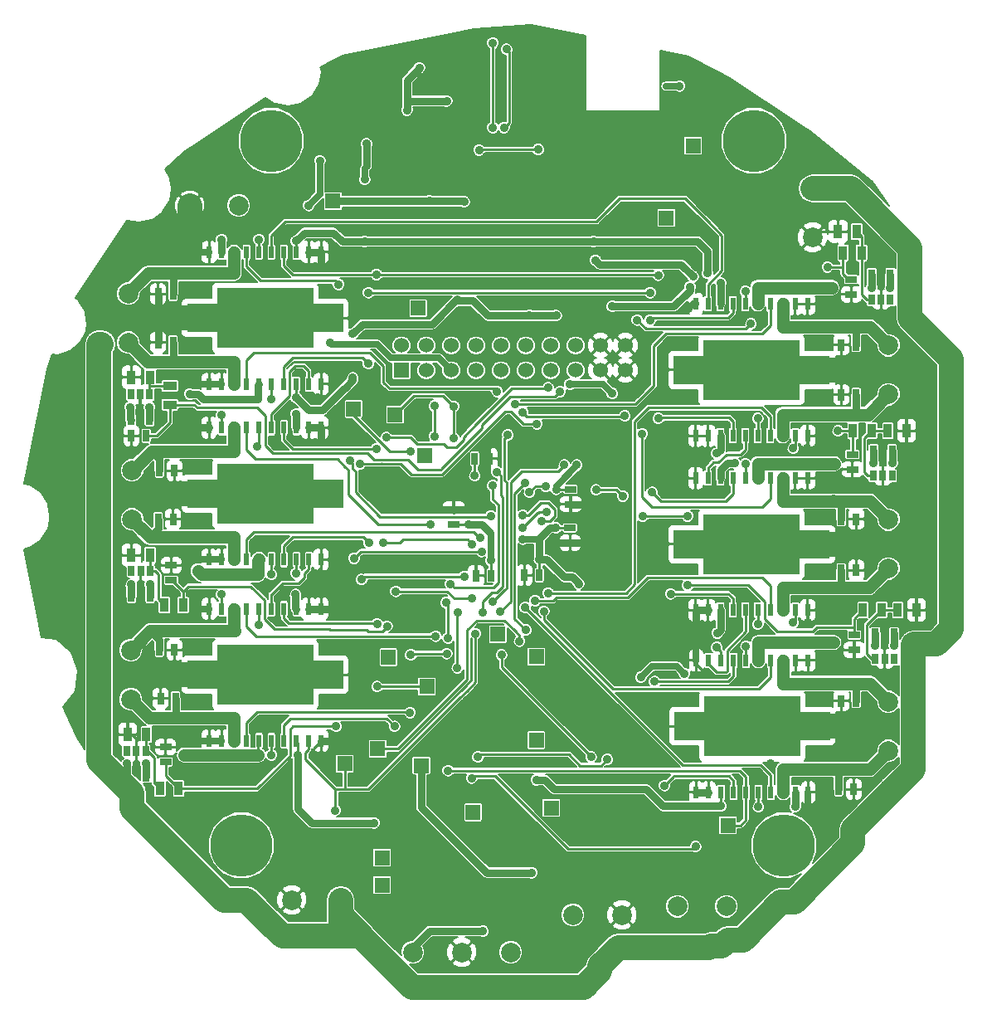
<source format=gbl>
G04 (created by PCBNEW (2013-08-23 BZR 4296)-product) date 12/22/2013 7:01:23 PM*
%MOIN*%
G04 Gerber Fmt 3.4, Leading zero omitted, Abs format*
%FSLAX34Y34*%
G01*
G70*
G90*
G04 APERTURE LIST*
%ADD10C,0.005906*%
%ADD11R,0.020000X0.050000*%
%ADD12R,0.386000X0.244000*%
%ADD13R,0.630000X0.114000*%
%ADD14R,0.045000X0.025000*%
%ADD15R,0.025000X0.045000*%
%ADD16C,0.078740*%
%ADD17R,0.035000X0.055000*%
%ADD18R,0.055000X0.035000*%
%ADD19R,0.027200X0.039400*%
%ADD20R,0.060000X0.060000*%
%ADD21C,0.060000*%
%ADD22C,0.250000*%
%ADD23C,0.035000*%
%ADD24C,0.025000*%
%ADD25C,0.030000*%
%ADD26C,0.010000*%
%ADD27C,0.100000*%
%ADD28C,0.050000*%
%ADD29C,0.006000*%
G04 APERTURE END LIST*
G54D10*
G54D11*
X66300Y-46875D03*
X66800Y-46875D03*
X67300Y-46875D03*
X67800Y-46875D03*
X68300Y-46875D03*
X68800Y-46875D03*
X69300Y-46875D03*
X69800Y-46875D03*
X70300Y-46875D03*
X70800Y-46875D03*
X70800Y-52175D03*
X70300Y-52175D03*
X69800Y-52175D03*
X69300Y-52175D03*
X68800Y-52175D03*
X68300Y-52175D03*
X67800Y-52175D03*
X67300Y-52175D03*
X66800Y-52175D03*
X66300Y-52175D03*
G54D12*
X68550Y-49525D03*
G54D13*
X68550Y-49525D03*
G54D14*
X80800Y-57950D03*
X80800Y-58550D03*
X80825Y-56400D03*
X80825Y-57000D03*
X76125Y-57800D03*
X76125Y-57200D03*
G54D15*
X77625Y-59875D03*
X77025Y-59875D03*
X76975Y-55175D03*
X77575Y-55175D03*
X79575Y-59850D03*
X78975Y-59850D03*
G54D14*
X92225Y-62250D03*
X92225Y-62850D03*
X92150Y-55000D03*
X92150Y-55600D03*
X92100Y-47975D03*
X92100Y-48575D03*
G54D15*
X63775Y-54250D03*
X63175Y-54250D03*
G54D14*
X64775Y-60050D03*
X64775Y-59450D03*
X64550Y-67350D03*
X64550Y-66750D03*
G54D16*
X65515Y-45000D03*
X67484Y-45000D03*
X93600Y-64940D03*
X93600Y-66909D03*
X93600Y-57615D03*
X93600Y-59584D03*
X93600Y-50615D03*
X93600Y-52584D03*
X63050Y-50509D03*
X63050Y-48540D03*
X90550Y-44315D03*
X90550Y-46284D03*
X63200Y-57609D03*
X63200Y-55640D03*
X63150Y-64834D03*
X63150Y-62865D03*
X71584Y-72900D03*
X69615Y-72900D03*
G54D17*
X92575Y-61250D03*
X93325Y-61250D03*
X92175Y-54050D03*
X92925Y-54050D03*
X91775Y-46900D03*
X92525Y-46900D03*
G54D18*
X64725Y-53000D03*
X64725Y-52250D03*
G54D17*
X65250Y-61050D03*
X64500Y-61050D03*
X65075Y-68425D03*
X64325Y-68425D03*
G54D19*
X93824Y-63212D03*
X93076Y-63212D03*
X93450Y-63212D03*
X93076Y-62188D03*
X93824Y-62188D03*
X93749Y-55862D03*
X93001Y-55862D03*
X93375Y-55862D03*
X93001Y-54838D03*
X93749Y-54838D03*
G54D11*
X90375Y-68575D03*
X89875Y-68575D03*
X89375Y-68575D03*
X88875Y-68575D03*
X88375Y-68575D03*
X87875Y-68575D03*
X87375Y-68575D03*
X86875Y-68575D03*
X86375Y-68575D03*
X85875Y-68575D03*
X85875Y-63275D03*
X86375Y-63275D03*
X86875Y-63275D03*
X87375Y-63275D03*
X87875Y-63275D03*
X88375Y-63275D03*
X88875Y-63275D03*
X89375Y-63275D03*
X89875Y-63275D03*
X90375Y-63275D03*
G54D12*
X88125Y-65925D03*
G54D13*
X88125Y-65925D03*
G54D11*
X90350Y-61250D03*
X89850Y-61250D03*
X89350Y-61250D03*
X88850Y-61250D03*
X88350Y-61250D03*
X87850Y-61250D03*
X87350Y-61250D03*
X86850Y-61250D03*
X86350Y-61250D03*
X85850Y-61250D03*
X85850Y-55950D03*
X86350Y-55950D03*
X86850Y-55950D03*
X87350Y-55950D03*
X87850Y-55950D03*
X88350Y-55950D03*
X88850Y-55950D03*
X89350Y-55950D03*
X89850Y-55950D03*
X90350Y-55950D03*
G54D12*
X88100Y-58600D03*
G54D13*
X88100Y-58600D03*
G54D19*
X93674Y-48787D03*
X92926Y-48787D03*
X93300Y-48787D03*
X92926Y-47763D03*
X93674Y-47763D03*
X63151Y-52588D03*
X63899Y-52588D03*
X63525Y-52588D03*
X63899Y-53612D03*
X63151Y-53612D03*
G54D11*
X90350Y-54250D03*
X89850Y-54250D03*
X89350Y-54250D03*
X88850Y-54250D03*
X88350Y-54250D03*
X87850Y-54250D03*
X87350Y-54250D03*
X86850Y-54250D03*
X86350Y-54250D03*
X85850Y-54250D03*
X85850Y-48950D03*
X86350Y-48950D03*
X86850Y-48950D03*
X87350Y-48950D03*
X87850Y-48950D03*
X88350Y-48950D03*
X88850Y-48950D03*
X89350Y-48950D03*
X89850Y-48950D03*
X90350Y-48950D03*
G54D12*
X88100Y-51600D03*
G54D13*
X88100Y-51600D03*
G54D19*
X63176Y-59688D03*
X63924Y-59688D03*
X63550Y-59688D03*
X63924Y-60712D03*
X63176Y-60712D03*
X63001Y-66913D03*
X63749Y-66913D03*
X63375Y-66913D03*
X63749Y-67937D03*
X63001Y-67937D03*
G54D11*
X66300Y-53925D03*
X66800Y-53925D03*
X67300Y-53925D03*
X67800Y-53925D03*
X68300Y-53925D03*
X68800Y-53925D03*
X69300Y-53925D03*
X69800Y-53925D03*
X70300Y-53925D03*
X70800Y-53925D03*
X70800Y-59225D03*
X70300Y-59225D03*
X69800Y-59225D03*
X69300Y-59225D03*
X68800Y-59225D03*
X68300Y-59225D03*
X67800Y-59225D03*
X67300Y-59225D03*
X66800Y-59225D03*
X66300Y-59225D03*
G54D12*
X68550Y-56575D03*
G54D13*
X68550Y-56575D03*
G54D11*
X66300Y-61200D03*
X66800Y-61200D03*
X67300Y-61200D03*
X67800Y-61200D03*
X68300Y-61200D03*
X68800Y-61200D03*
X69300Y-61200D03*
X69800Y-61200D03*
X70300Y-61200D03*
X70800Y-61200D03*
X70800Y-66500D03*
X70300Y-66500D03*
X69800Y-66500D03*
X69300Y-66500D03*
X68800Y-66500D03*
X68300Y-66500D03*
X67800Y-66500D03*
X67300Y-66500D03*
X66800Y-66500D03*
X66300Y-66500D03*
G54D12*
X68550Y-63850D03*
G54D13*
X68550Y-63850D03*
G54D20*
X74025Y-51625D03*
G54D21*
X74025Y-50625D03*
X75025Y-51625D03*
X75025Y-50625D03*
X76025Y-51625D03*
X76025Y-50625D03*
X77025Y-51625D03*
X77025Y-50625D03*
X78025Y-51625D03*
X78025Y-50625D03*
X79025Y-51625D03*
X79025Y-50625D03*
X80025Y-51625D03*
X80025Y-50625D03*
X81025Y-51625D03*
X81025Y-50625D03*
X82025Y-51625D03*
X82025Y-50625D03*
X83025Y-51625D03*
X83025Y-50625D03*
G54D20*
X71275Y-44825D03*
X79450Y-66475D03*
X74825Y-67500D03*
X79450Y-63125D03*
X84675Y-45500D03*
X85750Y-42600D03*
X77900Y-62225D03*
X73500Y-63150D03*
X71750Y-67425D03*
X73075Y-66825D03*
X73250Y-72300D03*
X73250Y-71200D03*
X75050Y-64325D03*
X87150Y-69900D03*
X72100Y-53175D03*
X74975Y-55050D03*
X76900Y-69375D03*
X80050Y-69200D03*
X74700Y-49125D03*
X73775Y-53400D03*
G54D22*
X88200Y-42400D03*
X68800Y-42400D03*
X89400Y-70700D03*
X67600Y-70700D03*
G54D16*
X76450Y-75000D03*
X74481Y-75000D03*
X78418Y-75000D03*
G54D15*
X91600Y-68450D03*
X92200Y-68450D03*
X91700Y-59650D03*
X92300Y-59650D03*
X91700Y-64900D03*
X92300Y-64900D03*
X92300Y-57600D03*
X91700Y-57600D03*
X92300Y-52600D03*
X91700Y-52600D03*
X64850Y-48550D03*
X64250Y-48550D03*
X91700Y-50600D03*
X92300Y-50600D03*
X64250Y-50500D03*
X64850Y-50500D03*
X64300Y-55650D03*
X64900Y-55650D03*
X64300Y-62850D03*
X64900Y-62850D03*
X64350Y-64800D03*
X64950Y-64800D03*
X64850Y-57600D03*
X64250Y-57600D03*
G54D17*
X93975Y-61250D03*
X94725Y-61250D03*
X93575Y-54050D03*
X94325Y-54050D03*
X92325Y-46050D03*
X91575Y-46050D03*
X63925Y-51900D03*
X63175Y-51900D03*
X63925Y-59050D03*
X63175Y-59050D03*
X63775Y-66250D03*
X63025Y-66250D03*
G54D16*
X82884Y-73500D03*
X80915Y-73500D03*
X87084Y-73150D03*
X85115Y-73150D03*
G54D23*
X85200Y-40200D03*
X76550Y-44850D03*
X75150Y-44825D03*
X78900Y-58400D03*
X89850Y-69150D03*
X85750Y-47850D03*
X81150Y-60200D03*
X66800Y-53425D03*
X66800Y-60625D03*
X72075Y-50150D03*
X72075Y-51925D03*
X81075Y-55425D03*
X82500Y-52550D03*
X80800Y-52175D03*
X80225Y-57950D03*
X79275Y-71800D03*
X72925Y-69800D03*
X81825Y-47200D03*
X76275Y-48825D03*
X80250Y-49425D03*
X79175Y-49425D03*
X87425Y-55350D03*
X86850Y-48100D03*
X76975Y-55850D03*
X76725Y-57800D03*
X77625Y-59250D03*
X79575Y-59225D03*
X80250Y-56400D03*
X89775Y-54750D03*
X89775Y-61750D03*
X86700Y-62750D03*
X69875Y-67075D03*
X69800Y-59775D03*
X66800Y-46375D03*
X69800Y-52725D03*
X72550Y-43950D03*
X72625Y-42525D03*
X72550Y-46450D03*
X79450Y-68075D03*
X86325Y-47725D03*
X69775Y-60625D03*
X71150Y-50500D03*
X81750Y-46450D03*
X86725Y-62175D03*
X86700Y-54950D03*
X86875Y-69125D03*
X69800Y-53375D03*
X69800Y-46425D03*
X75000Y-76400D03*
X94600Y-63950D03*
X94600Y-65250D03*
X94600Y-67100D03*
X93737Y-68487D03*
X92175Y-70075D03*
X89275Y-72975D03*
X87725Y-74500D03*
X79800Y-76400D03*
X78050Y-76400D03*
X76150Y-76400D03*
X73800Y-75750D03*
X73075Y-75025D03*
X72440Y-74350D03*
X69700Y-74350D03*
X68800Y-73900D03*
X67800Y-72900D03*
X66900Y-72900D03*
X65500Y-71500D03*
X64175Y-70175D03*
X63200Y-68600D03*
X96125Y-61425D03*
X96125Y-59575D03*
X96125Y-57400D03*
X96125Y-54925D03*
X96125Y-52900D03*
X95750Y-50800D03*
X94481Y-49531D03*
X94475Y-47775D03*
X93875Y-46100D03*
X92800Y-45025D03*
X95500Y-62625D03*
X93750Y-55350D03*
X93825Y-62675D03*
X93675Y-48300D03*
X63000Y-67425D03*
X63125Y-53100D03*
X63175Y-60225D03*
X61875Y-66050D03*
X61875Y-62300D03*
X61875Y-59125D03*
X61875Y-56425D03*
X61875Y-53175D03*
X61975Y-50575D03*
X71150Y-74350D03*
X78775Y-62500D03*
X79000Y-56150D03*
X79025Y-62050D03*
X79750Y-61300D03*
X78900Y-53300D03*
X83700Y-54175D03*
X83000Y-53450D03*
X78600Y-52975D03*
X77875Y-52475D03*
X77200Y-58350D03*
X74375Y-65375D03*
X85850Y-70750D03*
X76850Y-68000D03*
X76275Y-63575D03*
X76300Y-61350D03*
X76000Y-60200D03*
X77700Y-56250D03*
X82300Y-67250D03*
X77100Y-67150D03*
X75850Y-63000D03*
X74400Y-63050D03*
X74800Y-59450D03*
X86300Y-69650D03*
X86250Y-63800D03*
X83450Y-64900D03*
X84250Y-65100D03*
X80075Y-70700D03*
X84150Y-70550D03*
X64250Y-49500D03*
X64950Y-49550D03*
X65550Y-49550D03*
X65250Y-46900D03*
X88700Y-66650D03*
X89750Y-66650D03*
X89250Y-66650D03*
X89750Y-65900D03*
X89250Y-65900D03*
X88700Y-65000D03*
X89750Y-65000D03*
X89250Y-65000D03*
X91700Y-58600D03*
X91250Y-58600D03*
X90700Y-58600D03*
X90100Y-58600D03*
X89600Y-59400D03*
X89600Y-58650D03*
X89600Y-57850D03*
X88100Y-51600D03*
X88750Y-50900D03*
X89350Y-51550D03*
X89650Y-52500D03*
X89650Y-50750D03*
X68500Y-64550D03*
X67900Y-64550D03*
X67100Y-64550D03*
X68500Y-63900D03*
X67900Y-63900D03*
X67100Y-63900D03*
X68500Y-63350D03*
X67900Y-63350D03*
X67100Y-63350D03*
X67000Y-56600D03*
X67900Y-56550D03*
X67900Y-57250D03*
X67000Y-57250D03*
X67900Y-55850D03*
X67000Y-55850D03*
X68550Y-56575D03*
X64325Y-56575D03*
X68100Y-50300D03*
X67000Y-50300D03*
X68100Y-48750D03*
X67000Y-48750D03*
X68050Y-49550D03*
X67000Y-49550D03*
X66100Y-49550D03*
X88850Y-67400D03*
X90400Y-69150D03*
X83800Y-42550D03*
X84100Y-42950D03*
X85200Y-41800D03*
X85200Y-41350D03*
X85200Y-39757D03*
X75550Y-71900D03*
X72000Y-44250D03*
X71000Y-42650D03*
X65650Y-46875D03*
X75525Y-66150D03*
X76425Y-66100D03*
X92350Y-65925D03*
X92300Y-58600D03*
X92350Y-51600D03*
X64100Y-63850D03*
X65700Y-53925D03*
X77575Y-54575D03*
X74500Y-56800D03*
X81425Y-56725D03*
X82875Y-57300D03*
X83725Y-58125D03*
X84400Y-59200D03*
X74700Y-65000D03*
X85550Y-49150D03*
X65775Y-66500D03*
X65900Y-61200D03*
X65800Y-59075D03*
X65750Y-52175D03*
X70800Y-54450D03*
X71350Y-61200D03*
X70800Y-47475D03*
X85850Y-61950D03*
X77100Y-38600D03*
X68975Y-54600D03*
X83712Y-45237D03*
X73275Y-68750D03*
X71325Y-70300D03*
X77175Y-72550D03*
X79750Y-67375D03*
X78675Y-63600D03*
X83050Y-68850D03*
X83050Y-68025D03*
X82800Y-64025D03*
X75150Y-47025D03*
X75925Y-47000D03*
X79700Y-39125D03*
X78000Y-41425D03*
X75275Y-43325D03*
X77100Y-42125D03*
X76550Y-40250D03*
X80568Y-40131D03*
X80400Y-43275D03*
X81566Y-45250D03*
X80150Y-58375D03*
X76725Y-57200D03*
X77025Y-59250D03*
X78975Y-59225D03*
X90325Y-54750D03*
X90350Y-61750D03*
X70500Y-67075D03*
X70550Y-59775D03*
X70650Y-52725D03*
X77000Y-62200D03*
X71375Y-69300D03*
X75900Y-62375D03*
X75825Y-60950D03*
X75900Y-67700D03*
X84025Y-49600D03*
X84100Y-56525D03*
X84025Y-48500D03*
X72700Y-48500D03*
X84200Y-64125D03*
X73750Y-65925D03*
X72725Y-58550D03*
X72700Y-51350D03*
X75850Y-40800D03*
X74250Y-41175D03*
X74750Y-39475D03*
X85625Y-48275D03*
X82500Y-49050D03*
X91150Y-47475D03*
X88075Y-49750D03*
X91575Y-54050D03*
X83500Y-49600D03*
X80400Y-52475D03*
X85525Y-60250D03*
X81850Y-56425D03*
X82925Y-56675D03*
X83725Y-57475D03*
X85525Y-57475D03*
X73450Y-61900D03*
X79925Y-52325D03*
X73425Y-54325D03*
X79475Y-53775D03*
X72375Y-55375D03*
X71400Y-65925D03*
X67300Y-47725D03*
X68800Y-52775D03*
X68300Y-46375D03*
X88350Y-53550D03*
X67300Y-54875D03*
X68800Y-59825D03*
X68225Y-54675D03*
X89350Y-60350D03*
X87875Y-62700D03*
X88375Y-69150D03*
X89350Y-53400D03*
X87850Y-48450D03*
X87850Y-55375D03*
X88350Y-61825D03*
X89350Y-56875D03*
X89350Y-49875D03*
X67250Y-58325D03*
X67300Y-51275D03*
X93000Y-55350D03*
X88350Y-55375D03*
X91425Y-55375D03*
X63900Y-53100D03*
X65525Y-52575D03*
X68250Y-52775D03*
X92925Y-48300D03*
X88350Y-48300D03*
X91325Y-48300D03*
X63925Y-60225D03*
X65850Y-59675D03*
X68250Y-59825D03*
X68800Y-67075D03*
X68300Y-61850D03*
X67300Y-65575D03*
X67325Y-62075D03*
X63750Y-67425D03*
X65300Y-67075D03*
X68275Y-67075D03*
X93075Y-62675D03*
X88375Y-62550D03*
X91400Y-62550D03*
X89375Y-64200D03*
X89375Y-67650D03*
X80575Y-55425D03*
X78000Y-61325D03*
X79175Y-56525D03*
X79825Y-56275D03*
X70750Y-43200D03*
X70300Y-45000D03*
X74400Y-54875D03*
X83650Y-63950D03*
X85400Y-63800D03*
X72125Y-59175D03*
X77250Y-58900D03*
X78900Y-57950D03*
X79850Y-57300D03*
X72425Y-60025D03*
X76550Y-59900D03*
X77300Y-74150D03*
X79000Y-61150D03*
X79400Y-60875D03*
X79925Y-60575D03*
X79675Y-57675D03*
X78900Y-57450D03*
X77625Y-57475D03*
X71500Y-48175D03*
X71950Y-55250D03*
X75200Y-57800D03*
X75400Y-62300D03*
X81650Y-67150D03*
X77300Y-61350D03*
X78050Y-63050D03*
X77850Y-55700D03*
X73050Y-64325D03*
X76875Y-58600D03*
X73300Y-58550D03*
X73050Y-61800D03*
X84350Y-53550D03*
X84850Y-60600D03*
X84600Y-68300D03*
X84350Y-47800D03*
X73025Y-54775D03*
X73025Y-47775D03*
X78150Y-41875D03*
X78250Y-38725D03*
X76125Y-53075D03*
X76125Y-54350D03*
X78300Y-54217D03*
X77700Y-60925D03*
X77700Y-38475D03*
X77700Y-41875D03*
X75350Y-53050D03*
X75350Y-54275D03*
X76850Y-60775D03*
X73800Y-60500D03*
X77150Y-42775D03*
X79525Y-42750D03*
G54D24*
X84650Y-40200D02*
X85200Y-40200D01*
G54D25*
X75150Y-44825D02*
X71275Y-44825D01*
X76550Y-44825D02*
X76550Y-44850D01*
X75150Y-44825D02*
X76550Y-44825D01*
G54D24*
X77625Y-59250D02*
X77625Y-58175D01*
X77625Y-58175D02*
X77600Y-58150D01*
X79250Y-58400D02*
X78900Y-58400D01*
G54D25*
X89875Y-69150D02*
X89875Y-68575D01*
X89850Y-69150D02*
X89875Y-69150D01*
X80000Y-57950D02*
X79575Y-58375D01*
X76725Y-57800D02*
X77250Y-57800D01*
X77250Y-57800D02*
X77600Y-58150D01*
X84675Y-47375D02*
X85275Y-47375D01*
X85275Y-47375D02*
X85750Y-47850D01*
X79575Y-59225D02*
X79850Y-59225D01*
X81150Y-60175D02*
X81150Y-60200D01*
X80900Y-59925D02*
X81150Y-60175D01*
X80550Y-59925D02*
X80900Y-59925D01*
X79850Y-59225D02*
X80550Y-59925D01*
G54D26*
X66800Y-53925D02*
X66800Y-53375D01*
X66800Y-53400D02*
X66800Y-53425D01*
X66800Y-53375D02*
X66800Y-53400D01*
X66800Y-61200D02*
X66800Y-60625D01*
G54D24*
X79575Y-58400D02*
X79250Y-58400D01*
G54D25*
X69800Y-52725D02*
X70300Y-53225D01*
X76275Y-48760D02*
X76275Y-48825D01*
X75260Y-49775D02*
X76275Y-48760D01*
X72450Y-49775D02*
X75260Y-49775D01*
X72075Y-50150D02*
X72450Y-49775D01*
X72075Y-52025D02*
X72075Y-51925D01*
X71750Y-52350D02*
X72075Y-52025D01*
X71725Y-52350D02*
X71750Y-52350D01*
X70850Y-53225D02*
X71725Y-52350D01*
X70300Y-53225D02*
X70850Y-53225D01*
G54D24*
X80800Y-52175D02*
X82125Y-52175D01*
X80250Y-56275D02*
X81100Y-55425D01*
X81100Y-55425D02*
X81075Y-55425D01*
X80250Y-56400D02*
X80250Y-56275D01*
X82125Y-52175D02*
X82500Y-52550D01*
G54D25*
X80225Y-57950D02*
X80000Y-57950D01*
X79575Y-58375D02*
X79575Y-58400D01*
X79575Y-58400D02*
X79575Y-59225D01*
G54D26*
X80225Y-57950D02*
X80800Y-57950D01*
G54D25*
X74825Y-69175D02*
X74825Y-67500D01*
X77450Y-71800D02*
X74825Y-69175D01*
X79275Y-71800D02*
X77450Y-71800D01*
X69875Y-67075D02*
X69875Y-69250D01*
X69875Y-69250D02*
X70425Y-69800D01*
X70425Y-69800D02*
X72925Y-69800D01*
X82000Y-47375D02*
X84675Y-47375D01*
X84675Y-47375D02*
X84700Y-47375D01*
X81825Y-47200D02*
X82000Y-47375D01*
X77500Y-49425D02*
X76900Y-48825D01*
X79175Y-49425D02*
X77500Y-49425D01*
X76900Y-48825D02*
X76275Y-48825D01*
X79175Y-49425D02*
X80250Y-49425D01*
X86850Y-55950D02*
X86850Y-55625D01*
X87125Y-55350D02*
X87425Y-55350D01*
X86850Y-55625D02*
X87125Y-55350D01*
X86850Y-48100D02*
X86850Y-48950D01*
G54D26*
X76975Y-55850D02*
X76975Y-55175D01*
X76125Y-57800D02*
X76725Y-57800D01*
X77625Y-59875D02*
X77625Y-59250D01*
X79575Y-59225D02*
X79575Y-59850D01*
X80825Y-56400D02*
X80250Y-56400D01*
X89850Y-54675D02*
X89850Y-54250D01*
X89775Y-54750D02*
X89850Y-54675D01*
X89850Y-61675D02*
X89850Y-61250D01*
X89775Y-61750D02*
X89850Y-61675D01*
X86875Y-62925D02*
X86875Y-63275D01*
X86700Y-62750D02*
X86875Y-62925D01*
X69800Y-66500D02*
X69875Y-66575D01*
X69875Y-66575D02*
X69875Y-67075D01*
X69800Y-59225D02*
X69800Y-59775D01*
G54D25*
X66799Y-46875D02*
X66800Y-46875D01*
X66799Y-46375D02*
X66799Y-46875D01*
X66800Y-46375D02*
X66799Y-46375D01*
G54D26*
X69800Y-52175D02*
X69800Y-52725D01*
G54D24*
X72550Y-43950D02*
X72550Y-43500D01*
G54D25*
X72625Y-43425D02*
X72625Y-42525D01*
G54D24*
X72550Y-43500D02*
X72625Y-43425D01*
G54D25*
X79450Y-68075D02*
X79800Y-68075D01*
X84525Y-69125D02*
X83850Y-68450D01*
X83850Y-68450D02*
X80175Y-68450D01*
X80175Y-68450D02*
X79800Y-68075D01*
X86875Y-69125D02*
X84525Y-69125D01*
X83975Y-46450D02*
X85925Y-46450D01*
X86325Y-46850D02*
X86325Y-47725D01*
X85925Y-46450D02*
X86325Y-46850D01*
X81750Y-46450D02*
X83975Y-46450D01*
X69775Y-60625D02*
X69775Y-61175D01*
X69775Y-61175D02*
X69800Y-61200D01*
X86725Y-62175D02*
X86850Y-62050D01*
X86850Y-62050D02*
X86850Y-61250D01*
G54D24*
X76025Y-51625D02*
X75525Y-51125D01*
X73600Y-51125D02*
X75525Y-51125D01*
X73050Y-50575D02*
X73600Y-51125D01*
X71225Y-50575D02*
X73050Y-50575D01*
X71225Y-50575D02*
X71150Y-50500D01*
G54D25*
X72075Y-46450D02*
X71650Y-46450D01*
X72550Y-46450D02*
X72075Y-46450D01*
X71650Y-46450D02*
X71300Y-46100D01*
X71300Y-46100D02*
X70125Y-46100D01*
X70125Y-46100D02*
X69800Y-46425D01*
X81750Y-46450D02*
X72550Y-46450D01*
X86850Y-61250D02*
X86850Y-62050D01*
X86850Y-54250D02*
X86850Y-54800D01*
X86850Y-54800D02*
X86700Y-54950D01*
G54D26*
X86875Y-69125D02*
X86875Y-68575D01*
G54D25*
X69800Y-53375D02*
X69800Y-53925D01*
G54D26*
X69775Y-61175D02*
X69800Y-61200D01*
X69800Y-46875D02*
X69800Y-46425D01*
G54D27*
X76150Y-76400D02*
X75000Y-76400D01*
X75000Y-76400D02*
X74450Y-76400D01*
X74450Y-76400D02*
X73800Y-75750D01*
X82750Y-74800D02*
X86400Y-74800D01*
X81350Y-76400D02*
X82000Y-75750D01*
X82000Y-75750D02*
X82000Y-75550D01*
X82000Y-75550D02*
X82750Y-74800D01*
X79800Y-76400D02*
X81350Y-76400D01*
X86400Y-74800D02*
X86450Y-74750D01*
X89275Y-72975D02*
X89825Y-72975D01*
X89825Y-72975D02*
X92175Y-70625D01*
X92175Y-70625D02*
X92175Y-70075D01*
X92175Y-70625D02*
X92175Y-70075D01*
X89825Y-72975D02*
X92175Y-70625D01*
X71584Y-72900D02*
X71584Y-74350D01*
X71584Y-74350D02*
X71150Y-74350D01*
X94600Y-63550D02*
X94600Y-63950D01*
X93775Y-68475D02*
X93750Y-68475D01*
X93750Y-68475D02*
X93737Y-68487D01*
X87725Y-74500D02*
X87750Y-74500D01*
X73075Y-75025D02*
X73050Y-75000D01*
X69700Y-74350D02*
X69250Y-74350D01*
X94600Y-63550D02*
X94600Y-62650D01*
X94625Y-62625D02*
X95525Y-62625D01*
X94600Y-62650D02*
X94625Y-62625D01*
X72440Y-74350D02*
X72440Y-74390D01*
X72440Y-74390D02*
X73050Y-75000D01*
X94600Y-67650D02*
X94600Y-67100D01*
X94600Y-67100D02*
X94600Y-65250D01*
X94600Y-65250D02*
X94600Y-63950D01*
X92175Y-70075D02*
X93775Y-68475D01*
X93775Y-68475D02*
X94600Y-67650D01*
X87750Y-74500D02*
X89275Y-72975D01*
X87150Y-74500D02*
X87750Y-74500D01*
X86450Y-74750D02*
X86900Y-74750D01*
X86900Y-74750D02*
X87150Y-74500D01*
X73050Y-75000D02*
X73800Y-75750D01*
X76150Y-76400D02*
X78050Y-76400D01*
X78050Y-76400D02*
X79800Y-76400D01*
X94600Y-63950D02*
X94600Y-63850D01*
X71584Y-72900D02*
X71584Y-73493D01*
X72440Y-74350D02*
X71150Y-74350D01*
X71584Y-73493D02*
X72440Y-74350D01*
X94481Y-49531D02*
X94475Y-49525D01*
X90550Y-44315D02*
X92090Y-44315D01*
X95525Y-62625D02*
X95500Y-62625D01*
X94475Y-47775D02*
X94475Y-49525D01*
X94475Y-49525D02*
X95750Y-50800D01*
X95750Y-50800D02*
X96125Y-51175D01*
X96125Y-51175D02*
X96125Y-52900D01*
X96125Y-52900D02*
X96125Y-54925D01*
X96125Y-54925D02*
X96125Y-57400D01*
X96125Y-57400D02*
X96125Y-59575D01*
X96125Y-59575D02*
X96125Y-61425D01*
X96125Y-61425D02*
X96125Y-62025D01*
X96125Y-62025D02*
X95525Y-62625D01*
X94475Y-46700D02*
X94475Y-47775D01*
X93875Y-46100D02*
X94475Y-46700D01*
X92090Y-44315D02*
X92800Y-45025D01*
X92800Y-45025D02*
X93875Y-46100D01*
G54D25*
X93675Y-48300D02*
X93675Y-47764D01*
X93675Y-47764D02*
X93674Y-47763D01*
X93749Y-54838D02*
X93749Y-55349D01*
X93749Y-55349D02*
X93750Y-55350D01*
X93824Y-62188D02*
X93824Y-62674D01*
X93824Y-62674D02*
X93825Y-62675D01*
X63001Y-67937D02*
X63000Y-67936D01*
X63000Y-67936D02*
X63000Y-67425D01*
X63125Y-53586D02*
X63151Y-53612D01*
X63125Y-53100D02*
X63125Y-53586D01*
X63175Y-60711D02*
X63176Y-60712D01*
X63175Y-60225D02*
X63175Y-60711D01*
G54D27*
X61875Y-66050D02*
X61875Y-67275D01*
X63200Y-69200D02*
X64175Y-70175D01*
X64175Y-70175D02*
X65500Y-71500D01*
X65500Y-71500D02*
X66900Y-72900D01*
X66900Y-72900D02*
X67800Y-72900D01*
X67800Y-72900D02*
X68800Y-73900D01*
X68800Y-73900D02*
X69250Y-74350D01*
X69250Y-74350D02*
X71150Y-74350D01*
X63200Y-68600D02*
X63200Y-69200D01*
X61875Y-67275D02*
X63200Y-68600D01*
X61975Y-50575D02*
X61875Y-50575D01*
X61875Y-50575D02*
X61875Y-53175D01*
X61875Y-53175D02*
X61875Y-56425D01*
X61875Y-56425D02*
X61875Y-59125D01*
X61875Y-59125D02*
X61875Y-62300D01*
X61875Y-62300D02*
X61875Y-66050D01*
X61875Y-66050D02*
X61875Y-67125D01*
X70325Y-74350D02*
X71150Y-74350D01*
G54D26*
X76175Y-64550D02*
X76675Y-64050D01*
X76675Y-62050D02*
X77050Y-61675D01*
X76675Y-64050D02*
X76675Y-62050D01*
X78775Y-62275D02*
X78775Y-62500D01*
X78625Y-62125D02*
X78775Y-62275D01*
X78175Y-61675D02*
X78625Y-62125D01*
X77050Y-61675D02*
X78175Y-61675D01*
X78625Y-62125D02*
X78525Y-62025D01*
X73075Y-66825D02*
X73900Y-66825D01*
X73900Y-66825D02*
X76175Y-64550D01*
X84150Y-64425D02*
X82525Y-64425D01*
X88875Y-63950D02*
X88400Y-64425D01*
X88400Y-64425D02*
X84150Y-64425D01*
X88875Y-63275D02*
X88875Y-63950D01*
X78575Y-56575D02*
X79000Y-56150D01*
X78575Y-61600D02*
X78575Y-56575D01*
X79025Y-62050D02*
X78575Y-61600D01*
X79750Y-61650D02*
X79750Y-61300D01*
X82525Y-64425D02*
X79750Y-61650D01*
X79075Y-53475D02*
X79125Y-53475D01*
X78900Y-53300D02*
X79075Y-53475D01*
X88850Y-56775D02*
X88525Y-57100D01*
X88525Y-57100D02*
X84225Y-57100D01*
X88850Y-55950D02*
X88850Y-56775D01*
X84100Y-57100D02*
X84225Y-57100D01*
X83700Y-56700D02*
X84100Y-57100D01*
X83700Y-54175D02*
X83700Y-56700D01*
X82975Y-53475D02*
X83000Y-53450D01*
X79650Y-53475D02*
X82975Y-53475D01*
X79125Y-53475D02*
X79650Y-53475D01*
X78600Y-52975D02*
X83425Y-52975D01*
X83437Y-52987D02*
X83500Y-52925D01*
X83425Y-52975D02*
X83437Y-52987D01*
X84675Y-50150D02*
X84175Y-50650D01*
X84175Y-52250D02*
X83500Y-52925D01*
X84175Y-50650D02*
X84175Y-52250D01*
X88850Y-48950D02*
X88850Y-49825D01*
X88525Y-50150D02*
X84675Y-50150D01*
X88850Y-49825D02*
X88525Y-50150D01*
X77875Y-52475D02*
X77750Y-52350D01*
X77750Y-52350D02*
X76575Y-52350D01*
X73550Y-52350D02*
X73300Y-52100D01*
X76575Y-52350D02*
X73550Y-52350D01*
X72775Y-50925D02*
X73300Y-51450D01*
X72450Y-50925D02*
X72775Y-50925D01*
X67800Y-51225D02*
X68100Y-50925D01*
X68100Y-50925D02*
X72450Y-50925D01*
X67800Y-52175D02*
X67800Y-51225D01*
X73300Y-51450D02*
X73300Y-52100D01*
X76850Y-58125D02*
X72475Y-58125D01*
X76925Y-58125D02*
X77175Y-58350D01*
X77175Y-58350D02*
X77200Y-58350D01*
X76850Y-58125D02*
X76925Y-58125D01*
X67800Y-59225D02*
X67800Y-58425D01*
X68100Y-58125D02*
X72475Y-58125D01*
X67800Y-58425D02*
X68100Y-58125D01*
X72475Y-58125D02*
X72500Y-58125D01*
X68100Y-65475D02*
X68225Y-65350D01*
X68225Y-65350D02*
X74375Y-65350D01*
X67800Y-65775D02*
X67800Y-66500D01*
X74375Y-65375D02*
X74375Y-65350D01*
X67800Y-65775D02*
X68100Y-65475D01*
X76425Y-60350D02*
X76150Y-60350D01*
X85850Y-70750D02*
X85750Y-70850D01*
X85750Y-70850D02*
X80725Y-70850D01*
X80725Y-70850D02*
X77800Y-67925D01*
X77800Y-67925D02*
X76925Y-67925D01*
X76925Y-67925D02*
X76850Y-68000D01*
X77929Y-60145D02*
X77725Y-60350D01*
X77725Y-60350D02*
X76425Y-60350D01*
X77929Y-60145D02*
X77929Y-57875D01*
X76275Y-61375D02*
X76275Y-63575D01*
X76300Y-61350D02*
X76275Y-61375D01*
X76150Y-60350D02*
X76000Y-60200D01*
X77700Y-56250D02*
X77700Y-56800D01*
X77929Y-57029D02*
X77929Y-57875D01*
X77929Y-57875D02*
X77929Y-57900D01*
X77700Y-56800D02*
X77929Y-57029D01*
X82050Y-67500D02*
X82300Y-67250D01*
X81200Y-67500D02*
X82050Y-67500D01*
X80750Y-67050D02*
X81200Y-67500D01*
X77200Y-67050D02*
X80750Y-67050D01*
X77100Y-67150D02*
X77200Y-67050D01*
X74450Y-63000D02*
X75850Y-63000D01*
X74400Y-63050D02*
X74450Y-63000D01*
G54D25*
X74650Y-59600D02*
X74275Y-59600D01*
X74800Y-59450D02*
X74650Y-59600D01*
G54D26*
X85875Y-63425D02*
X85875Y-63275D01*
X86250Y-63800D02*
X85875Y-63425D01*
G54D24*
X85875Y-63275D02*
X85875Y-61975D01*
X85875Y-61975D02*
X85850Y-61950D01*
G54D25*
X86375Y-68575D02*
X85875Y-68575D01*
X84050Y-64900D02*
X83450Y-64900D01*
X84250Y-65100D02*
X84050Y-64900D01*
G54D26*
X91575Y-46050D02*
X90784Y-46050D01*
X90784Y-46050D02*
X90550Y-46284D01*
G54D27*
X64250Y-49500D02*
X68525Y-49500D01*
X68525Y-49500D02*
X68550Y-49525D01*
G54D25*
X64925Y-49525D02*
X64950Y-49550D01*
X64275Y-49525D02*
X64925Y-49525D01*
X65575Y-49525D02*
X68550Y-49525D01*
X65550Y-49550D02*
X65575Y-49525D01*
X64250Y-50500D02*
X64250Y-49500D01*
X64250Y-48550D02*
X64250Y-49500D01*
G54D27*
X64275Y-49525D02*
X64250Y-49500D01*
G54D26*
X63025Y-66250D02*
X63200Y-66250D01*
X63375Y-66425D02*
X63375Y-66913D01*
X63200Y-66250D02*
X63375Y-66425D01*
G54D27*
X65515Y-45000D02*
X65515Y-46634D01*
X65515Y-46634D02*
X65250Y-46900D01*
G54D24*
X88125Y-65925D02*
X88125Y-66075D01*
X88125Y-66075D02*
X88700Y-66650D01*
X88125Y-65925D02*
X89025Y-65925D01*
X89025Y-65925D02*
X89750Y-66650D01*
X88125Y-65925D02*
X88525Y-65925D01*
X88525Y-65925D02*
X89250Y-66650D01*
X88125Y-65925D02*
X89725Y-65925D01*
X89725Y-65925D02*
X89750Y-65900D01*
X88125Y-65925D02*
X89225Y-65925D01*
X89225Y-65925D02*
X89250Y-65900D01*
X88125Y-65925D02*
X88125Y-65575D01*
X88125Y-65575D02*
X88700Y-65000D01*
G54D26*
X88125Y-65925D02*
X88825Y-65925D01*
X88825Y-65925D02*
X89750Y-65000D01*
X88125Y-65925D02*
X88325Y-65925D01*
X88325Y-65925D02*
X89250Y-65000D01*
X91250Y-58600D02*
X88100Y-58600D01*
X90700Y-58600D02*
X88100Y-58600D01*
X90100Y-58600D02*
X88100Y-58600D01*
X88100Y-58600D02*
X88800Y-58600D01*
X88800Y-58600D02*
X89600Y-59400D01*
X89550Y-58600D02*
X88100Y-58600D01*
X89600Y-58650D02*
X89550Y-58600D01*
X88100Y-58600D02*
X88850Y-58600D01*
X88850Y-58600D02*
X89600Y-57850D01*
X88100Y-51600D02*
X88100Y-51550D01*
X88100Y-51550D02*
X88750Y-50900D01*
X88100Y-51600D02*
X89300Y-51600D01*
X89300Y-51600D02*
X89350Y-51550D01*
X88100Y-51600D02*
X88750Y-51600D01*
X88750Y-51600D02*
X89650Y-52500D01*
X88100Y-51600D02*
X88800Y-51600D01*
X88800Y-51600D02*
X89650Y-50750D01*
X68550Y-63850D02*
X68550Y-64500D01*
X68550Y-64500D02*
X68500Y-64550D01*
X68550Y-63850D02*
X68550Y-63900D01*
X68550Y-63900D02*
X67900Y-64550D01*
X68550Y-63850D02*
X67800Y-63850D01*
X67800Y-63850D02*
X67100Y-64550D01*
X68500Y-63900D02*
X68550Y-63850D01*
X68550Y-63850D02*
X67950Y-63850D01*
X67950Y-63850D02*
X67900Y-63900D01*
X68550Y-63850D02*
X67150Y-63850D01*
X67150Y-63850D02*
X67100Y-63900D01*
X68550Y-63850D02*
X68550Y-63400D01*
X68550Y-63400D02*
X68500Y-63350D01*
X68550Y-63850D02*
X68400Y-63850D01*
X68400Y-63850D02*
X67900Y-63350D01*
X68550Y-63850D02*
X67600Y-63850D01*
X67600Y-63850D02*
X67100Y-63350D01*
X68550Y-56575D02*
X67025Y-56575D01*
X67025Y-56575D02*
X67000Y-56600D01*
X68550Y-56575D02*
X67925Y-56575D01*
X67925Y-56575D02*
X67900Y-56550D01*
X68550Y-56575D02*
X68550Y-56600D01*
X68550Y-56600D02*
X67900Y-57250D01*
X68550Y-56575D02*
X67675Y-56575D01*
X67675Y-56575D02*
X67000Y-57250D01*
X68550Y-56575D02*
X68550Y-56500D01*
X68550Y-56500D02*
X67900Y-55850D01*
X68550Y-56575D02*
X67725Y-56575D01*
X67725Y-56575D02*
X67000Y-55850D01*
G54D27*
X64325Y-56575D02*
X68550Y-56575D01*
G54D26*
X68550Y-49850D02*
X68100Y-50300D01*
X68550Y-49525D02*
X68550Y-49850D01*
X67000Y-50300D02*
X67775Y-49525D01*
X67775Y-49525D02*
X68550Y-49525D01*
X68550Y-49200D02*
X68100Y-48750D01*
X68550Y-49525D02*
X68550Y-49200D01*
X68550Y-49525D02*
X67775Y-49525D01*
X67775Y-49525D02*
X67000Y-48750D01*
X68075Y-49525D02*
X68050Y-49550D01*
X68550Y-49525D02*
X68075Y-49525D01*
X67025Y-49525D02*
X67000Y-49550D01*
X68550Y-49525D02*
X67025Y-49525D01*
G54D27*
X66125Y-49525D02*
X68550Y-49525D01*
X66100Y-49550D02*
X66125Y-49525D01*
G54D24*
X90375Y-69125D02*
X90400Y-69150D01*
X90375Y-69125D02*
X90375Y-68575D01*
X85200Y-39757D02*
X85200Y-39750D01*
X72000Y-43650D02*
X72000Y-44250D01*
X71000Y-42650D02*
X72000Y-43650D01*
X65515Y-45000D02*
X65515Y-46740D01*
X65650Y-46875D02*
X66300Y-46875D01*
X65515Y-46740D02*
X65650Y-46875D01*
G54D25*
X76375Y-66150D02*
X75525Y-66150D01*
X76425Y-66100D02*
X76375Y-66150D01*
G54D27*
X68550Y-63850D02*
X64100Y-63850D01*
G54D25*
X66300Y-53925D02*
X65700Y-53925D01*
X78575Y-53825D02*
X78017Y-53825D01*
X77575Y-54267D02*
X77575Y-54575D01*
X78017Y-53825D02*
X77575Y-54267D01*
X78950Y-54200D02*
X78975Y-54200D01*
X78575Y-53825D02*
X78950Y-54200D01*
X81500Y-54600D02*
X81500Y-55350D01*
X81100Y-54200D02*
X81500Y-54600D01*
X78975Y-54200D02*
X81100Y-54200D01*
X77275Y-56150D02*
X77275Y-56100D01*
X77400Y-54750D02*
X77575Y-54575D01*
X77400Y-55975D02*
X77400Y-54750D01*
X77275Y-56100D02*
X77400Y-55975D01*
X76725Y-57200D02*
X74900Y-57200D01*
X74900Y-57200D02*
X74500Y-56800D01*
G54D26*
X81450Y-56725D02*
X81450Y-56700D01*
X81425Y-56725D02*
X81450Y-56725D01*
G54D27*
X88125Y-65925D02*
X92350Y-65925D01*
X92350Y-65925D02*
X92350Y-65900D01*
X88100Y-51600D02*
X92350Y-51600D01*
X92350Y-51600D02*
X92375Y-51575D01*
X88100Y-58600D02*
X91700Y-58600D01*
X91700Y-58600D02*
X92300Y-58600D01*
X92300Y-58600D02*
X92325Y-58600D01*
G54D25*
X88100Y-58600D02*
X92325Y-58600D01*
X88100Y-51600D02*
X92075Y-51600D01*
X81450Y-58200D02*
X82375Y-58200D01*
X82375Y-58200D02*
X82875Y-57700D01*
X82875Y-57700D02*
X82875Y-57300D01*
X83725Y-58125D02*
X84400Y-58800D01*
X84400Y-58800D02*
X84400Y-59200D01*
X80825Y-57000D02*
X81450Y-57000D01*
X80800Y-58550D02*
X81325Y-58550D01*
X81325Y-58550D02*
X81450Y-58425D01*
X81450Y-58425D02*
X81450Y-58200D01*
X81450Y-58200D02*
X81450Y-57000D01*
X81450Y-57000D02*
X81450Y-56700D01*
X81500Y-55600D02*
X81500Y-55350D01*
X81450Y-56700D02*
X81450Y-55650D01*
X81450Y-55650D02*
X81500Y-55600D01*
X80800Y-58550D02*
X80325Y-58550D01*
X80325Y-58550D02*
X80150Y-58375D01*
X81150Y-57000D02*
X80825Y-57000D01*
X72275Y-66500D02*
X70800Y-66500D01*
X74700Y-65000D02*
X74766Y-65066D01*
X74766Y-65066D02*
X74766Y-65533D01*
X74766Y-65533D02*
X73950Y-66350D01*
X73950Y-66350D02*
X73550Y-66350D01*
X73550Y-66350D02*
X73425Y-66225D01*
X73425Y-66225D02*
X72550Y-66225D01*
X72550Y-66225D02*
X72275Y-66500D01*
X71950Y-59775D02*
X70550Y-59775D01*
X72125Y-59600D02*
X71950Y-59775D01*
X74275Y-59600D02*
X72125Y-59600D01*
X76725Y-57200D02*
X76164Y-57200D01*
X76125Y-57239D02*
X76125Y-57200D01*
X76164Y-57200D02*
X76125Y-57239D01*
X76725Y-57200D02*
X76725Y-56700D01*
X76725Y-56700D02*
X77275Y-56150D01*
G54D24*
X85750Y-48950D02*
X85850Y-48950D01*
X85550Y-49150D02*
X85750Y-48950D01*
X66800Y-66500D02*
X66300Y-66500D01*
X66300Y-66500D02*
X65775Y-66500D01*
X66300Y-61200D02*
X65900Y-61200D01*
X66300Y-59225D02*
X65925Y-59225D01*
X65800Y-59100D02*
X65800Y-59075D01*
X65925Y-59225D02*
X65800Y-59100D01*
X66300Y-59225D02*
X66800Y-59225D01*
X66300Y-52175D02*
X66800Y-52175D01*
X66300Y-52175D02*
X65750Y-52175D01*
G54D25*
X70300Y-53925D02*
X70800Y-53925D01*
X70800Y-53925D02*
X70800Y-54450D01*
X70300Y-61200D02*
X70800Y-61200D01*
X70800Y-61200D02*
X71350Y-61200D01*
X71350Y-61200D02*
X70800Y-61200D01*
X70300Y-46875D02*
X70800Y-46875D01*
X70800Y-46875D02*
X70800Y-47475D01*
X85850Y-61250D02*
X86350Y-61250D01*
X85850Y-61950D02*
X85850Y-61250D01*
G54D24*
X83712Y-45237D02*
X83700Y-45250D01*
G54D26*
X79750Y-67375D02*
X79750Y-67350D01*
X79750Y-67350D02*
X79750Y-67375D01*
G54D24*
X82800Y-64025D02*
X82775Y-64050D01*
G54D25*
X75900Y-47025D02*
X75150Y-47025D01*
X75925Y-47000D02*
X75900Y-47025D01*
G54D26*
X79700Y-39125D02*
X79700Y-39150D01*
G54D25*
X78025Y-41400D02*
X78000Y-41425D01*
X78025Y-41425D02*
X78025Y-41400D01*
X78000Y-41425D02*
X78025Y-41425D01*
X75275Y-43325D02*
X75300Y-43325D01*
X80568Y-40131D02*
X80575Y-40125D01*
X81566Y-45250D02*
X81575Y-45250D01*
G54D26*
X80150Y-58375D02*
X80325Y-58550D01*
X77025Y-59250D02*
X77025Y-59875D01*
X78975Y-59850D02*
X78975Y-59225D01*
X90350Y-54250D02*
X90350Y-54725D01*
X90350Y-54725D02*
X90325Y-54750D01*
X90350Y-61250D02*
X90350Y-61750D01*
X70500Y-67075D02*
X70500Y-66800D01*
X70500Y-66800D02*
X70800Y-66500D01*
X70350Y-61150D02*
X70300Y-61200D01*
X70800Y-59525D02*
X70800Y-59225D01*
X70550Y-59775D02*
X70800Y-59525D01*
X70800Y-52575D02*
X70800Y-52175D01*
X70650Y-52725D02*
X70800Y-52575D01*
X93325Y-61250D02*
X93975Y-61250D01*
X93076Y-63212D02*
X92937Y-63212D01*
X92725Y-61850D02*
X93325Y-61250D01*
X92725Y-63000D02*
X92725Y-61850D01*
X92937Y-63212D02*
X92725Y-63000D01*
X92925Y-54050D02*
X93575Y-54050D01*
X93001Y-55862D02*
X92762Y-55862D01*
X92625Y-54350D02*
X92925Y-54050D01*
X92625Y-55725D02*
X92625Y-54350D01*
X92762Y-55862D02*
X92625Y-55725D01*
X92525Y-46900D02*
X92525Y-46250D01*
X92525Y-46250D02*
X92325Y-46050D01*
X92525Y-46900D02*
X92525Y-46825D01*
X92926Y-48787D02*
X92737Y-48787D01*
X92525Y-48575D02*
X92525Y-46900D01*
X92737Y-48787D02*
X92525Y-48575D01*
X64237Y-52250D02*
X63899Y-52250D01*
X63899Y-52588D02*
X63899Y-52250D01*
X63899Y-52250D02*
X63899Y-51926D01*
X63899Y-51926D02*
X63925Y-51900D01*
X64725Y-52250D02*
X64237Y-52250D01*
X63924Y-59688D02*
X63924Y-59051D01*
X63924Y-59051D02*
X63925Y-59050D01*
X63924Y-59688D02*
X64138Y-59688D01*
X64275Y-60825D02*
X64500Y-61050D01*
X64275Y-59825D02*
X64275Y-60825D01*
X64138Y-59688D02*
X64275Y-59825D01*
X63749Y-66913D02*
X63749Y-66276D01*
X63749Y-66276D02*
X63775Y-66250D01*
X63749Y-66913D02*
X63838Y-66913D01*
X64100Y-68200D02*
X64325Y-68425D01*
X64100Y-67175D02*
X64100Y-68200D01*
X63838Y-66913D02*
X64100Y-67175D01*
X77000Y-62200D02*
X77000Y-64150D01*
X76400Y-64750D02*
X76650Y-64500D01*
X76650Y-64500D02*
X77000Y-64150D01*
X72700Y-68450D02*
X71750Y-68450D01*
X76400Y-64750D02*
X72700Y-68450D01*
X71750Y-68450D02*
X71750Y-67425D01*
X71750Y-68450D02*
X71375Y-68450D01*
X70300Y-66500D02*
X70300Y-66850D01*
X71375Y-68450D02*
X71375Y-69300D01*
X70175Y-67250D02*
X71375Y-68450D01*
X70175Y-66975D02*
X70175Y-67250D01*
X70300Y-66850D02*
X70175Y-66975D01*
X75900Y-62375D02*
X75900Y-62400D01*
X87875Y-69650D02*
X87875Y-69675D01*
X87650Y-69900D02*
X87150Y-69900D01*
X87875Y-69675D02*
X87650Y-69900D01*
X75900Y-62400D02*
X75900Y-61025D01*
X75900Y-61025D02*
X75825Y-60950D01*
X87875Y-68575D02*
X87875Y-69650D01*
X83525Y-67700D02*
X75900Y-67700D01*
X87875Y-68575D02*
X87875Y-67950D01*
X87875Y-67950D02*
X87625Y-67700D01*
X83525Y-67700D02*
X87625Y-67700D01*
X87350Y-49325D02*
X87175Y-49500D01*
X84125Y-49500D02*
X84025Y-49600D01*
X87175Y-49500D02*
X84125Y-49500D01*
X84450Y-56875D02*
X84100Y-56525D01*
X84050Y-48500D02*
X84025Y-48500D01*
X79375Y-48500D02*
X84050Y-48500D01*
X77125Y-48500D02*
X79375Y-48500D01*
X72700Y-48500D02*
X77125Y-48500D01*
X87375Y-63925D02*
X87175Y-64125D01*
X87375Y-63925D02*
X87375Y-63275D01*
X87175Y-64125D02*
X84200Y-64125D01*
X73750Y-65925D02*
X73425Y-65600D01*
X72400Y-51125D02*
X72475Y-51125D01*
X72500Y-58325D02*
X72225Y-58325D01*
X72725Y-58550D02*
X72500Y-58325D01*
X72475Y-51125D02*
X72700Y-51350D01*
X87350Y-48950D02*
X87350Y-49325D01*
X87350Y-55950D02*
X87350Y-56575D01*
X87050Y-56875D02*
X84450Y-56875D01*
X87350Y-56575D02*
X87050Y-56875D01*
X69300Y-66500D02*
X69300Y-65875D01*
X69300Y-65875D02*
X69575Y-65600D01*
X69575Y-65600D02*
X73425Y-65600D01*
X69300Y-59225D02*
X69300Y-58675D01*
X69300Y-58675D02*
X69650Y-58325D01*
X69650Y-58325D02*
X72225Y-58325D01*
X72225Y-58325D02*
X72250Y-58325D01*
X69650Y-51125D02*
X72250Y-51125D01*
X69300Y-51475D02*
X69650Y-51125D01*
X69300Y-52175D02*
X69300Y-51475D01*
X72275Y-51125D02*
X72400Y-51125D01*
X72400Y-51125D02*
X72425Y-51125D01*
X72250Y-51125D02*
X72275Y-51125D01*
G54D25*
X74250Y-40800D02*
X75850Y-40800D01*
X74250Y-39975D02*
X74250Y-40800D01*
X74250Y-40800D02*
X74250Y-41175D01*
X74750Y-39475D02*
X74250Y-39975D01*
X85625Y-48400D02*
X85625Y-48275D01*
X84975Y-49050D02*
X85625Y-48400D01*
X82500Y-49050D02*
X84975Y-49050D01*
G54D26*
X91150Y-47475D02*
X91775Y-47475D01*
X92100Y-47975D02*
X92000Y-47975D01*
X91775Y-47750D02*
X91775Y-47550D01*
X92000Y-47975D02*
X91775Y-47750D01*
X91775Y-47475D02*
X91775Y-47550D01*
X91775Y-47475D02*
X91775Y-46900D01*
X92175Y-54050D02*
X91575Y-54050D01*
X83850Y-49950D02*
X83500Y-49600D01*
X87875Y-49950D02*
X83850Y-49950D01*
X88075Y-49750D02*
X87875Y-49950D01*
X92175Y-54475D02*
X92175Y-54050D01*
X92175Y-54475D02*
X92175Y-54975D01*
X92175Y-54975D02*
X92150Y-55000D01*
X68875Y-54950D02*
X68850Y-54950D01*
X68225Y-53125D02*
X65825Y-53125D01*
X68550Y-53450D02*
X68225Y-53125D01*
X68550Y-54650D02*
X68550Y-53450D01*
X68850Y-54950D02*
X68550Y-54650D01*
X75625Y-55600D02*
X75625Y-55575D01*
X75625Y-55575D02*
X77250Y-53950D01*
X78525Y-52675D02*
X78400Y-52675D01*
X79675Y-52675D02*
X78525Y-52675D01*
X80200Y-52675D02*
X80400Y-52475D01*
X79675Y-52675D02*
X80200Y-52675D01*
X78400Y-52675D02*
X77250Y-53825D01*
X77250Y-53825D02*
X77250Y-53950D01*
X75300Y-55600D02*
X75225Y-55600D01*
X64725Y-53000D02*
X65700Y-53000D01*
X65700Y-53000D02*
X65825Y-53125D01*
X74700Y-55600D02*
X75225Y-55600D01*
X74300Y-55200D02*
X74700Y-55600D01*
X72925Y-55200D02*
X74300Y-55200D01*
X72675Y-54950D02*
X72925Y-55200D01*
X68875Y-54950D02*
X72675Y-54950D01*
X75300Y-55600D02*
X75625Y-55600D01*
X64725Y-53600D02*
X64725Y-53000D01*
X63775Y-54250D02*
X64200Y-54250D01*
X64725Y-53725D02*
X64725Y-53600D01*
X64200Y-54250D02*
X64725Y-53725D01*
X82675Y-56425D02*
X81850Y-56425D01*
X82925Y-56675D02*
X82675Y-56425D01*
X85525Y-57475D02*
X83725Y-57475D01*
X88350Y-60650D02*
X87950Y-60250D01*
X90725Y-61950D02*
X90575Y-62100D01*
X90575Y-62100D02*
X89125Y-62100D01*
X89125Y-62100D02*
X88625Y-61600D01*
X88625Y-61600D02*
X88625Y-60925D01*
X88625Y-60925D02*
X88350Y-60650D01*
X92225Y-61950D02*
X90725Y-61950D01*
X87950Y-60250D02*
X85525Y-60250D01*
X92225Y-62250D02*
X92225Y-61950D01*
X92225Y-61950D02*
X92225Y-61600D01*
X92225Y-61600D02*
X92575Y-61250D01*
X68525Y-60925D02*
X68525Y-60850D01*
X68525Y-60850D02*
X67975Y-60300D01*
X68925Y-62025D02*
X68525Y-61625D01*
X65450Y-60300D02*
X65250Y-60500D01*
X67975Y-60300D02*
X65450Y-60300D01*
X68525Y-61625D02*
X68525Y-60925D01*
X73250Y-62125D02*
X73450Y-61925D01*
X73450Y-61925D02*
X73450Y-61900D01*
X76525Y-54400D02*
X76250Y-54675D01*
X79925Y-52325D02*
X79900Y-52350D01*
X79900Y-52350D02*
X78475Y-52350D01*
X78475Y-52350D02*
X77075Y-53750D01*
X75825Y-54675D02*
X75725Y-54575D01*
X74650Y-54575D02*
X75725Y-54575D01*
X74400Y-54325D02*
X74650Y-54575D01*
X73425Y-54325D02*
X74400Y-54325D01*
X76525Y-54300D02*
X76525Y-54400D01*
X77075Y-53750D02*
X76525Y-54300D01*
X76250Y-54675D02*
X76225Y-54700D01*
X76225Y-54700D02*
X75850Y-54700D01*
X75850Y-54700D02*
X75825Y-54675D01*
X71150Y-62050D02*
X72625Y-62050D01*
X71125Y-62025D02*
X71150Y-62050D01*
X68925Y-62025D02*
X71125Y-62025D01*
X72700Y-62125D02*
X73250Y-62125D01*
X72625Y-62050D02*
X72700Y-62125D01*
X64775Y-60050D02*
X64800Y-60050D01*
X64800Y-60050D02*
X65250Y-60500D01*
X65250Y-60500D02*
X65250Y-60625D01*
X65250Y-60625D02*
X65250Y-61050D01*
X79475Y-53775D02*
X78925Y-53775D01*
X73225Y-55375D02*
X72375Y-55375D01*
X68225Y-68425D02*
X65075Y-68425D01*
X69550Y-67100D02*
X68225Y-68425D01*
X69550Y-66050D02*
X69550Y-67100D01*
X69675Y-65925D02*
X69550Y-66050D01*
X71400Y-65925D02*
X69675Y-65925D01*
X75937Y-55537D02*
X75750Y-55725D01*
X73225Y-55375D02*
X73225Y-55360D01*
X74000Y-55375D02*
X73225Y-55375D01*
X74425Y-55800D02*
X74000Y-55375D01*
X75675Y-55800D02*
X74425Y-55800D01*
X75750Y-55725D02*
X75675Y-55800D01*
X78200Y-53275D02*
X75937Y-55537D01*
X78925Y-53775D02*
X78425Y-53275D01*
X78425Y-53275D02*
X78200Y-53275D01*
X75937Y-55537D02*
X75925Y-55550D01*
X64550Y-67350D02*
X64550Y-67900D01*
X64550Y-67900D02*
X65075Y-68425D01*
G54D25*
X64850Y-48550D02*
X64850Y-47725D01*
G54D28*
X63050Y-48540D02*
X63050Y-48525D01*
X67300Y-47725D02*
X67300Y-46875D01*
X63850Y-47725D02*
X64850Y-47725D01*
X64850Y-47725D02*
X67300Y-47725D01*
X63050Y-48525D02*
X63850Y-47725D01*
G54D26*
X68800Y-52175D02*
X68800Y-52775D01*
X68300Y-46875D02*
X68300Y-46375D01*
X88350Y-54250D02*
X88350Y-53550D01*
G54D25*
X64300Y-55650D02*
X64300Y-55175D01*
X64300Y-55175D02*
X64000Y-54875D01*
G54D28*
X63200Y-55640D02*
X63234Y-55640D01*
X64000Y-54875D02*
X67300Y-54875D01*
X63234Y-55640D02*
X64000Y-54875D01*
X67300Y-53925D02*
X67300Y-54875D01*
G54D26*
X68800Y-59225D02*
X68800Y-59825D01*
X68300Y-53925D02*
X68300Y-54600D01*
X68300Y-54600D02*
X68225Y-54675D01*
G54D25*
X91700Y-59650D02*
X91700Y-60300D01*
X91700Y-60300D02*
X91750Y-60350D01*
X91850Y-60450D02*
X91750Y-60350D01*
G54D28*
X89350Y-61250D02*
X89350Y-60350D01*
X92834Y-60350D02*
X91750Y-60350D01*
X91750Y-60350D02*
X89350Y-60350D01*
X92834Y-60350D02*
X93600Y-59584D01*
G54D26*
X87875Y-63275D02*
X87875Y-62725D01*
X87875Y-62725D02*
X87875Y-62700D01*
X88375Y-68575D02*
X88375Y-69150D01*
G54D25*
X92300Y-52600D02*
X92300Y-53300D01*
X92300Y-53300D02*
X92200Y-53400D01*
G54D28*
X93600Y-52584D02*
X92784Y-53400D01*
X89350Y-53400D02*
X89350Y-54250D01*
X92784Y-53400D02*
X92200Y-53400D01*
X92200Y-53400D02*
X89350Y-53400D01*
G54D26*
X87850Y-48950D02*
X87850Y-48450D01*
X87850Y-55950D02*
X87850Y-55400D01*
X87850Y-55400D02*
X87850Y-55375D01*
X88350Y-61825D02*
X88350Y-61250D01*
G54D25*
X91700Y-57600D02*
X91700Y-56875D01*
G54D24*
X91400Y-56750D02*
X91275Y-56875D01*
G54D28*
X93600Y-57615D02*
X92859Y-56875D01*
X89350Y-56875D02*
X89350Y-55950D01*
X92859Y-56875D02*
X91700Y-56875D01*
X91700Y-56875D02*
X91275Y-56875D01*
X91275Y-56875D02*
X89350Y-56875D01*
G54D25*
X92300Y-50600D02*
X92300Y-49875D01*
G54D28*
X93600Y-50615D02*
X92859Y-49875D01*
X89350Y-49875D02*
X89350Y-48950D01*
X92859Y-49875D02*
X92300Y-49875D01*
X92300Y-49875D02*
X90850Y-49875D01*
X90850Y-49875D02*
X89350Y-49875D01*
G54D25*
X64250Y-57600D02*
X64250Y-57990D01*
X64250Y-57990D02*
X63915Y-58325D01*
G54D28*
X67250Y-58325D02*
X67300Y-58325D01*
X67300Y-58325D02*
X63915Y-58325D01*
X63915Y-58325D02*
X63200Y-57609D01*
X67300Y-59225D02*
X67300Y-58325D01*
G54D25*
X64850Y-50500D02*
X64850Y-51275D01*
G54D28*
X67300Y-51275D02*
X64850Y-51275D01*
X64850Y-51275D02*
X63815Y-51275D01*
X63815Y-51275D02*
X63050Y-50509D01*
X67300Y-51275D02*
X67300Y-52175D01*
G54D25*
X93001Y-55349D02*
X93001Y-54838D01*
X93000Y-55350D02*
X93001Y-55349D01*
G54D28*
X88350Y-55950D02*
X88350Y-55375D01*
X88350Y-55375D02*
X91425Y-55375D01*
G54D25*
X63900Y-53611D02*
X63899Y-53612D01*
X63900Y-53100D02*
X63900Y-53611D01*
X68250Y-52775D02*
X66050Y-52775D01*
X65850Y-52575D02*
X65525Y-52575D01*
X66050Y-52775D02*
X65850Y-52575D01*
X68250Y-52775D02*
X68250Y-52225D01*
X68250Y-52225D02*
X68300Y-52175D01*
X92926Y-48299D02*
X92926Y-47763D01*
X92925Y-48300D02*
X92926Y-48299D01*
G54D28*
X88350Y-48950D02*
X88350Y-48300D01*
X88350Y-48300D02*
X91325Y-48300D01*
G54D25*
X63924Y-60712D02*
X63925Y-60711D01*
X63925Y-60711D02*
X63925Y-60225D01*
G54D28*
X66000Y-59825D02*
X65850Y-59675D01*
X68250Y-59825D02*
X66000Y-59825D01*
X68250Y-59825D02*
X68250Y-59275D01*
X68250Y-59275D02*
X68300Y-59225D01*
G54D26*
X68800Y-66500D02*
X68800Y-67075D01*
X68300Y-61200D02*
X68300Y-61850D01*
G54D25*
X64950Y-64800D02*
X64950Y-65500D01*
X64950Y-65500D02*
X64875Y-65575D01*
G54D28*
X67300Y-66500D02*
X67300Y-65575D01*
X63890Y-65575D02*
X63150Y-64834D01*
X67300Y-65575D02*
X64875Y-65575D01*
X64875Y-65575D02*
X63890Y-65575D01*
G54D25*
X64300Y-62850D02*
X64300Y-62434D01*
X64300Y-62434D02*
X63940Y-62075D01*
G54D28*
X67325Y-62075D02*
X67300Y-62075D01*
X67300Y-61200D02*
X67300Y-62075D01*
X63940Y-62075D02*
X63150Y-62865D01*
X67300Y-62075D02*
X63940Y-62075D01*
G54D25*
X63750Y-67936D02*
X63749Y-67937D01*
X63750Y-67425D02*
X63750Y-67936D01*
G54D28*
X68275Y-67075D02*
X65300Y-67075D01*
G54D26*
X68275Y-66525D02*
X68300Y-66500D01*
X68275Y-67075D02*
X68275Y-66525D01*
G54D28*
X88375Y-62550D02*
X88375Y-63275D01*
G54D25*
X93076Y-62674D02*
X93076Y-62188D01*
X93075Y-62675D02*
X93076Y-62674D01*
G54D28*
X88375Y-62550D02*
X91375Y-62550D01*
X91375Y-62550D02*
X91400Y-62550D01*
G54D25*
X92300Y-64900D02*
X92300Y-64250D01*
X92350Y-64200D02*
X92300Y-64200D01*
X92300Y-64250D02*
X92350Y-64200D01*
X91450Y-64100D02*
X91550Y-64200D01*
G54D28*
X89375Y-63275D02*
X89375Y-64200D01*
X92859Y-64200D02*
X93600Y-64940D01*
X89375Y-64200D02*
X91550Y-64200D01*
X91550Y-64200D02*
X92300Y-64200D01*
X92300Y-64200D02*
X92859Y-64200D01*
G54D25*
X91600Y-68450D02*
X91600Y-67650D01*
X91600Y-67650D02*
X91550Y-67650D01*
G54D28*
X89375Y-68575D02*
X89375Y-67650D01*
X92859Y-67650D02*
X93600Y-66909D01*
X89375Y-67650D02*
X91550Y-67650D01*
X91550Y-67650D02*
X92859Y-67650D01*
G54D26*
X80200Y-55675D02*
X80325Y-55675D01*
X80500Y-55500D02*
X80575Y-55425D01*
X80325Y-55675D02*
X80500Y-55500D01*
X78850Y-55675D02*
X80200Y-55675D01*
X80200Y-55675D02*
X80225Y-55675D01*
X78410Y-56114D02*
X78850Y-55675D01*
X78410Y-60914D02*
X78410Y-56114D01*
X78000Y-61325D02*
X78410Y-60914D01*
X79825Y-56275D02*
X79425Y-56275D01*
X79425Y-56275D02*
X79175Y-56525D01*
X79525Y-56275D02*
X79825Y-56275D01*
G54D24*
X70750Y-44550D02*
X70750Y-43200D01*
X70300Y-45000D02*
X70750Y-44550D01*
G54D26*
X74175Y-54875D02*
X74300Y-54875D01*
X72100Y-53425D02*
X73550Y-54875D01*
X73550Y-54875D02*
X74175Y-54875D01*
X72100Y-53425D02*
X72100Y-53175D01*
X74350Y-54875D02*
X74400Y-54875D01*
X74300Y-54875D02*
X74350Y-54875D01*
G54D24*
X84100Y-63500D02*
X83650Y-63950D01*
X85100Y-63500D02*
X84100Y-63500D01*
X85400Y-63800D02*
X85100Y-63500D01*
G54D26*
X79500Y-57350D02*
X79525Y-57350D01*
X72400Y-58900D02*
X77250Y-58900D01*
X72125Y-59175D02*
X72400Y-58900D01*
X79500Y-57350D02*
X78900Y-57950D01*
X79525Y-57350D02*
X79575Y-57300D01*
X79850Y-57300D02*
X79575Y-57300D01*
X79650Y-57300D02*
X79575Y-57300D01*
X72550Y-59900D02*
X76550Y-59900D01*
X72425Y-60025D02*
X72550Y-59900D01*
G54D25*
X74481Y-74818D02*
X74481Y-75000D01*
X75150Y-74150D02*
X74481Y-74818D01*
X77300Y-74150D02*
X75150Y-74150D01*
G54D26*
X79000Y-61150D02*
X85325Y-67475D01*
X88875Y-68575D02*
X88875Y-67875D01*
X88475Y-67475D02*
X85325Y-67475D01*
X88875Y-67875D02*
X88475Y-67475D01*
X88850Y-60750D02*
X88850Y-60275D01*
X83925Y-59950D02*
X83575Y-60300D01*
X88525Y-59950D02*
X83925Y-59950D01*
X88850Y-60275D02*
X88525Y-59950D01*
X88850Y-61250D02*
X88850Y-60750D01*
X79425Y-60875D02*
X79400Y-60875D01*
X79800Y-60875D02*
X79425Y-60875D01*
X80125Y-60875D02*
X79800Y-60875D01*
X80250Y-60750D02*
X80125Y-60875D01*
X83125Y-60750D02*
X80250Y-60750D01*
X83575Y-60300D02*
X83125Y-60750D01*
X84000Y-53125D02*
X83950Y-53125D01*
X79925Y-60575D02*
X83050Y-60575D01*
X83050Y-60575D02*
X83400Y-60225D01*
X83400Y-60225D02*
X83400Y-54050D01*
X83400Y-54050D02*
X83400Y-53750D01*
X83400Y-53675D02*
X83400Y-53750D01*
X83950Y-53125D02*
X83400Y-53675D01*
X88850Y-53475D02*
X88500Y-53125D01*
X88500Y-53125D02*
X84000Y-53125D01*
X88850Y-54250D02*
X88850Y-53475D01*
X84025Y-53125D02*
X84000Y-53125D01*
X76750Y-57500D02*
X77600Y-57500D01*
X77600Y-57500D02*
X77625Y-57475D01*
X78900Y-57450D02*
X79125Y-57450D01*
X79125Y-57450D02*
X79625Y-56950D01*
X79725Y-56950D02*
X79625Y-56950D01*
X79925Y-56950D02*
X79725Y-56950D01*
X80200Y-57225D02*
X80125Y-57150D01*
X80125Y-57150D02*
X79925Y-56950D01*
X79675Y-57675D02*
X80000Y-57675D01*
X80000Y-57675D02*
X80200Y-57475D01*
X80200Y-57475D02*
X80200Y-57225D01*
X74850Y-57500D02*
X73175Y-57500D01*
X72200Y-56525D02*
X72200Y-55700D01*
X73175Y-57500D02*
X72200Y-56525D01*
X76750Y-57500D02*
X74850Y-57500D01*
X72050Y-55350D02*
X71950Y-55250D01*
X72050Y-55550D02*
X72050Y-55350D01*
X72200Y-55700D02*
X72050Y-55550D01*
X67800Y-46875D02*
X67800Y-47450D01*
X71350Y-48025D02*
X71500Y-48175D01*
X68375Y-48025D02*
X71350Y-48025D01*
X67800Y-47450D02*
X68375Y-48025D01*
X68550Y-55175D02*
X68150Y-55175D01*
X67800Y-54825D02*
X67800Y-54425D01*
X68150Y-55175D02*
X67800Y-54825D01*
X71450Y-55175D02*
X71775Y-55500D01*
X71900Y-56600D02*
X72137Y-56837D01*
X71900Y-55625D02*
X71900Y-56600D01*
X71775Y-55500D02*
X71900Y-55625D01*
X73100Y-57800D02*
X74300Y-57800D01*
X72137Y-56837D02*
X73100Y-57800D01*
X75200Y-57800D02*
X74300Y-57800D01*
X67800Y-53925D02*
X67800Y-54425D01*
X68550Y-55175D02*
X71450Y-55175D01*
X75400Y-62300D02*
X75150Y-62300D01*
X75150Y-62300D02*
X74800Y-62300D01*
X67800Y-61200D02*
X67800Y-61900D01*
X68200Y-62300D02*
X74125Y-62300D01*
X67800Y-61900D02*
X68200Y-62300D01*
X74125Y-62300D02*
X74250Y-62300D01*
X74800Y-62300D02*
X74250Y-62300D01*
X78089Y-60100D02*
X78089Y-60308D01*
X77848Y-60550D02*
X77650Y-60550D01*
X78089Y-60308D02*
X77848Y-60550D01*
X77850Y-55700D02*
X77864Y-55700D01*
X78014Y-56039D02*
X78014Y-56064D01*
X78014Y-55850D02*
X78014Y-56039D01*
X77864Y-55700D02*
X78014Y-55850D01*
X77300Y-61350D02*
X77300Y-60900D01*
X81650Y-67150D02*
X78050Y-63550D01*
X77300Y-60900D02*
X77650Y-60550D01*
X78050Y-63050D02*
X78050Y-63550D01*
X78014Y-56064D02*
X78014Y-56064D01*
X78014Y-56064D02*
X78014Y-56650D01*
X78089Y-56725D02*
X78014Y-56650D01*
X78089Y-60100D02*
X78089Y-56725D01*
X75050Y-64325D02*
X73025Y-64325D01*
X73025Y-64325D02*
X73050Y-64325D01*
X69300Y-61575D02*
X69500Y-61775D01*
X73025Y-61775D02*
X73050Y-61800D01*
X69500Y-61775D02*
X73025Y-61775D01*
X73300Y-58550D02*
X73975Y-58550D01*
X74100Y-58425D02*
X76700Y-58425D01*
X73975Y-58550D02*
X74100Y-58425D01*
X76875Y-58600D02*
X76700Y-58425D01*
X69300Y-61200D02*
X69300Y-61575D01*
X87350Y-54250D02*
X87350Y-53675D01*
X84375Y-53525D02*
X84350Y-53550D01*
X87200Y-53525D02*
X84375Y-53525D01*
X87350Y-53675D02*
X87200Y-53525D01*
X73025Y-47775D02*
X84350Y-47775D01*
X84950Y-67950D02*
X84950Y-67925D01*
X87200Y-67925D02*
X84950Y-67925D01*
X87375Y-68100D02*
X87200Y-67925D01*
X87375Y-68575D02*
X87375Y-68100D01*
X84600Y-68300D02*
X84950Y-67950D01*
X84350Y-47775D02*
X84350Y-47800D01*
X73025Y-54775D02*
X72050Y-54775D01*
X69300Y-54425D02*
X69650Y-54775D01*
X69650Y-54775D02*
X72050Y-54775D01*
X69300Y-54425D02*
X69300Y-53925D01*
X69300Y-47425D02*
X69300Y-46875D01*
X69650Y-47775D02*
X72550Y-47775D01*
X69300Y-47425D02*
X69650Y-47775D01*
X72550Y-47775D02*
X73025Y-47775D01*
X87175Y-60600D02*
X84850Y-60600D01*
X87350Y-60775D02*
X87175Y-60600D01*
X87350Y-61250D02*
X87350Y-60775D01*
X73775Y-53400D02*
X74525Y-52650D01*
X75700Y-52650D02*
X76125Y-53075D01*
X74525Y-52650D02*
X75700Y-52650D01*
X78350Y-41675D02*
X78150Y-41875D01*
X78350Y-38825D02*
X78350Y-41675D01*
X78250Y-38725D02*
X78350Y-38825D01*
X76125Y-54350D02*
X76125Y-53075D01*
X78175Y-55800D02*
X78175Y-56039D01*
X78250Y-60375D02*
X78175Y-60450D01*
X78250Y-56114D02*
X78250Y-60375D01*
X78175Y-56039D02*
X78250Y-56114D01*
X78175Y-54400D02*
X78175Y-54375D01*
X78300Y-54250D02*
X78300Y-54217D01*
X78175Y-54375D02*
X78300Y-54250D01*
X78175Y-55800D02*
X78175Y-54400D01*
X78175Y-54400D02*
X78175Y-54342D01*
X78175Y-54342D02*
X78321Y-54196D01*
X78175Y-60450D02*
X77700Y-60925D01*
X77700Y-38450D02*
X77700Y-38475D01*
X77700Y-41875D02*
X77700Y-38450D01*
X75350Y-54275D02*
X75350Y-53050D01*
X73975Y-60500D02*
X73825Y-60500D01*
X73825Y-60500D02*
X73800Y-60500D01*
X76850Y-60775D02*
X76150Y-60775D01*
X75875Y-60500D02*
X73975Y-60500D01*
X73975Y-60500D02*
X73950Y-60500D01*
X76150Y-60775D02*
X75875Y-60500D01*
X86375Y-63275D02*
X86375Y-63425D01*
X86700Y-63750D02*
X87075Y-63750D01*
X86375Y-63425D02*
X86700Y-63750D01*
X87875Y-62125D02*
X87875Y-61275D01*
X87075Y-63750D02*
X87125Y-63700D01*
X87125Y-63700D02*
X87125Y-62875D01*
X87125Y-62875D02*
X87875Y-62125D01*
X87875Y-61275D02*
X87850Y-61250D01*
X86775Y-55325D02*
X87100Y-55000D01*
X87100Y-55000D02*
X87650Y-55000D01*
X86350Y-55950D02*
X86350Y-55550D01*
X87850Y-54800D02*
X87850Y-54250D01*
X87650Y-55000D02*
X87850Y-54800D01*
X86575Y-55325D02*
X86775Y-55325D01*
X86350Y-55550D02*
X86575Y-55325D01*
X86350Y-48175D02*
X86900Y-47625D01*
X86900Y-46200D02*
X86350Y-45650D01*
X86900Y-47625D02*
X86900Y-46200D01*
X82800Y-44725D02*
X81875Y-45650D01*
X81875Y-45650D02*
X69350Y-45650D01*
X69350Y-45650D02*
X68800Y-46200D01*
X68800Y-46200D02*
X68800Y-46875D01*
X86350Y-45650D02*
X85425Y-44725D01*
X85425Y-44725D02*
X82800Y-44725D01*
X86350Y-48175D02*
X86350Y-48425D01*
X86350Y-48950D02*
X86350Y-48425D01*
X69125Y-53050D02*
X69375Y-52800D01*
X70300Y-51650D02*
X70300Y-52175D01*
X70100Y-51450D02*
X70300Y-51650D01*
X69750Y-51450D02*
X70100Y-51450D01*
X69525Y-51675D02*
X69750Y-51450D01*
X69525Y-52025D02*
X69525Y-51675D01*
X69525Y-52650D02*
X69525Y-52025D01*
X69500Y-52675D02*
X69525Y-52650D01*
X69375Y-52800D02*
X69500Y-52675D01*
X68800Y-53925D02*
X68800Y-53375D01*
X69125Y-53050D02*
X68800Y-53375D01*
X68825Y-60600D02*
X68800Y-60625D01*
X70300Y-59600D02*
X70125Y-59775D01*
X70125Y-59775D02*
X70125Y-59950D01*
X70125Y-59950D02*
X69900Y-60175D01*
X69900Y-60175D02*
X69275Y-60175D01*
X69275Y-60175D02*
X69250Y-60175D01*
X69250Y-60175D02*
X68850Y-60575D01*
X68850Y-60575D02*
X68825Y-60600D01*
X70300Y-59225D02*
X70300Y-59600D01*
X68800Y-60625D02*
X68800Y-61200D01*
X77150Y-42750D02*
X77150Y-42775D01*
X79525Y-42750D02*
X77150Y-42750D01*
G54D10*
G36*
X63523Y-68088D02*
X63240Y-67805D01*
X63240Y-67538D01*
X63264Y-67477D01*
X63265Y-67372D01*
X63251Y-67340D01*
X63297Y-67340D01*
X63355Y-67282D01*
X63355Y-66933D01*
X63347Y-66933D01*
X63347Y-66893D01*
X63355Y-66893D01*
X63355Y-66885D01*
X63395Y-66885D01*
X63395Y-66893D01*
X63402Y-66893D01*
X63402Y-66933D01*
X63395Y-66933D01*
X63395Y-67282D01*
X63452Y-67340D01*
X63498Y-67340D01*
X63485Y-67372D01*
X63484Y-67477D01*
X63510Y-67538D01*
X63510Y-67931D01*
X63509Y-67937D01*
X63523Y-68007D01*
X63523Y-68088D01*
X63523Y-68088D01*
G37*
G54D29*
X63523Y-68088D02*
X63240Y-67805D01*
X63240Y-67538D01*
X63264Y-67477D01*
X63265Y-67372D01*
X63251Y-67340D01*
X63297Y-67340D01*
X63355Y-67282D01*
X63355Y-66933D01*
X63347Y-66933D01*
X63347Y-66893D01*
X63355Y-66893D01*
X63355Y-66885D01*
X63395Y-66885D01*
X63395Y-66893D01*
X63402Y-66893D01*
X63402Y-66933D01*
X63395Y-66933D01*
X63395Y-67282D01*
X63452Y-67340D01*
X63498Y-67340D01*
X63485Y-67372D01*
X63484Y-67477D01*
X63510Y-67538D01*
X63510Y-67931D01*
X63509Y-67937D01*
X63523Y-68007D01*
X63523Y-68088D01*
G54D10*
G36*
X66960Y-54535D02*
X66280Y-54535D01*
X66280Y-54347D01*
X66280Y-53945D01*
X66280Y-53905D01*
X66280Y-53502D01*
X66222Y-53445D01*
X66154Y-53445D01*
X66069Y-53480D01*
X66005Y-53544D01*
X65970Y-53629D01*
X65970Y-53720D01*
X65970Y-53847D01*
X66027Y-53905D01*
X66280Y-53905D01*
X66280Y-53945D01*
X66027Y-53945D01*
X65970Y-54002D01*
X65970Y-54129D01*
X65970Y-54220D01*
X66005Y-54305D01*
X66069Y-54369D01*
X66154Y-54405D01*
X66222Y-54405D01*
X66280Y-54347D01*
X66280Y-54535D01*
X64000Y-54535D01*
X63959Y-54543D01*
X63976Y-54525D01*
X63990Y-54492D01*
X63990Y-54457D01*
X63990Y-54390D01*
X64200Y-54390D01*
X64253Y-54379D01*
X64253Y-54379D01*
X64298Y-54348D01*
X64823Y-53823D01*
X64854Y-53778D01*
X64854Y-53778D01*
X64865Y-53725D01*
X64865Y-53600D01*
X64865Y-53265D01*
X65017Y-53265D01*
X65050Y-53251D01*
X65076Y-53225D01*
X65090Y-53192D01*
X65090Y-53157D01*
X65090Y-53140D01*
X65642Y-53140D01*
X65726Y-53223D01*
X65771Y-53254D01*
X65771Y-53254D01*
X65825Y-53265D01*
X66585Y-53265D01*
X66575Y-53274D01*
X66535Y-53372D01*
X66534Y-53477D01*
X66540Y-53489D01*
X66530Y-53480D01*
X66445Y-53445D01*
X66377Y-53445D01*
X66320Y-53502D01*
X66320Y-53905D01*
X66327Y-53905D01*
X66327Y-53945D01*
X66320Y-53945D01*
X66320Y-54347D01*
X66377Y-54405D01*
X66445Y-54405D01*
X66530Y-54369D01*
X66594Y-54305D01*
X66626Y-54228D01*
X66649Y-54251D01*
X66682Y-54265D01*
X66717Y-54265D01*
X66917Y-54265D01*
X66950Y-54251D01*
X66960Y-54242D01*
X66960Y-54535D01*
X66960Y-54535D01*
G37*
G54D29*
X66960Y-54535D02*
X66280Y-54535D01*
X66280Y-54347D01*
X66280Y-53945D01*
X66280Y-53905D01*
X66280Y-53502D01*
X66222Y-53445D01*
X66154Y-53445D01*
X66069Y-53480D01*
X66005Y-53544D01*
X65970Y-53629D01*
X65970Y-53720D01*
X65970Y-53847D01*
X66027Y-53905D01*
X66280Y-53905D01*
X66280Y-53945D01*
X66027Y-53945D01*
X65970Y-54002D01*
X65970Y-54129D01*
X65970Y-54220D01*
X66005Y-54305D01*
X66069Y-54369D01*
X66154Y-54405D01*
X66222Y-54405D01*
X66280Y-54347D01*
X66280Y-54535D01*
X64000Y-54535D01*
X63959Y-54543D01*
X63976Y-54525D01*
X63990Y-54492D01*
X63990Y-54457D01*
X63990Y-54390D01*
X64200Y-54390D01*
X64253Y-54379D01*
X64253Y-54379D01*
X64298Y-54348D01*
X64823Y-53823D01*
X64854Y-53778D01*
X64854Y-53778D01*
X64865Y-53725D01*
X64865Y-53600D01*
X64865Y-53265D01*
X65017Y-53265D01*
X65050Y-53251D01*
X65076Y-53225D01*
X65090Y-53192D01*
X65090Y-53157D01*
X65090Y-53140D01*
X65642Y-53140D01*
X65726Y-53223D01*
X65771Y-53254D01*
X65771Y-53254D01*
X65825Y-53265D01*
X66585Y-53265D01*
X66575Y-53274D01*
X66535Y-53372D01*
X66534Y-53477D01*
X66540Y-53489D01*
X66530Y-53480D01*
X66445Y-53445D01*
X66377Y-53445D01*
X66320Y-53502D01*
X66320Y-53905D01*
X66327Y-53905D01*
X66327Y-53945D01*
X66320Y-53945D01*
X66320Y-54347D01*
X66377Y-54405D01*
X66445Y-54405D01*
X66530Y-54369D01*
X66594Y-54305D01*
X66626Y-54228D01*
X66649Y-54251D01*
X66682Y-54265D01*
X66717Y-54265D01*
X66917Y-54265D01*
X66950Y-54251D01*
X66960Y-54242D01*
X66960Y-54535D01*
G54D10*
G36*
X69492Y-65490D02*
X69476Y-65501D01*
X69201Y-65776D01*
X69170Y-65821D01*
X69160Y-65875D01*
X69160Y-66169D01*
X69149Y-66173D01*
X69123Y-66199D01*
X69110Y-66232D01*
X69110Y-66267D01*
X69110Y-66767D01*
X69123Y-66800D01*
X69149Y-66826D01*
X69182Y-66840D01*
X69217Y-66840D01*
X69410Y-66840D01*
X69410Y-67042D01*
X68167Y-68285D01*
X65340Y-68285D01*
X65340Y-68132D01*
X65326Y-68099D01*
X65300Y-68073D01*
X65267Y-68060D01*
X65232Y-68060D01*
X64907Y-68060D01*
X64690Y-67842D01*
X64690Y-67565D01*
X64792Y-67565D01*
X64825Y-67551D01*
X64851Y-67525D01*
X64865Y-67492D01*
X64865Y-67457D01*
X64865Y-67207D01*
X64851Y-67174D01*
X64825Y-67148D01*
X64792Y-67135D01*
X64757Y-67135D01*
X64530Y-67135D01*
X64530Y-67047D01*
X64530Y-66770D01*
X64530Y-66730D01*
X64530Y-66452D01*
X64472Y-66395D01*
X64370Y-66395D01*
X64279Y-66395D01*
X64194Y-66430D01*
X64130Y-66494D01*
X64095Y-66579D01*
X64095Y-66672D01*
X64152Y-66730D01*
X64530Y-66730D01*
X64530Y-66770D01*
X64152Y-66770D01*
X64095Y-66827D01*
X64095Y-66920D01*
X64130Y-67005D01*
X64194Y-67069D01*
X64279Y-67105D01*
X64370Y-67105D01*
X64472Y-67105D01*
X64530Y-67047D01*
X64530Y-67135D01*
X64307Y-67135D01*
X64274Y-67148D01*
X64248Y-67174D01*
X64240Y-67195D01*
X64240Y-67175D01*
X64229Y-67121D01*
X64229Y-67121D01*
X64198Y-67076D01*
X63975Y-66852D01*
X63975Y-66698D01*
X63961Y-66665D01*
X63935Y-66639D01*
X63902Y-66626D01*
X63889Y-66626D01*
X63889Y-66615D01*
X63967Y-66615D01*
X64000Y-66601D01*
X64026Y-66575D01*
X64040Y-66542D01*
X64040Y-66507D01*
X64040Y-65957D01*
X64026Y-65924D01*
X64017Y-65915D01*
X64875Y-65915D01*
X66960Y-65915D01*
X66960Y-66025D01*
X66945Y-66020D01*
X66877Y-66020D01*
X66820Y-66077D01*
X66820Y-66480D01*
X66827Y-66480D01*
X66827Y-66520D01*
X66820Y-66520D01*
X66820Y-66527D01*
X66780Y-66527D01*
X66780Y-66520D01*
X66780Y-66480D01*
X66780Y-66077D01*
X66722Y-66020D01*
X66654Y-66020D01*
X66569Y-66055D01*
X66550Y-66074D01*
X66530Y-66055D01*
X66445Y-66020D01*
X66377Y-66020D01*
X66320Y-66077D01*
X66320Y-66480D01*
X66527Y-66480D01*
X66572Y-66480D01*
X66780Y-66480D01*
X66780Y-66520D01*
X66572Y-66520D01*
X66527Y-66520D01*
X66320Y-66520D01*
X66320Y-66527D01*
X66280Y-66527D01*
X66280Y-66520D01*
X66280Y-66480D01*
X66280Y-66077D01*
X66222Y-66020D01*
X66154Y-66020D01*
X66069Y-66055D01*
X66005Y-66119D01*
X65970Y-66204D01*
X65970Y-66295D01*
X65970Y-66422D01*
X66027Y-66480D01*
X66280Y-66480D01*
X66280Y-66520D01*
X66027Y-66520D01*
X65970Y-66577D01*
X65970Y-66704D01*
X65970Y-66735D01*
X65300Y-66735D01*
X65169Y-66760D01*
X65059Y-66834D01*
X65005Y-66916D01*
X65005Y-66827D01*
X65005Y-66672D01*
X65005Y-66579D01*
X64969Y-66494D01*
X64905Y-66430D01*
X64820Y-66395D01*
X64729Y-66395D01*
X64627Y-66395D01*
X64570Y-66452D01*
X64570Y-66730D01*
X64947Y-66730D01*
X65005Y-66672D01*
X65005Y-66827D01*
X64947Y-66770D01*
X64570Y-66770D01*
X64570Y-67047D01*
X64627Y-67105D01*
X64729Y-67105D01*
X64820Y-67105D01*
X64905Y-67069D01*
X64969Y-67005D01*
X64977Y-66987D01*
X64960Y-67075D01*
X64985Y-67205D01*
X65059Y-67315D01*
X65169Y-67389D01*
X65300Y-67415D01*
X68275Y-67415D01*
X68405Y-67389D01*
X68515Y-67315D01*
X68575Y-67225D01*
X68649Y-67299D01*
X68747Y-67339D01*
X68852Y-67340D01*
X68949Y-67299D01*
X69024Y-67225D01*
X69064Y-67127D01*
X69065Y-67022D01*
X69024Y-66925D01*
X68950Y-66850D01*
X68940Y-66846D01*
X68940Y-66830D01*
X68950Y-66826D01*
X68976Y-66800D01*
X68990Y-66767D01*
X68990Y-66732D01*
X68990Y-66232D01*
X68976Y-66199D01*
X68950Y-66173D01*
X68917Y-66160D01*
X68882Y-66160D01*
X68682Y-66160D01*
X68649Y-66173D01*
X68623Y-66199D01*
X68610Y-66232D01*
X68610Y-66267D01*
X68610Y-66767D01*
X68623Y-66800D01*
X68649Y-66826D01*
X68660Y-66830D01*
X68660Y-66846D01*
X68650Y-66850D01*
X68575Y-66924D01*
X68515Y-66834D01*
X68471Y-66805D01*
X68476Y-66800D01*
X68490Y-66767D01*
X68490Y-66732D01*
X68490Y-66232D01*
X68476Y-66199D01*
X68450Y-66173D01*
X68417Y-66160D01*
X68382Y-66160D01*
X68182Y-66160D01*
X68149Y-66173D01*
X68123Y-66199D01*
X68110Y-66232D01*
X68110Y-66267D01*
X68110Y-66735D01*
X67990Y-66735D01*
X67990Y-66732D01*
X67990Y-66232D01*
X67976Y-66199D01*
X67950Y-66173D01*
X67940Y-66169D01*
X67940Y-65832D01*
X68198Y-65573D01*
X68282Y-65490D01*
X69492Y-65490D01*
X69492Y-65490D01*
G37*
G54D29*
X69492Y-65490D02*
X69476Y-65501D01*
X69201Y-65776D01*
X69170Y-65821D01*
X69160Y-65875D01*
X69160Y-66169D01*
X69149Y-66173D01*
X69123Y-66199D01*
X69110Y-66232D01*
X69110Y-66267D01*
X69110Y-66767D01*
X69123Y-66800D01*
X69149Y-66826D01*
X69182Y-66840D01*
X69217Y-66840D01*
X69410Y-66840D01*
X69410Y-67042D01*
X68167Y-68285D01*
X65340Y-68285D01*
X65340Y-68132D01*
X65326Y-68099D01*
X65300Y-68073D01*
X65267Y-68060D01*
X65232Y-68060D01*
X64907Y-68060D01*
X64690Y-67842D01*
X64690Y-67565D01*
X64792Y-67565D01*
X64825Y-67551D01*
X64851Y-67525D01*
X64865Y-67492D01*
X64865Y-67457D01*
X64865Y-67207D01*
X64851Y-67174D01*
X64825Y-67148D01*
X64792Y-67135D01*
X64757Y-67135D01*
X64530Y-67135D01*
X64530Y-67047D01*
X64530Y-66770D01*
X64530Y-66730D01*
X64530Y-66452D01*
X64472Y-66395D01*
X64370Y-66395D01*
X64279Y-66395D01*
X64194Y-66430D01*
X64130Y-66494D01*
X64095Y-66579D01*
X64095Y-66672D01*
X64152Y-66730D01*
X64530Y-66730D01*
X64530Y-66770D01*
X64152Y-66770D01*
X64095Y-66827D01*
X64095Y-66920D01*
X64130Y-67005D01*
X64194Y-67069D01*
X64279Y-67105D01*
X64370Y-67105D01*
X64472Y-67105D01*
X64530Y-67047D01*
X64530Y-67135D01*
X64307Y-67135D01*
X64274Y-67148D01*
X64248Y-67174D01*
X64240Y-67195D01*
X64240Y-67175D01*
X64229Y-67121D01*
X64229Y-67121D01*
X64198Y-67076D01*
X63975Y-66852D01*
X63975Y-66698D01*
X63961Y-66665D01*
X63935Y-66639D01*
X63902Y-66626D01*
X63889Y-66626D01*
X63889Y-66615D01*
X63967Y-66615D01*
X64000Y-66601D01*
X64026Y-66575D01*
X64040Y-66542D01*
X64040Y-66507D01*
X64040Y-65957D01*
X64026Y-65924D01*
X64017Y-65915D01*
X64875Y-65915D01*
X66960Y-65915D01*
X66960Y-66025D01*
X66945Y-66020D01*
X66877Y-66020D01*
X66820Y-66077D01*
X66820Y-66480D01*
X66827Y-66480D01*
X66827Y-66520D01*
X66820Y-66520D01*
X66820Y-66527D01*
X66780Y-66527D01*
X66780Y-66520D01*
X66780Y-66480D01*
X66780Y-66077D01*
X66722Y-66020D01*
X66654Y-66020D01*
X66569Y-66055D01*
X66550Y-66074D01*
X66530Y-66055D01*
X66445Y-66020D01*
X66377Y-66020D01*
X66320Y-66077D01*
X66320Y-66480D01*
X66527Y-66480D01*
X66572Y-66480D01*
X66780Y-66480D01*
X66780Y-66520D01*
X66572Y-66520D01*
X66527Y-66520D01*
X66320Y-66520D01*
X66320Y-66527D01*
X66280Y-66527D01*
X66280Y-66520D01*
X66280Y-66480D01*
X66280Y-66077D01*
X66222Y-66020D01*
X66154Y-66020D01*
X66069Y-66055D01*
X66005Y-66119D01*
X65970Y-66204D01*
X65970Y-66295D01*
X65970Y-66422D01*
X66027Y-66480D01*
X66280Y-66480D01*
X66280Y-66520D01*
X66027Y-66520D01*
X65970Y-66577D01*
X65970Y-66704D01*
X65970Y-66735D01*
X65300Y-66735D01*
X65169Y-66760D01*
X65059Y-66834D01*
X65005Y-66916D01*
X65005Y-66827D01*
X65005Y-66672D01*
X65005Y-66579D01*
X64969Y-66494D01*
X64905Y-66430D01*
X64820Y-66395D01*
X64729Y-66395D01*
X64627Y-66395D01*
X64570Y-66452D01*
X64570Y-66730D01*
X64947Y-66730D01*
X65005Y-66672D01*
X65005Y-66827D01*
X64947Y-66770D01*
X64570Y-66770D01*
X64570Y-67047D01*
X64627Y-67105D01*
X64729Y-67105D01*
X64820Y-67105D01*
X64905Y-67069D01*
X64969Y-67005D01*
X64977Y-66987D01*
X64960Y-67075D01*
X64985Y-67205D01*
X65059Y-67315D01*
X65169Y-67389D01*
X65300Y-67415D01*
X68275Y-67415D01*
X68405Y-67389D01*
X68515Y-67315D01*
X68575Y-67225D01*
X68649Y-67299D01*
X68747Y-67339D01*
X68852Y-67340D01*
X68949Y-67299D01*
X69024Y-67225D01*
X69064Y-67127D01*
X69065Y-67022D01*
X69024Y-66925D01*
X68950Y-66850D01*
X68940Y-66846D01*
X68940Y-66830D01*
X68950Y-66826D01*
X68976Y-66800D01*
X68990Y-66767D01*
X68990Y-66732D01*
X68990Y-66232D01*
X68976Y-66199D01*
X68950Y-66173D01*
X68917Y-66160D01*
X68882Y-66160D01*
X68682Y-66160D01*
X68649Y-66173D01*
X68623Y-66199D01*
X68610Y-66232D01*
X68610Y-66267D01*
X68610Y-66767D01*
X68623Y-66800D01*
X68649Y-66826D01*
X68660Y-66830D01*
X68660Y-66846D01*
X68650Y-66850D01*
X68575Y-66924D01*
X68515Y-66834D01*
X68471Y-66805D01*
X68476Y-66800D01*
X68490Y-66767D01*
X68490Y-66732D01*
X68490Y-66232D01*
X68476Y-66199D01*
X68450Y-66173D01*
X68417Y-66160D01*
X68382Y-66160D01*
X68182Y-66160D01*
X68149Y-66173D01*
X68123Y-66199D01*
X68110Y-66232D01*
X68110Y-66267D01*
X68110Y-66735D01*
X67990Y-66735D01*
X67990Y-66732D01*
X67990Y-66232D01*
X67976Y-66199D01*
X67950Y-66173D01*
X67940Y-66169D01*
X67940Y-65832D01*
X68198Y-65573D01*
X68282Y-65490D01*
X69492Y-65490D01*
G54D10*
G36*
X77687Y-60190D02*
X77667Y-60210D01*
X77353Y-60210D01*
X77380Y-60145D01*
X77380Y-60054D01*
X77380Y-59952D01*
X77380Y-59797D01*
X77380Y-59695D01*
X77380Y-59604D01*
X77344Y-59519D01*
X77280Y-59455D01*
X77195Y-59420D01*
X77102Y-59420D01*
X77045Y-59477D01*
X77045Y-59855D01*
X77322Y-59855D01*
X77380Y-59797D01*
X77380Y-59952D01*
X77322Y-59895D01*
X77045Y-59895D01*
X77045Y-59902D01*
X77005Y-59902D01*
X77005Y-59895D01*
X76997Y-59895D01*
X76997Y-59855D01*
X77005Y-59855D01*
X77005Y-59477D01*
X76947Y-59420D01*
X76854Y-59420D01*
X76769Y-59455D01*
X76705Y-59519D01*
X76670Y-59604D01*
X76670Y-59662D01*
X76602Y-59635D01*
X76497Y-59634D01*
X76400Y-59675D01*
X76325Y-59749D01*
X76321Y-59760D01*
X72550Y-59760D01*
X72501Y-59769D01*
X72477Y-59760D01*
X72372Y-59759D01*
X72275Y-59800D01*
X72200Y-59874D01*
X72160Y-59972D01*
X72159Y-60077D01*
X72200Y-60174D01*
X72274Y-60249D01*
X72372Y-60289D01*
X72477Y-60290D01*
X72574Y-60249D01*
X72649Y-60175D01*
X72689Y-60077D01*
X72689Y-60040D01*
X75785Y-60040D01*
X75775Y-60049D01*
X75735Y-60147D01*
X75734Y-60252D01*
X75775Y-60349D01*
X75785Y-60360D01*
X74028Y-60360D01*
X74024Y-60350D01*
X73950Y-60275D01*
X73852Y-60235D01*
X73747Y-60234D01*
X73650Y-60275D01*
X73575Y-60349D01*
X73535Y-60447D01*
X73534Y-60552D01*
X73575Y-60649D01*
X73649Y-60724D01*
X73747Y-60764D01*
X73852Y-60765D01*
X73949Y-60724D01*
X74024Y-60650D01*
X74028Y-60640D01*
X75817Y-60640D01*
X75862Y-60685D01*
X75772Y-60684D01*
X75675Y-60725D01*
X75600Y-60799D01*
X75560Y-60897D01*
X75559Y-61002D01*
X75600Y-61099D01*
X75674Y-61174D01*
X75760Y-61209D01*
X75760Y-62146D01*
X75750Y-62150D01*
X75675Y-62224D01*
X75665Y-62249D01*
X75665Y-62247D01*
X75624Y-62150D01*
X75550Y-62075D01*
X75452Y-62035D01*
X75347Y-62034D01*
X75250Y-62075D01*
X75175Y-62149D01*
X75171Y-62160D01*
X75150Y-62160D01*
X74800Y-62160D01*
X74250Y-62160D01*
X74125Y-62160D01*
X73514Y-62160D01*
X73599Y-62124D01*
X73674Y-62050D01*
X73714Y-61952D01*
X73715Y-61847D01*
X73674Y-61750D01*
X73600Y-61675D01*
X73502Y-61635D01*
X73397Y-61634D01*
X73300Y-61675D01*
X73289Y-61685D01*
X73274Y-61650D01*
X73200Y-61575D01*
X73102Y-61535D01*
X72997Y-61534D01*
X72900Y-61575D01*
X72840Y-61635D01*
X71040Y-61635D01*
X71094Y-61580D01*
X71130Y-61495D01*
X71130Y-61404D01*
X71130Y-61277D01*
X71130Y-61122D01*
X71130Y-60995D01*
X71130Y-60904D01*
X71130Y-59520D01*
X71130Y-59429D01*
X71130Y-59302D01*
X71130Y-59147D01*
X71130Y-59020D01*
X71130Y-58929D01*
X71094Y-58844D01*
X71030Y-58780D01*
X70945Y-58745D01*
X70877Y-58745D01*
X70820Y-58802D01*
X70820Y-59205D01*
X71072Y-59205D01*
X71130Y-59147D01*
X71130Y-59302D01*
X71072Y-59245D01*
X70820Y-59245D01*
X70820Y-59647D01*
X70877Y-59705D01*
X70945Y-59705D01*
X71030Y-59669D01*
X71094Y-59605D01*
X71130Y-59520D01*
X71130Y-60904D01*
X71094Y-60819D01*
X71030Y-60755D01*
X70945Y-60720D01*
X70877Y-60720D01*
X70820Y-60777D01*
X70820Y-61180D01*
X71072Y-61180D01*
X71130Y-61122D01*
X71130Y-61277D01*
X71072Y-61220D01*
X70820Y-61220D01*
X70820Y-61227D01*
X70780Y-61227D01*
X70780Y-61220D01*
X70780Y-61180D01*
X70780Y-60777D01*
X70722Y-60720D01*
X70654Y-60720D01*
X70569Y-60755D01*
X70550Y-60774D01*
X70530Y-60755D01*
X70445Y-60720D01*
X70377Y-60720D01*
X70320Y-60777D01*
X70320Y-61180D01*
X70527Y-61180D01*
X70572Y-61180D01*
X70780Y-61180D01*
X70780Y-61220D01*
X70572Y-61220D01*
X70527Y-61220D01*
X70320Y-61220D01*
X70320Y-61227D01*
X70280Y-61227D01*
X70280Y-61220D01*
X70272Y-61220D01*
X70272Y-61180D01*
X70280Y-61180D01*
X70280Y-60777D01*
X70222Y-60720D01*
X70154Y-60720D01*
X70069Y-60755D01*
X70015Y-60809D01*
X70015Y-60738D01*
X70039Y-60677D01*
X70040Y-60572D01*
X69999Y-60475D01*
X69925Y-60400D01*
X69827Y-60360D01*
X69722Y-60359D01*
X69625Y-60400D01*
X69550Y-60474D01*
X69510Y-60572D01*
X69509Y-60677D01*
X69535Y-60738D01*
X69535Y-61175D01*
X69553Y-61266D01*
X69605Y-61344D01*
X69610Y-61349D01*
X69610Y-61467D01*
X69623Y-61500D01*
X69649Y-61526D01*
X69682Y-61540D01*
X69717Y-61540D01*
X69917Y-61540D01*
X69950Y-61526D01*
X69973Y-61503D01*
X70005Y-61580D01*
X70059Y-61635D01*
X69557Y-61635D01*
X69449Y-61526D01*
X69450Y-61526D01*
X69476Y-61500D01*
X69490Y-61467D01*
X69490Y-61432D01*
X69490Y-60932D01*
X69476Y-60899D01*
X69450Y-60873D01*
X69417Y-60860D01*
X69382Y-60860D01*
X69182Y-60860D01*
X69149Y-60873D01*
X69123Y-60899D01*
X69110Y-60932D01*
X69110Y-60967D01*
X69110Y-61467D01*
X69123Y-61500D01*
X69149Y-61526D01*
X69160Y-61530D01*
X69160Y-61575D01*
X69170Y-61628D01*
X69201Y-61673D01*
X69401Y-61873D01*
X69401Y-61873D01*
X69417Y-61885D01*
X68982Y-61885D01*
X68665Y-61567D01*
X68665Y-61532D01*
X68682Y-61540D01*
X68717Y-61540D01*
X68917Y-61540D01*
X68950Y-61526D01*
X68976Y-61500D01*
X68990Y-61467D01*
X68990Y-61432D01*
X68990Y-60932D01*
X68976Y-60899D01*
X68950Y-60873D01*
X68940Y-60869D01*
X68940Y-60682D01*
X68948Y-60673D01*
X69307Y-60315D01*
X69900Y-60315D01*
X69953Y-60304D01*
X69953Y-60304D01*
X69998Y-60273D01*
X70223Y-60048D01*
X70254Y-60003D01*
X70254Y-60003D01*
X70265Y-59950D01*
X70265Y-59832D01*
X70398Y-59698D01*
X70429Y-59653D01*
X70429Y-59653D01*
X70440Y-59600D01*
X70440Y-59555D01*
X70450Y-59551D01*
X70473Y-59528D01*
X70505Y-59605D01*
X70569Y-59669D01*
X70654Y-59705D01*
X70722Y-59705D01*
X70780Y-59647D01*
X70780Y-59245D01*
X70772Y-59245D01*
X70772Y-59205D01*
X70780Y-59205D01*
X70780Y-58802D01*
X70722Y-58745D01*
X70654Y-58745D01*
X70569Y-58780D01*
X70505Y-58844D01*
X70473Y-58921D01*
X70450Y-58898D01*
X70417Y-58885D01*
X70382Y-58885D01*
X70182Y-58885D01*
X70149Y-58898D01*
X70123Y-58924D01*
X70110Y-58957D01*
X70110Y-58992D01*
X70110Y-59492D01*
X70123Y-59525D01*
X70149Y-59551D01*
X70150Y-59551D01*
X70040Y-59661D01*
X70024Y-59625D01*
X69951Y-59551D01*
X69976Y-59525D01*
X69990Y-59492D01*
X69990Y-59457D01*
X69990Y-58957D01*
X69976Y-58924D01*
X69950Y-58898D01*
X69917Y-58885D01*
X69882Y-58885D01*
X69682Y-58885D01*
X69649Y-58898D01*
X69623Y-58924D01*
X69610Y-58957D01*
X69610Y-58992D01*
X69610Y-59492D01*
X69623Y-59525D01*
X69649Y-59551D01*
X69575Y-59624D01*
X69535Y-59722D01*
X69534Y-59827D01*
X69575Y-59924D01*
X69649Y-59999D01*
X69735Y-60035D01*
X69275Y-60035D01*
X69250Y-60035D01*
X69196Y-60045D01*
X69151Y-60076D01*
X68751Y-60476D01*
X68726Y-60501D01*
X68701Y-60526D01*
X68670Y-60571D01*
X68660Y-60625D01*
X68660Y-60824D01*
X68654Y-60796D01*
X68654Y-60796D01*
X68623Y-60751D01*
X68073Y-60201D01*
X68028Y-60170D01*
X68000Y-60165D01*
X68250Y-60165D01*
X68380Y-60139D01*
X68490Y-60065D01*
X68564Y-59955D01*
X68565Y-59950D01*
X68575Y-59974D01*
X68649Y-60049D01*
X68747Y-60089D01*
X68852Y-60090D01*
X68949Y-60049D01*
X69024Y-59975D01*
X69064Y-59877D01*
X69065Y-59772D01*
X69024Y-59675D01*
X68950Y-59600D01*
X68940Y-59596D01*
X68940Y-59555D01*
X68950Y-59551D01*
X68976Y-59525D01*
X68990Y-59492D01*
X68990Y-59457D01*
X68990Y-58957D01*
X68976Y-58924D01*
X68950Y-58898D01*
X68917Y-58885D01*
X68882Y-58885D01*
X68682Y-58885D01*
X68649Y-58898D01*
X68623Y-58924D01*
X68610Y-58957D01*
X68610Y-58992D01*
X68610Y-59088D01*
X68540Y-58984D01*
X68486Y-58948D01*
X68476Y-58924D01*
X68450Y-58898D01*
X68417Y-58885D01*
X68382Y-58885D01*
X68182Y-58885D01*
X68149Y-58898D01*
X68123Y-58924D01*
X68113Y-58948D01*
X68059Y-58984D01*
X68009Y-59034D01*
X67990Y-59063D01*
X67990Y-58957D01*
X67976Y-58924D01*
X67950Y-58898D01*
X67940Y-58894D01*
X67940Y-58482D01*
X68157Y-58265D01*
X69512Y-58265D01*
X69201Y-58576D01*
X69170Y-58621D01*
X69160Y-58675D01*
X69160Y-58894D01*
X69149Y-58898D01*
X69123Y-58924D01*
X69110Y-58957D01*
X69110Y-58992D01*
X69110Y-59492D01*
X69123Y-59525D01*
X69149Y-59551D01*
X69182Y-59565D01*
X69217Y-59565D01*
X69417Y-59565D01*
X69450Y-59551D01*
X69476Y-59525D01*
X69490Y-59492D01*
X69490Y-59457D01*
X69490Y-58957D01*
X69476Y-58924D01*
X69450Y-58898D01*
X69440Y-58894D01*
X69440Y-58732D01*
X69707Y-58465D01*
X72225Y-58465D01*
X72250Y-58465D01*
X72442Y-58465D01*
X72464Y-58487D01*
X72460Y-58497D01*
X72459Y-58602D01*
X72500Y-58699D01*
X72560Y-58760D01*
X72400Y-58760D01*
X72346Y-58770D01*
X72301Y-58801D01*
X72187Y-58914D01*
X72177Y-58910D01*
X72072Y-58909D01*
X71975Y-58950D01*
X71900Y-59024D01*
X71860Y-59122D01*
X71859Y-59227D01*
X71900Y-59324D01*
X71974Y-59399D01*
X72072Y-59439D01*
X72177Y-59440D01*
X72274Y-59399D01*
X72349Y-59325D01*
X72389Y-59227D01*
X72390Y-59122D01*
X72385Y-59112D01*
X72457Y-59040D01*
X77021Y-59040D01*
X77025Y-59049D01*
X77099Y-59124D01*
X77197Y-59164D01*
X77302Y-59165D01*
X77388Y-59129D01*
X77360Y-59197D01*
X77359Y-59302D01*
X77400Y-59399D01*
X77474Y-59474D01*
X77485Y-59478D01*
X77485Y-59560D01*
X77482Y-59560D01*
X77449Y-59573D01*
X77423Y-59599D01*
X77410Y-59632D01*
X77410Y-59667D01*
X77410Y-60117D01*
X77423Y-60150D01*
X77449Y-60176D01*
X77482Y-60190D01*
X77517Y-60190D01*
X77687Y-60190D01*
X77687Y-60190D01*
G37*
G54D29*
X77687Y-60190D02*
X77667Y-60210D01*
X77353Y-60210D01*
X77380Y-60145D01*
X77380Y-60054D01*
X77380Y-59952D01*
X77380Y-59797D01*
X77380Y-59695D01*
X77380Y-59604D01*
X77344Y-59519D01*
X77280Y-59455D01*
X77195Y-59420D01*
X77102Y-59420D01*
X77045Y-59477D01*
X77045Y-59855D01*
X77322Y-59855D01*
X77380Y-59797D01*
X77380Y-59952D01*
X77322Y-59895D01*
X77045Y-59895D01*
X77045Y-59902D01*
X77005Y-59902D01*
X77005Y-59895D01*
X76997Y-59895D01*
X76997Y-59855D01*
X77005Y-59855D01*
X77005Y-59477D01*
X76947Y-59420D01*
X76854Y-59420D01*
X76769Y-59455D01*
X76705Y-59519D01*
X76670Y-59604D01*
X76670Y-59662D01*
X76602Y-59635D01*
X76497Y-59634D01*
X76400Y-59675D01*
X76325Y-59749D01*
X76321Y-59760D01*
X72550Y-59760D01*
X72501Y-59769D01*
X72477Y-59760D01*
X72372Y-59759D01*
X72275Y-59800D01*
X72200Y-59874D01*
X72160Y-59972D01*
X72159Y-60077D01*
X72200Y-60174D01*
X72274Y-60249D01*
X72372Y-60289D01*
X72477Y-60290D01*
X72574Y-60249D01*
X72649Y-60175D01*
X72689Y-60077D01*
X72689Y-60040D01*
X75785Y-60040D01*
X75775Y-60049D01*
X75735Y-60147D01*
X75734Y-60252D01*
X75775Y-60349D01*
X75785Y-60360D01*
X74028Y-60360D01*
X74024Y-60350D01*
X73950Y-60275D01*
X73852Y-60235D01*
X73747Y-60234D01*
X73650Y-60275D01*
X73575Y-60349D01*
X73535Y-60447D01*
X73534Y-60552D01*
X73575Y-60649D01*
X73649Y-60724D01*
X73747Y-60764D01*
X73852Y-60765D01*
X73949Y-60724D01*
X74024Y-60650D01*
X74028Y-60640D01*
X75817Y-60640D01*
X75862Y-60685D01*
X75772Y-60684D01*
X75675Y-60725D01*
X75600Y-60799D01*
X75560Y-60897D01*
X75559Y-61002D01*
X75600Y-61099D01*
X75674Y-61174D01*
X75760Y-61209D01*
X75760Y-62146D01*
X75750Y-62150D01*
X75675Y-62224D01*
X75665Y-62249D01*
X75665Y-62247D01*
X75624Y-62150D01*
X75550Y-62075D01*
X75452Y-62035D01*
X75347Y-62034D01*
X75250Y-62075D01*
X75175Y-62149D01*
X75171Y-62160D01*
X75150Y-62160D01*
X74800Y-62160D01*
X74250Y-62160D01*
X74125Y-62160D01*
X73514Y-62160D01*
X73599Y-62124D01*
X73674Y-62050D01*
X73714Y-61952D01*
X73715Y-61847D01*
X73674Y-61750D01*
X73600Y-61675D01*
X73502Y-61635D01*
X73397Y-61634D01*
X73300Y-61675D01*
X73289Y-61685D01*
X73274Y-61650D01*
X73200Y-61575D01*
X73102Y-61535D01*
X72997Y-61534D01*
X72900Y-61575D01*
X72840Y-61635D01*
X71040Y-61635D01*
X71094Y-61580D01*
X71130Y-61495D01*
X71130Y-61404D01*
X71130Y-61277D01*
X71130Y-61122D01*
X71130Y-60995D01*
X71130Y-60904D01*
X71130Y-59520D01*
X71130Y-59429D01*
X71130Y-59302D01*
X71130Y-59147D01*
X71130Y-59020D01*
X71130Y-58929D01*
X71094Y-58844D01*
X71030Y-58780D01*
X70945Y-58745D01*
X70877Y-58745D01*
X70820Y-58802D01*
X70820Y-59205D01*
X71072Y-59205D01*
X71130Y-59147D01*
X71130Y-59302D01*
X71072Y-59245D01*
X70820Y-59245D01*
X70820Y-59647D01*
X70877Y-59705D01*
X70945Y-59705D01*
X71030Y-59669D01*
X71094Y-59605D01*
X71130Y-59520D01*
X71130Y-60904D01*
X71094Y-60819D01*
X71030Y-60755D01*
X70945Y-60720D01*
X70877Y-60720D01*
X70820Y-60777D01*
X70820Y-61180D01*
X71072Y-61180D01*
X71130Y-61122D01*
X71130Y-61277D01*
X71072Y-61220D01*
X70820Y-61220D01*
X70820Y-61227D01*
X70780Y-61227D01*
X70780Y-61220D01*
X70780Y-61180D01*
X70780Y-60777D01*
X70722Y-60720D01*
X70654Y-60720D01*
X70569Y-60755D01*
X70550Y-60774D01*
X70530Y-60755D01*
X70445Y-60720D01*
X70377Y-60720D01*
X70320Y-60777D01*
X70320Y-61180D01*
X70527Y-61180D01*
X70572Y-61180D01*
X70780Y-61180D01*
X70780Y-61220D01*
X70572Y-61220D01*
X70527Y-61220D01*
X70320Y-61220D01*
X70320Y-61227D01*
X70280Y-61227D01*
X70280Y-61220D01*
X70272Y-61220D01*
X70272Y-61180D01*
X70280Y-61180D01*
X70280Y-60777D01*
X70222Y-60720D01*
X70154Y-60720D01*
X70069Y-60755D01*
X70015Y-60809D01*
X70015Y-60738D01*
X70039Y-60677D01*
X70040Y-60572D01*
X69999Y-60475D01*
X69925Y-60400D01*
X69827Y-60360D01*
X69722Y-60359D01*
X69625Y-60400D01*
X69550Y-60474D01*
X69510Y-60572D01*
X69509Y-60677D01*
X69535Y-60738D01*
X69535Y-61175D01*
X69553Y-61266D01*
X69605Y-61344D01*
X69610Y-61349D01*
X69610Y-61467D01*
X69623Y-61500D01*
X69649Y-61526D01*
X69682Y-61540D01*
X69717Y-61540D01*
X69917Y-61540D01*
X69950Y-61526D01*
X69973Y-61503D01*
X70005Y-61580D01*
X70059Y-61635D01*
X69557Y-61635D01*
X69449Y-61526D01*
X69450Y-61526D01*
X69476Y-61500D01*
X69490Y-61467D01*
X69490Y-61432D01*
X69490Y-60932D01*
X69476Y-60899D01*
X69450Y-60873D01*
X69417Y-60860D01*
X69382Y-60860D01*
X69182Y-60860D01*
X69149Y-60873D01*
X69123Y-60899D01*
X69110Y-60932D01*
X69110Y-60967D01*
X69110Y-61467D01*
X69123Y-61500D01*
X69149Y-61526D01*
X69160Y-61530D01*
X69160Y-61575D01*
X69170Y-61628D01*
X69201Y-61673D01*
X69401Y-61873D01*
X69401Y-61873D01*
X69417Y-61885D01*
X68982Y-61885D01*
X68665Y-61567D01*
X68665Y-61532D01*
X68682Y-61540D01*
X68717Y-61540D01*
X68917Y-61540D01*
X68950Y-61526D01*
X68976Y-61500D01*
X68990Y-61467D01*
X68990Y-61432D01*
X68990Y-60932D01*
X68976Y-60899D01*
X68950Y-60873D01*
X68940Y-60869D01*
X68940Y-60682D01*
X68948Y-60673D01*
X69307Y-60315D01*
X69900Y-60315D01*
X69953Y-60304D01*
X69953Y-60304D01*
X69998Y-60273D01*
X70223Y-60048D01*
X70254Y-60003D01*
X70254Y-60003D01*
X70265Y-59950D01*
X70265Y-59832D01*
X70398Y-59698D01*
X70429Y-59653D01*
X70429Y-59653D01*
X70440Y-59600D01*
X70440Y-59555D01*
X70450Y-59551D01*
X70473Y-59528D01*
X70505Y-59605D01*
X70569Y-59669D01*
X70654Y-59705D01*
X70722Y-59705D01*
X70780Y-59647D01*
X70780Y-59245D01*
X70772Y-59245D01*
X70772Y-59205D01*
X70780Y-59205D01*
X70780Y-58802D01*
X70722Y-58745D01*
X70654Y-58745D01*
X70569Y-58780D01*
X70505Y-58844D01*
X70473Y-58921D01*
X70450Y-58898D01*
X70417Y-58885D01*
X70382Y-58885D01*
X70182Y-58885D01*
X70149Y-58898D01*
X70123Y-58924D01*
X70110Y-58957D01*
X70110Y-58992D01*
X70110Y-59492D01*
X70123Y-59525D01*
X70149Y-59551D01*
X70150Y-59551D01*
X70040Y-59661D01*
X70024Y-59625D01*
X69951Y-59551D01*
X69976Y-59525D01*
X69990Y-59492D01*
X69990Y-59457D01*
X69990Y-58957D01*
X69976Y-58924D01*
X69950Y-58898D01*
X69917Y-58885D01*
X69882Y-58885D01*
X69682Y-58885D01*
X69649Y-58898D01*
X69623Y-58924D01*
X69610Y-58957D01*
X69610Y-58992D01*
X69610Y-59492D01*
X69623Y-59525D01*
X69649Y-59551D01*
X69575Y-59624D01*
X69535Y-59722D01*
X69534Y-59827D01*
X69575Y-59924D01*
X69649Y-59999D01*
X69735Y-60035D01*
X69275Y-60035D01*
X69250Y-60035D01*
X69196Y-60045D01*
X69151Y-60076D01*
X68751Y-60476D01*
X68726Y-60501D01*
X68701Y-60526D01*
X68670Y-60571D01*
X68660Y-60625D01*
X68660Y-60824D01*
X68654Y-60796D01*
X68654Y-60796D01*
X68623Y-60751D01*
X68073Y-60201D01*
X68028Y-60170D01*
X68000Y-60165D01*
X68250Y-60165D01*
X68380Y-60139D01*
X68490Y-60065D01*
X68564Y-59955D01*
X68565Y-59950D01*
X68575Y-59974D01*
X68649Y-60049D01*
X68747Y-60089D01*
X68852Y-60090D01*
X68949Y-60049D01*
X69024Y-59975D01*
X69064Y-59877D01*
X69065Y-59772D01*
X69024Y-59675D01*
X68950Y-59600D01*
X68940Y-59596D01*
X68940Y-59555D01*
X68950Y-59551D01*
X68976Y-59525D01*
X68990Y-59492D01*
X68990Y-59457D01*
X68990Y-58957D01*
X68976Y-58924D01*
X68950Y-58898D01*
X68917Y-58885D01*
X68882Y-58885D01*
X68682Y-58885D01*
X68649Y-58898D01*
X68623Y-58924D01*
X68610Y-58957D01*
X68610Y-58992D01*
X68610Y-59088D01*
X68540Y-58984D01*
X68486Y-58948D01*
X68476Y-58924D01*
X68450Y-58898D01*
X68417Y-58885D01*
X68382Y-58885D01*
X68182Y-58885D01*
X68149Y-58898D01*
X68123Y-58924D01*
X68113Y-58948D01*
X68059Y-58984D01*
X68009Y-59034D01*
X67990Y-59063D01*
X67990Y-58957D01*
X67976Y-58924D01*
X67950Y-58898D01*
X67940Y-58894D01*
X67940Y-58482D01*
X68157Y-58265D01*
X69512Y-58265D01*
X69201Y-58576D01*
X69170Y-58621D01*
X69160Y-58675D01*
X69160Y-58894D01*
X69149Y-58898D01*
X69123Y-58924D01*
X69110Y-58957D01*
X69110Y-58992D01*
X69110Y-59492D01*
X69123Y-59525D01*
X69149Y-59551D01*
X69182Y-59565D01*
X69217Y-59565D01*
X69417Y-59565D01*
X69450Y-59551D01*
X69476Y-59525D01*
X69490Y-59492D01*
X69490Y-59457D01*
X69490Y-58957D01*
X69476Y-58924D01*
X69450Y-58898D01*
X69440Y-58894D01*
X69440Y-58732D01*
X69707Y-58465D01*
X72225Y-58465D01*
X72250Y-58465D01*
X72442Y-58465D01*
X72464Y-58487D01*
X72460Y-58497D01*
X72459Y-58602D01*
X72500Y-58699D01*
X72560Y-58760D01*
X72400Y-58760D01*
X72346Y-58770D01*
X72301Y-58801D01*
X72187Y-58914D01*
X72177Y-58910D01*
X72072Y-58909D01*
X71975Y-58950D01*
X71900Y-59024D01*
X71860Y-59122D01*
X71859Y-59227D01*
X71900Y-59324D01*
X71974Y-59399D01*
X72072Y-59439D01*
X72177Y-59440D01*
X72274Y-59399D01*
X72349Y-59325D01*
X72389Y-59227D01*
X72390Y-59122D01*
X72385Y-59112D01*
X72457Y-59040D01*
X77021Y-59040D01*
X77025Y-59049D01*
X77099Y-59124D01*
X77197Y-59164D01*
X77302Y-59165D01*
X77388Y-59129D01*
X77360Y-59197D01*
X77359Y-59302D01*
X77400Y-59399D01*
X77474Y-59474D01*
X77485Y-59478D01*
X77485Y-59560D01*
X77482Y-59560D01*
X77449Y-59573D01*
X77423Y-59599D01*
X77410Y-59632D01*
X77410Y-59667D01*
X77410Y-60117D01*
X77423Y-60150D01*
X77449Y-60176D01*
X77482Y-60190D01*
X77517Y-60190D01*
X77687Y-60190D01*
G54D10*
G36*
X77886Y-52740D02*
X76976Y-53651D01*
X76426Y-54201D01*
X76395Y-54246D01*
X76386Y-54290D01*
X76349Y-54200D01*
X76275Y-54125D01*
X76265Y-54121D01*
X76265Y-53303D01*
X76274Y-53299D01*
X76349Y-53225D01*
X76389Y-53127D01*
X76390Y-53022D01*
X76349Y-52925D01*
X76275Y-52850D01*
X76177Y-52810D01*
X76072Y-52809D01*
X76062Y-52814D01*
X75798Y-52551D01*
X75753Y-52520D01*
X75700Y-52510D01*
X74525Y-52510D01*
X74471Y-52520D01*
X74426Y-52551D01*
X73967Y-53010D01*
X73457Y-53010D01*
X73424Y-53023D01*
X73398Y-53049D01*
X73385Y-53082D01*
X73385Y-53117D01*
X73385Y-53717D01*
X73398Y-53750D01*
X73424Y-53776D01*
X73457Y-53790D01*
X73492Y-53790D01*
X74092Y-53790D01*
X74125Y-53776D01*
X74151Y-53750D01*
X74165Y-53717D01*
X74165Y-53682D01*
X74165Y-53207D01*
X74582Y-52790D01*
X75285Y-52790D01*
X75200Y-52825D01*
X75125Y-52899D01*
X75085Y-52997D01*
X75084Y-53102D01*
X75125Y-53199D01*
X75199Y-53274D01*
X75210Y-53278D01*
X75210Y-54046D01*
X75200Y-54050D01*
X75125Y-54124D01*
X75085Y-54222D01*
X75084Y-54327D01*
X75125Y-54424D01*
X75135Y-54435D01*
X74707Y-54435D01*
X74498Y-54226D01*
X74453Y-54195D01*
X74400Y-54185D01*
X73653Y-54185D01*
X73649Y-54175D01*
X73575Y-54100D01*
X73477Y-54060D01*
X73372Y-54059D01*
X73275Y-54100D01*
X73200Y-54174D01*
X73160Y-54272D01*
X73160Y-54287D01*
X72432Y-53559D01*
X72450Y-53551D01*
X72476Y-53525D01*
X72490Y-53492D01*
X72490Y-53457D01*
X72490Y-52857D01*
X72476Y-52824D01*
X72450Y-52798D01*
X72417Y-52785D01*
X72382Y-52785D01*
X71782Y-52785D01*
X71749Y-52798D01*
X71723Y-52824D01*
X71710Y-52857D01*
X71710Y-52892D01*
X71710Y-53492D01*
X71723Y-53525D01*
X71749Y-53551D01*
X71782Y-53565D01*
X71817Y-53565D01*
X72042Y-53565D01*
X72986Y-54509D01*
X72972Y-54509D01*
X72875Y-54550D01*
X72800Y-54624D01*
X72796Y-54635D01*
X72050Y-54635D01*
X71130Y-54635D01*
X71130Y-54220D01*
X71130Y-54129D01*
X71130Y-54002D01*
X71072Y-53945D01*
X70820Y-53945D01*
X70820Y-54347D01*
X70877Y-54405D01*
X70945Y-54405D01*
X71030Y-54369D01*
X71094Y-54305D01*
X71130Y-54220D01*
X71130Y-54635D01*
X70780Y-54635D01*
X70780Y-54347D01*
X70780Y-53945D01*
X70572Y-53945D01*
X70527Y-53945D01*
X70320Y-53945D01*
X70320Y-54347D01*
X70377Y-54405D01*
X70445Y-54405D01*
X70530Y-54369D01*
X70550Y-54350D01*
X70569Y-54369D01*
X70654Y-54405D01*
X70722Y-54405D01*
X70780Y-54347D01*
X70780Y-54635D01*
X69707Y-54635D01*
X69440Y-54367D01*
X69440Y-54255D01*
X69450Y-54251D01*
X69476Y-54225D01*
X69490Y-54192D01*
X69490Y-54157D01*
X69490Y-53657D01*
X69476Y-53624D01*
X69450Y-53598D01*
X69417Y-53585D01*
X69382Y-53585D01*
X69182Y-53585D01*
X69149Y-53598D01*
X69123Y-53624D01*
X69110Y-53657D01*
X69110Y-53692D01*
X69110Y-54192D01*
X69123Y-54225D01*
X69149Y-54251D01*
X69160Y-54255D01*
X69160Y-54425D01*
X69170Y-54478D01*
X69201Y-54523D01*
X69487Y-54810D01*
X68907Y-54810D01*
X68690Y-54592D01*
X68690Y-54265D01*
X68717Y-54265D01*
X68917Y-54265D01*
X68950Y-54251D01*
X68976Y-54225D01*
X68990Y-54192D01*
X68990Y-54157D01*
X68990Y-53657D01*
X68976Y-53624D01*
X68950Y-53598D01*
X68940Y-53594D01*
X68940Y-53432D01*
X69223Y-53148D01*
X69473Y-52898D01*
X69552Y-52820D01*
X69575Y-52874D01*
X69649Y-52949D01*
X69710Y-52974D01*
X69845Y-53110D01*
X69747Y-53109D01*
X69650Y-53150D01*
X69575Y-53224D01*
X69535Y-53322D01*
X69534Y-53427D01*
X69560Y-53488D01*
X69560Y-53925D01*
X69578Y-54016D01*
X69610Y-54064D01*
X69610Y-54192D01*
X69623Y-54225D01*
X69649Y-54251D01*
X69682Y-54265D01*
X69717Y-54265D01*
X69917Y-54265D01*
X69950Y-54251D01*
X69973Y-54228D01*
X70005Y-54305D01*
X70069Y-54369D01*
X70154Y-54405D01*
X70222Y-54405D01*
X70280Y-54347D01*
X70280Y-53945D01*
X70272Y-53945D01*
X70272Y-53905D01*
X70280Y-53905D01*
X70280Y-53897D01*
X70320Y-53897D01*
X70320Y-53905D01*
X70527Y-53905D01*
X70572Y-53905D01*
X70780Y-53905D01*
X70780Y-53897D01*
X70820Y-53897D01*
X70820Y-53905D01*
X71072Y-53905D01*
X71130Y-53847D01*
X71130Y-53720D01*
X71130Y-53629D01*
X71094Y-53544D01*
X71030Y-53480D01*
X70945Y-53445D01*
X70944Y-53445D01*
X71019Y-53394D01*
X71844Y-52570D01*
X71919Y-52519D01*
X72244Y-52194D01*
X72244Y-52194D01*
X72296Y-52116D01*
X72310Y-52050D01*
X72339Y-51977D01*
X72340Y-51872D01*
X72299Y-51775D01*
X72225Y-51700D01*
X72127Y-51660D01*
X72022Y-51659D01*
X71925Y-51700D01*
X71850Y-51774D01*
X71810Y-51872D01*
X71809Y-51950D01*
X71630Y-52129D01*
X71630Y-52129D01*
X71601Y-52149D01*
X71555Y-52180D01*
X71130Y-52605D01*
X71130Y-52470D01*
X71130Y-52379D01*
X71130Y-52252D01*
X71130Y-52097D01*
X71130Y-51970D01*
X71130Y-51879D01*
X71094Y-51794D01*
X71030Y-51730D01*
X70945Y-51695D01*
X70877Y-51695D01*
X70820Y-51752D01*
X70820Y-52155D01*
X71072Y-52155D01*
X71130Y-52097D01*
X71130Y-52252D01*
X71072Y-52195D01*
X70820Y-52195D01*
X70820Y-52597D01*
X70877Y-52655D01*
X70945Y-52655D01*
X71030Y-52619D01*
X71094Y-52555D01*
X71130Y-52470D01*
X71130Y-52605D01*
X70750Y-52985D01*
X70399Y-52985D01*
X70049Y-52635D01*
X70024Y-52575D01*
X69951Y-52501D01*
X69976Y-52475D01*
X69990Y-52442D01*
X69990Y-52407D01*
X69990Y-51907D01*
X69976Y-51874D01*
X69950Y-51848D01*
X69917Y-51835D01*
X69882Y-51835D01*
X69682Y-51835D01*
X69665Y-51842D01*
X69665Y-51732D01*
X69807Y-51590D01*
X70042Y-51590D01*
X70160Y-51707D01*
X70160Y-51844D01*
X70149Y-51848D01*
X70123Y-51874D01*
X70110Y-51907D01*
X70110Y-51942D01*
X70110Y-52442D01*
X70123Y-52475D01*
X70149Y-52501D01*
X70182Y-52515D01*
X70217Y-52515D01*
X70417Y-52515D01*
X70450Y-52501D01*
X70473Y-52478D01*
X70505Y-52555D01*
X70569Y-52619D01*
X70654Y-52655D01*
X70722Y-52655D01*
X70780Y-52597D01*
X70780Y-52195D01*
X70772Y-52195D01*
X70772Y-52155D01*
X70780Y-52155D01*
X70780Y-51752D01*
X70722Y-51695D01*
X70654Y-51695D01*
X70569Y-51730D01*
X70505Y-51794D01*
X70473Y-51871D01*
X70450Y-51848D01*
X70440Y-51844D01*
X70440Y-51650D01*
X70429Y-51596D01*
X70429Y-51596D01*
X70419Y-51581D01*
X70398Y-51551D01*
X70398Y-51551D01*
X70198Y-51351D01*
X70153Y-51320D01*
X70100Y-51310D01*
X69750Y-51310D01*
X69696Y-51320D01*
X69651Y-51351D01*
X69440Y-51562D01*
X69440Y-51532D01*
X69707Y-51265D01*
X72250Y-51265D01*
X72250Y-51265D01*
X72250Y-51265D01*
X72275Y-51265D01*
X72275Y-51265D01*
X72400Y-51265D01*
X72417Y-51265D01*
X72439Y-51287D01*
X72435Y-51297D01*
X72434Y-51402D01*
X72475Y-51499D01*
X72549Y-51574D01*
X72647Y-51614D01*
X72752Y-51615D01*
X72849Y-51574D01*
X72924Y-51500D01*
X72964Y-51402D01*
X72965Y-51313D01*
X73160Y-51507D01*
X73160Y-52100D01*
X73170Y-52153D01*
X73201Y-52198D01*
X73451Y-52448D01*
X73496Y-52479D01*
X73550Y-52490D01*
X76575Y-52490D01*
X77609Y-52490D01*
X77609Y-52527D01*
X77650Y-52624D01*
X77724Y-52699D01*
X77822Y-52739D01*
X77886Y-52740D01*
X77886Y-52740D01*
G37*
G54D29*
X77886Y-52740D02*
X76976Y-53651D01*
X76426Y-54201D01*
X76395Y-54246D01*
X76386Y-54290D01*
X76349Y-54200D01*
X76275Y-54125D01*
X76265Y-54121D01*
X76265Y-53303D01*
X76274Y-53299D01*
X76349Y-53225D01*
X76389Y-53127D01*
X76390Y-53022D01*
X76349Y-52925D01*
X76275Y-52850D01*
X76177Y-52810D01*
X76072Y-52809D01*
X76062Y-52814D01*
X75798Y-52551D01*
X75753Y-52520D01*
X75700Y-52510D01*
X74525Y-52510D01*
X74471Y-52520D01*
X74426Y-52551D01*
X73967Y-53010D01*
X73457Y-53010D01*
X73424Y-53023D01*
X73398Y-53049D01*
X73385Y-53082D01*
X73385Y-53117D01*
X73385Y-53717D01*
X73398Y-53750D01*
X73424Y-53776D01*
X73457Y-53790D01*
X73492Y-53790D01*
X74092Y-53790D01*
X74125Y-53776D01*
X74151Y-53750D01*
X74165Y-53717D01*
X74165Y-53682D01*
X74165Y-53207D01*
X74582Y-52790D01*
X75285Y-52790D01*
X75200Y-52825D01*
X75125Y-52899D01*
X75085Y-52997D01*
X75084Y-53102D01*
X75125Y-53199D01*
X75199Y-53274D01*
X75210Y-53278D01*
X75210Y-54046D01*
X75200Y-54050D01*
X75125Y-54124D01*
X75085Y-54222D01*
X75084Y-54327D01*
X75125Y-54424D01*
X75135Y-54435D01*
X74707Y-54435D01*
X74498Y-54226D01*
X74453Y-54195D01*
X74400Y-54185D01*
X73653Y-54185D01*
X73649Y-54175D01*
X73575Y-54100D01*
X73477Y-54060D01*
X73372Y-54059D01*
X73275Y-54100D01*
X73200Y-54174D01*
X73160Y-54272D01*
X73160Y-54287D01*
X72432Y-53559D01*
X72450Y-53551D01*
X72476Y-53525D01*
X72490Y-53492D01*
X72490Y-53457D01*
X72490Y-52857D01*
X72476Y-52824D01*
X72450Y-52798D01*
X72417Y-52785D01*
X72382Y-52785D01*
X71782Y-52785D01*
X71749Y-52798D01*
X71723Y-52824D01*
X71710Y-52857D01*
X71710Y-52892D01*
X71710Y-53492D01*
X71723Y-53525D01*
X71749Y-53551D01*
X71782Y-53565D01*
X71817Y-53565D01*
X72042Y-53565D01*
X72986Y-54509D01*
X72972Y-54509D01*
X72875Y-54550D01*
X72800Y-54624D01*
X72796Y-54635D01*
X72050Y-54635D01*
X71130Y-54635D01*
X71130Y-54220D01*
X71130Y-54129D01*
X71130Y-54002D01*
X71072Y-53945D01*
X70820Y-53945D01*
X70820Y-54347D01*
X70877Y-54405D01*
X70945Y-54405D01*
X71030Y-54369D01*
X71094Y-54305D01*
X71130Y-54220D01*
X71130Y-54635D01*
X70780Y-54635D01*
X70780Y-54347D01*
X70780Y-53945D01*
X70572Y-53945D01*
X70527Y-53945D01*
X70320Y-53945D01*
X70320Y-54347D01*
X70377Y-54405D01*
X70445Y-54405D01*
X70530Y-54369D01*
X70550Y-54350D01*
X70569Y-54369D01*
X70654Y-54405D01*
X70722Y-54405D01*
X70780Y-54347D01*
X70780Y-54635D01*
X69707Y-54635D01*
X69440Y-54367D01*
X69440Y-54255D01*
X69450Y-54251D01*
X69476Y-54225D01*
X69490Y-54192D01*
X69490Y-54157D01*
X69490Y-53657D01*
X69476Y-53624D01*
X69450Y-53598D01*
X69417Y-53585D01*
X69382Y-53585D01*
X69182Y-53585D01*
X69149Y-53598D01*
X69123Y-53624D01*
X69110Y-53657D01*
X69110Y-53692D01*
X69110Y-54192D01*
X69123Y-54225D01*
X69149Y-54251D01*
X69160Y-54255D01*
X69160Y-54425D01*
X69170Y-54478D01*
X69201Y-54523D01*
X69487Y-54810D01*
X68907Y-54810D01*
X68690Y-54592D01*
X68690Y-54265D01*
X68717Y-54265D01*
X68917Y-54265D01*
X68950Y-54251D01*
X68976Y-54225D01*
X68990Y-54192D01*
X68990Y-54157D01*
X68990Y-53657D01*
X68976Y-53624D01*
X68950Y-53598D01*
X68940Y-53594D01*
X68940Y-53432D01*
X69223Y-53148D01*
X69473Y-52898D01*
X69552Y-52820D01*
X69575Y-52874D01*
X69649Y-52949D01*
X69710Y-52974D01*
X69845Y-53110D01*
X69747Y-53109D01*
X69650Y-53150D01*
X69575Y-53224D01*
X69535Y-53322D01*
X69534Y-53427D01*
X69560Y-53488D01*
X69560Y-53925D01*
X69578Y-54016D01*
X69610Y-54064D01*
X69610Y-54192D01*
X69623Y-54225D01*
X69649Y-54251D01*
X69682Y-54265D01*
X69717Y-54265D01*
X69917Y-54265D01*
X69950Y-54251D01*
X69973Y-54228D01*
X70005Y-54305D01*
X70069Y-54369D01*
X70154Y-54405D01*
X70222Y-54405D01*
X70280Y-54347D01*
X70280Y-53945D01*
X70272Y-53945D01*
X70272Y-53905D01*
X70280Y-53905D01*
X70280Y-53897D01*
X70320Y-53897D01*
X70320Y-53905D01*
X70527Y-53905D01*
X70572Y-53905D01*
X70780Y-53905D01*
X70780Y-53897D01*
X70820Y-53897D01*
X70820Y-53905D01*
X71072Y-53905D01*
X71130Y-53847D01*
X71130Y-53720D01*
X71130Y-53629D01*
X71094Y-53544D01*
X71030Y-53480D01*
X70945Y-53445D01*
X70944Y-53445D01*
X71019Y-53394D01*
X71844Y-52570D01*
X71919Y-52519D01*
X72244Y-52194D01*
X72244Y-52194D01*
X72296Y-52116D01*
X72310Y-52050D01*
X72339Y-51977D01*
X72340Y-51872D01*
X72299Y-51775D01*
X72225Y-51700D01*
X72127Y-51660D01*
X72022Y-51659D01*
X71925Y-51700D01*
X71850Y-51774D01*
X71810Y-51872D01*
X71809Y-51950D01*
X71630Y-52129D01*
X71630Y-52129D01*
X71601Y-52149D01*
X71555Y-52180D01*
X71130Y-52605D01*
X71130Y-52470D01*
X71130Y-52379D01*
X71130Y-52252D01*
X71130Y-52097D01*
X71130Y-51970D01*
X71130Y-51879D01*
X71094Y-51794D01*
X71030Y-51730D01*
X70945Y-51695D01*
X70877Y-51695D01*
X70820Y-51752D01*
X70820Y-52155D01*
X71072Y-52155D01*
X71130Y-52097D01*
X71130Y-52252D01*
X71072Y-52195D01*
X70820Y-52195D01*
X70820Y-52597D01*
X70877Y-52655D01*
X70945Y-52655D01*
X71030Y-52619D01*
X71094Y-52555D01*
X71130Y-52470D01*
X71130Y-52605D01*
X70750Y-52985D01*
X70399Y-52985D01*
X70049Y-52635D01*
X70024Y-52575D01*
X69951Y-52501D01*
X69976Y-52475D01*
X69990Y-52442D01*
X69990Y-52407D01*
X69990Y-51907D01*
X69976Y-51874D01*
X69950Y-51848D01*
X69917Y-51835D01*
X69882Y-51835D01*
X69682Y-51835D01*
X69665Y-51842D01*
X69665Y-51732D01*
X69807Y-51590D01*
X70042Y-51590D01*
X70160Y-51707D01*
X70160Y-51844D01*
X70149Y-51848D01*
X70123Y-51874D01*
X70110Y-51907D01*
X70110Y-51942D01*
X70110Y-52442D01*
X70123Y-52475D01*
X70149Y-52501D01*
X70182Y-52515D01*
X70217Y-52515D01*
X70417Y-52515D01*
X70450Y-52501D01*
X70473Y-52478D01*
X70505Y-52555D01*
X70569Y-52619D01*
X70654Y-52655D01*
X70722Y-52655D01*
X70780Y-52597D01*
X70780Y-52195D01*
X70772Y-52195D01*
X70772Y-52155D01*
X70780Y-52155D01*
X70780Y-51752D01*
X70722Y-51695D01*
X70654Y-51695D01*
X70569Y-51730D01*
X70505Y-51794D01*
X70473Y-51871D01*
X70450Y-51848D01*
X70440Y-51844D01*
X70440Y-51650D01*
X70429Y-51596D01*
X70429Y-51596D01*
X70419Y-51581D01*
X70398Y-51551D01*
X70398Y-51551D01*
X70198Y-51351D01*
X70153Y-51320D01*
X70100Y-51310D01*
X69750Y-51310D01*
X69696Y-51320D01*
X69651Y-51351D01*
X69440Y-51562D01*
X69440Y-51532D01*
X69707Y-51265D01*
X72250Y-51265D01*
X72250Y-51265D01*
X72250Y-51265D01*
X72275Y-51265D01*
X72275Y-51265D01*
X72400Y-51265D01*
X72417Y-51265D01*
X72439Y-51287D01*
X72435Y-51297D01*
X72434Y-51402D01*
X72475Y-51499D01*
X72549Y-51574D01*
X72647Y-51614D01*
X72752Y-51615D01*
X72849Y-51574D01*
X72924Y-51500D01*
X72964Y-51402D01*
X72965Y-51313D01*
X73160Y-51507D01*
X73160Y-52100D01*
X73170Y-52153D01*
X73201Y-52198D01*
X73451Y-52448D01*
X73496Y-52479D01*
X73550Y-52490D01*
X76575Y-52490D01*
X77609Y-52490D01*
X77609Y-52527D01*
X77650Y-52624D01*
X77724Y-52699D01*
X77822Y-52739D01*
X77886Y-52740D01*
G54D10*
G36*
X89042Y-62210D02*
X88375Y-62210D01*
X88244Y-62235D01*
X88134Y-62309D01*
X88060Y-62419D01*
X88045Y-62495D01*
X88025Y-62475D01*
X87927Y-62435D01*
X87822Y-62434D01*
X87725Y-62475D01*
X87650Y-62549D01*
X87610Y-62647D01*
X87609Y-62752D01*
X87650Y-62849D01*
X87724Y-62924D01*
X87735Y-62928D01*
X87735Y-62944D01*
X87724Y-62948D01*
X87698Y-62974D01*
X87685Y-63007D01*
X87685Y-63042D01*
X87685Y-63542D01*
X87698Y-63575D01*
X87724Y-63601D01*
X87757Y-63615D01*
X87792Y-63615D01*
X87992Y-63615D01*
X88025Y-63601D01*
X88051Y-63575D01*
X88065Y-63542D01*
X88065Y-63507D01*
X88065Y-63411D01*
X88134Y-63515D01*
X88188Y-63551D01*
X88198Y-63575D01*
X88224Y-63601D01*
X88257Y-63615D01*
X88292Y-63615D01*
X88375Y-63615D01*
X88492Y-63615D01*
X88525Y-63601D01*
X88551Y-63575D01*
X88561Y-63551D01*
X88615Y-63515D01*
X88685Y-63411D01*
X88685Y-63542D01*
X88698Y-63575D01*
X88724Y-63601D01*
X88735Y-63605D01*
X88735Y-63892D01*
X88342Y-64285D01*
X84414Y-64285D01*
X84424Y-64275D01*
X84428Y-64265D01*
X87175Y-64265D01*
X87228Y-64254D01*
X87228Y-64254D01*
X87273Y-64223D01*
X87473Y-64023D01*
X87473Y-64023D01*
X87494Y-63993D01*
X87504Y-63978D01*
X87504Y-63978D01*
X87514Y-63925D01*
X87515Y-63925D01*
X87515Y-63605D01*
X87525Y-63601D01*
X87551Y-63575D01*
X87565Y-63542D01*
X87565Y-63507D01*
X87565Y-63007D01*
X87551Y-62974D01*
X87525Y-62948D01*
X87492Y-62935D01*
X87457Y-62935D01*
X87265Y-62935D01*
X87265Y-62932D01*
X87973Y-62223D01*
X88004Y-62178D01*
X88004Y-62178D01*
X88015Y-62125D01*
X88015Y-61562D01*
X88026Y-61550D01*
X88040Y-61517D01*
X88040Y-61482D01*
X88040Y-60982D01*
X88026Y-60949D01*
X88000Y-60923D01*
X87967Y-60910D01*
X87932Y-60910D01*
X87732Y-60910D01*
X87699Y-60923D01*
X87673Y-60949D01*
X87660Y-60982D01*
X87660Y-61017D01*
X87660Y-61517D01*
X87673Y-61550D01*
X87699Y-61576D01*
X87732Y-61590D01*
X87735Y-61590D01*
X87735Y-62067D01*
X87090Y-62712D01*
X87090Y-62050D01*
X87090Y-61250D01*
X87071Y-61158D01*
X87040Y-61110D01*
X87040Y-60982D01*
X87026Y-60949D01*
X87000Y-60923D01*
X86967Y-60910D01*
X86932Y-60910D01*
X86732Y-60910D01*
X86699Y-60923D01*
X86676Y-60946D01*
X86644Y-60869D01*
X86580Y-60805D01*
X86495Y-60770D01*
X86427Y-60770D01*
X86370Y-60827D01*
X86370Y-61230D01*
X86377Y-61230D01*
X86377Y-61270D01*
X86370Y-61270D01*
X86370Y-61672D01*
X86427Y-61730D01*
X86495Y-61730D01*
X86580Y-61694D01*
X86610Y-61665D01*
X86610Y-61935D01*
X86575Y-61950D01*
X86500Y-62024D01*
X86460Y-62122D01*
X86459Y-62227D01*
X86500Y-62324D01*
X86574Y-62399D01*
X86672Y-62439D01*
X86777Y-62440D01*
X86874Y-62399D01*
X86949Y-62325D01*
X86974Y-62264D01*
X87019Y-62219D01*
X87071Y-62141D01*
X87090Y-62050D01*
X87090Y-62712D01*
X87026Y-62776D01*
X86995Y-62821D01*
X86989Y-62849D01*
X86973Y-62826D01*
X86960Y-62812D01*
X86964Y-62802D01*
X86965Y-62697D01*
X86924Y-62600D01*
X86850Y-62525D01*
X86752Y-62485D01*
X86647Y-62484D01*
X86550Y-62525D01*
X86475Y-62599D01*
X86435Y-62697D01*
X86434Y-62802D01*
X86475Y-62899D01*
X86522Y-62947D01*
X86492Y-62935D01*
X86457Y-62935D01*
X86330Y-62935D01*
X86330Y-61672D01*
X86330Y-61270D01*
X86330Y-61230D01*
X86330Y-60827D01*
X86272Y-60770D01*
X86204Y-60770D01*
X86119Y-60805D01*
X86100Y-60824D01*
X86080Y-60805D01*
X85995Y-60770D01*
X85927Y-60770D01*
X85870Y-60827D01*
X85870Y-61230D01*
X86077Y-61230D01*
X86122Y-61230D01*
X86330Y-61230D01*
X86330Y-61270D01*
X86122Y-61270D01*
X86077Y-61270D01*
X85870Y-61270D01*
X85870Y-61672D01*
X85927Y-61730D01*
X85995Y-61730D01*
X86080Y-61694D01*
X86100Y-61675D01*
X86119Y-61694D01*
X86204Y-61730D01*
X86272Y-61730D01*
X86330Y-61672D01*
X86330Y-62935D01*
X86257Y-62935D01*
X86224Y-62948D01*
X86201Y-62971D01*
X86169Y-62894D01*
X86105Y-62830D01*
X86020Y-62795D01*
X85952Y-62795D01*
X85895Y-62852D01*
X85895Y-63255D01*
X85902Y-63255D01*
X85902Y-63295D01*
X85895Y-63295D01*
X85895Y-63697D01*
X85952Y-63755D01*
X86020Y-63755D01*
X86105Y-63719D01*
X86169Y-63655D01*
X86201Y-63578D01*
X86224Y-63601D01*
X86257Y-63615D01*
X86292Y-63615D01*
X86367Y-63615D01*
X86601Y-63848D01*
X86646Y-63879D01*
X86646Y-63879D01*
X86700Y-63890D01*
X87075Y-63890D01*
X87128Y-63879D01*
X87128Y-63879D01*
X87173Y-63848D01*
X87223Y-63798D01*
X87235Y-63782D01*
X87235Y-63867D01*
X87117Y-63985D01*
X85589Y-63985D01*
X85624Y-63950D01*
X85664Y-63852D01*
X85665Y-63747D01*
X85655Y-63724D01*
X85729Y-63755D01*
X85797Y-63755D01*
X85855Y-63697D01*
X85855Y-63295D01*
X85855Y-63255D01*
X85855Y-62852D01*
X85830Y-62827D01*
X85830Y-61672D01*
X85830Y-61270D01*
X85830Y-61230D01*
X85830Y-60827D01*
X85772Y-60770D01*
X85704Y-60770D01*
X85619Y-60805D01*
X85555Y-60869D01*
X85520Y-60954D01*
X85520Y-61045D01*
X85520Y-61172D01*
X85577Y-61230D01*
X85830Y-61230D01*
X85830Y-61270D01*
X85577Y-61270D01*
X85520Y-61327D01*
X85520Y-61454D01*
X85520Y-61545D01*
X85555Y-61630D01*
X85619Y-61694D01*
X85704Y-61730D01*
X85772Y-61730D01*
X85830Y-61672D01*
X85830Y-62827D01*
X85797Y-62795D01*
X85729Y-62795D01*
X85644Y-62830D01*
X85580Y-62894D01*
X85545Y-62979D01*
X85545Y-63070D01*
X85545Y-63197D01*
X85602Y-63255D01*
X85855Y-63255D01*
X85855Y-63295D01*
X85602Y-63295D01*
X85545Y-63352D01*
X85545Y-63479D01*
X85545Y-63570D01*
X85546Y-63573D01*
X85452Y-63535D01*
X85439Y-63535D01*
X85252Y-63347D01*
X85182Y-63301D01*
X85100Y-63285D01*
X84100Y-63285D01*
X84017Y-63301D01*
X83947Y-63347D01*
X83610Y-63684D01*
X83597Y-63684D01*
X83500Y-63725D01*
X83425Y-63799D01*
X83385Y-63897D01*
X83384Y-64002D01*
X83425Y-64099D01*
X83499Y-64174D01*
X83597Y-64214D01*
X83702Y-64215D01*
X83799Y-64174D01*
X83874Y-64100D01*
X83914Y-64002D01*
X83914Y-63989D01*
X84189Y-63715D01*
X85010Y-63715D01*
X85134Y-63839D01*
X85134Y-63852D01*
X85175Y-63949D01*
X85210Y-63985D01*
X84428Y-63985D01*
X84424Y-63975D01*
X84350Y-63900D01*
X84252Y-63860D01*
X84147Y-63859D01*
X84050Y-63900D01*
X83975Y-63974D01*
X83935Y-64072D01*
X83934Y-64177D01*
X83975Y-64274D01*
X83985Y-64285D01*
X82582Y-64285D01*
X79890Y-61592D01*
X79890Y-61528D01*
X79899Y-61524D01*
X79974Y-61450D01*
X80014Y-61352D01*
X80015Y-61247D01*
X79974Y-61150D01*
X79900Y-61075D01*
X79802Y-61035D01*
X79697Y-61034D01*
X79600Y-61075D01*
X79525Y-61149D01*
X79485Y-61247D01*
X79484Y-61352D01*
X79525Y-61449D01*
X79599Y-61524D01*
X79610Y-61528D01*
X79610Y-61562D01*
X79260Y-61212D01*
X79264Y-61202D01*
X79265Y-61105D01*
X79347Y-61139D01*
X79452Y-61140D01*
X79549Y-61099D01*
X79624Y-61025D01*
X79628Y-61015D01*
X79800Y-61015D01*
X80125Y-61015D01*
X80178Y-61004D01*
X80178Y-61004D01*
X80223Y-60973D01*
X80307Y-60890D01*
X83125Y-60890D01*
X83178Y-60879D01*
X83178Y-60879D01*
X83223Y-60848D01*
X83673Y-60398D01*
X83982Y-60090D01*
X85310Y-60090D01*
X85300Y-60099D01*
X85260Y-60197D01*
X85259Y-60302D01*
X85300Y-60399D01*
X85360Y-60460D01*
X85078Y-60460D01*
X85074Y-60450D01*
X85000Y-60375D01*
X84902Y-60335D01*
X84797Y-60334D01*
X84700Y-60375D01*
X84625Y-60449D01*
X84585Y-60547D01*
X84584Y-60652D01*
X84625Y-60749D01*
X84699Y-60824D01*
X84797Y-60864D01*
X84902Y-60865D01*
X84999Y-60824D01*
X85074Y-60750D01*
X85078Y-60740D01*
X87117Y-60740D01*
X87210Y-60832D01*
X87210Y-60919D01*
X87199Y-60923D01*
X87173Y-60949D01*
X87160Y-60982D01*
X87160Y-61017D01*
X87160Y-61517D01*
X87173Y-61550D01*
X87199Y-61576D01*
X87232Y-61590D01*
X87267Y-61590D01*
X87467Y-61590D01*
X87500Y-61576D01*
X87526Y-61550D01*
X87540Y-61517D01*
X87540Y-61482D01*
X87540Y-60982D01*
X87526Y-60949D01*
X87500Y-60923D01*
X87490Y-60919D01*
X87490Y-60775D01*
X87479Y-60721D01*
X87479Y-60721D01*
X87448Y-60676D01*
X87273Y-60501D01*
X87228Y-60470D01*
X87175Y-60460D01*
X85689Y-60460D01*
X85749Y-60400D01*
X85753Y-60390D01*
X87892Y-60390D01*
X88251Y-60748D01*
X88412Y-60910D01*
X88232Y-60910D01*
X88199Y-60923D01*
X88173Y-60949D01*
X88160Y-60982D01*
X88160Y-61017D01*
X88160Y-61517D01*
X88173Y-61550D01*
X88199Y-61576D01*
X88210Y-61580D01*
X88210Y-61596D01*
X88200Y-61600D01*
X88125Y-61674D01*
X88085Y-61772D01*
X88084Y-61877D01*
X88125Y-61974D01*
X88199Y-62049D01*
X88297Y-62089D01*
X88402Y-62090D01*
X88499Y-62049D01*
X88574Y-61975D01*
X88614Y-61877D01*
X88615Y-61788D01*
X89026Y-62198D01*
X89042Y-62210D01*
X89042Y-62210D01*
G37*
G54D29*
X89042Y-62210D02*
X88375Y-62210D01*
X88244Y-62235D01*
X88134Y-62309D01*
X88060Y-62419D01*
X88045Y-62495D01*
X88025Y-62475D01*
X87927Y-62435D01*
X87822Y-62434D01*
X87725Y-62475D01*
X87650Y-62549D01*
X87610Y-62647D01*
X87609Y-62752D01*
X87650Y-62849D01*
X87724Y-62924D01*
X87735Y-62928D01*
X87735Y-62944D01*
X87724Y-62948D01*
X87698Y-62974D01*
X87685Y-63007D01*
X87685Y-63042D01*
X87685Y-63542D01*
X87698Y-63575D01*
X87724Y-63601D01*
X87757Y-63615D01*
X87792Y-63615D01*
X87992Y-63615D01*
X88025Y-63601D01*
X88051Y-63575D01*
X88065Y-63542D01*
X88065Y-63507D01*
X88065Y-63411D01*
X88134Y-63515D01*
X88188Y-63551D01*
X88198Y-63575D01*
X88224Y-63601D01*
X88257Y-63615D01*
X88292Y-63615D01*
X88375Y-63615D01*
X88492Y-63615D01*
X88525Y-63601D01*
X88551Y-63575D01*
X88561Y-63551D01*
X88615Y-63515D01*
X88685Y-63411D01*
X88685Y-63542D01*
X88698Y-63575D01*
X88724Y-63601D01*
X88735Y-63605D01*
X88735Y-63892D01*
X88342Y-64285D01*
X84414Y-64285D01*
X84424Y-64275D01*
X84428Y-64265D01*
X87175Y-64265D01*
X87228Y-64254D01*
X87228Y-64254D01*
X87273Y-64223D01*
X87473Y-64023D01*
X87473Y-64023D01*
X87494Y-63993D01*
X87504Y-63978D01*
X87504Y-63978D01*
X87514Y-63925D01*
X87515Y-63925D01*
X87515Y-63605D01*
X87525Y-63601D01*
X87551Y-63575D01*
X87565Y-63542D01*
X87565Y-63507D01*
X87565Y-63007D01*
X87551Y-62974D01*
X87525Y-62948D01*
X87492Y-62935D01*
X87457Y-62935D01*
X87265Y-62935D01*
X87265Y-62932D01*
X87973Y-62223D01*
X88004Y-62178D01*
X88004Y-62178D01*
X88015Y-62125D01*
X88015Y-61562D01*
X88026Y-61550D01*
X88040Y-61517D01*
X88040Y-61482D01*
X88040Y-60982D01*
X88026Y-60949D01*
X88000Y-60923D01*
X87967Y-60910D01*
X87932Y-60910D01*
X87732Y-60910D01*
X87699Y-60923D01*
X87673Y-60949D01*
X87660Y-60982D01*
X87660Y-61017D01*
X87660Y-61517D01*
X87673Y-61550D01*
X87699Y-61576D01*
X87732Y-61590D01*
X87735Y-61590D01*
X87735Y-62067D01*
X87090Y-62712D01*
X87090Y-62050D01*
X87090Y-61250D01*
X87071Y-61158D01*
X87040Y-61110D01*
X87040Y-60982D01*
X87026Y-60949D01*
X87000Y-60923D01*
X86967Y-60910D01*
X86932Y-60910D01*
X86732Y-60910D01*
X86699Y-60923D01*
X86676Y-60946D01*
X86644Y-60869D01*
X86580Y-60805D01*
X86495Y-60770D01*
X86427Y-60770D01*
X86370Y-60827D01*
X86370Y-61230D01*
X86377Y-61230D01*
X86377Y-61270D01*
X86370Y-61270D01*
X86370Y-61672D01*
X86427Y-61730D01*
X86495Y-61730D01*
X86580Y-61694D01*
X86610Y-61665D01*
X86610Y-61935D01*
X86575Y-61950D01*
X86500Y-62024D01*
X86460Y-62122D01*
X86459Y-62227D01*
X86500Y-62324D01*
X86574Y-62399D01*
X86672Y-62439D01*
X86777Y-62440D01*
X86874Y-62399D01*
X86949Y-62325D01*
X86974Y-62264D01*
X87019Y-62219D01*
X87071Y-62141D01*
X87090Y-62050D01*
X87090Y-62712D01*
X87026Y-62776D01*
X86995Y-62821D01*
X86989Y-62849D01*
X86973Y-62826D01*
X86960Y-62812D01*
X86964Y-62802D01*
X86965Y-62697D01*
X86924Y-62600D01*
X86850Y-62525D01*
X86752Y-62485D01*
X86647Y-62484D01*
X86550Y-62525D01*
X86475Y-62599D01*
X86435Y-62697D01*
X86434Y-62802D01*
X86475Y-62899D01*
X86522Y-62947D01*
X86492Y-62935D01*
X86457Y-62935D01*
X86330Y-62935D01*
X86330Y-61672D01*
X86330Y-61270D01*
X86330Y-61230D01*
X86330Y-60827D01*
X86272Y-60770D01*
X86204Y-60770D01*
X86119Y-60805D01*
X86100Y-60824D01*
X86080Y-60805D01*
X85995Y-60770D01*
X85927Y-60770D01*
X85870Y-60827D01*
X85870Y-61230D01*
X86077Y-61230D01*
X86122Y-61230D01*
X86330Y-61230D01*
X86330Y-61270D01*
X86122Y-61270D01*
X86077Y-61270D01*
X85870Y-61270D01*
X85870Y-61672D01*
X85927Y-61730D01*
X85995Y-61730D01*
X86080Y-61694D01*
X86100Y-61675D01*
X86119Y-61694D01*
X86204Y-61730D01*
X86272Y-61730D01*
X86330Y-61672D01*
X86330Y-62935D01*
X86257Y-62935D01*
X86224Y-62948D01*
X86201Y-62971D01*
X86169Y-62894D01*
X86105Y-62830D01*
X86020Y-62795D01*
X85952Y-62795D01*
X85895Y-62852D01*
X85895Y-63255D01*
X85902Y-63255D01*
X85902Y-63295D01*
X85895Y-63295D01*
X85895Y-63697D01*
X85952Y-63755D01*
X86020Y-63755D01*
X86105Y-63719D01*
X86169Y-63655D01*
X86201Y-63578D01*
X86224Y-63601D01*
X86257Y-63615D01*
X86292Y-63615D01*
X86367Y-63615D01*
X86601Y-63848D01*
X86646Y-63879D01*
X86646Y-63879D01*
X86700Y-63890D01*
X87075Y-63890D01*
X87128Y-63879D01*
X87128Y-63879D01*
X87173Y-63848D01*
X87223Y-63798D01*
X87235Y-63782D01*
X87235Y-63867D01*
X87117Y-63985D01*
X85589Y-63985D01*
X85624Y-63950D01*
X85664Y-63852D01*
X85665Y-63747D01*
X85655Y-63724D01*
X85729Y-63755D01*
X85797Y-63755D01*
X85855Y-63697D01*
X85855Y-63295D01*
X85855Y-63255D01*
X85855Y-62852D01*
X85830Y-62827D01*
X85830Y-61672D01*
X85830Y-61270D01*
X85830Y-61230D01*
X85830Y-60827D01*
X85772Y-60770D01*
X85704Y-60770D01*
X85619Y-60805D01*
X85555Y-60869D01*
X85520Y-60954D01*
X85520Y-61045D01*
X85520Y-61172D01*
X85577Y-61230D01*
X85830Y-61230D01*
X85830Y-61270D01*
X85577Y-61270D01*
X85520Y-61327D01*
X85520Y-61454D01*
X85520Y-61545D01*
X85555Y-61630D01*
X85619Y-61694D01*
X85704Y-61730D01*
X85772Y-61730D01*
X85830Y-61672D01*
X85830Y-62827D01*
X85797Y-62795D01*
X85729Y-62795D01*
X85644Y-62830D01*
X85580Y-62894D01*
X85545Y-62979D01*
X85545Y-63070D01*
X85545Y-63197D01*
X85602Y-63255D01*
X85855Y-63255D01*
X85855Y-63295D01*
X85602Y-63295D01*
X85545Y-63352D01*
X85545Y-63479D01*
X85545Y-63570D01*
X85546Y-63573D01*
X85452Y-63535D01*
X85439Y-63535D01*
X85252Y-63347D01*
X85182Y-63301D01*
X85100Y-63285D01*
X84100Y-63285D01*
X84017Y-63301D01*
X83947Y-63347D01*
X83610Y-63684D01*
X83597Y-63684D01*
X83500Y-63725D01*
X83425Y-63799D01*
X83385Y-63897D01*
X83384Y-64002D01*
X83425Y-64099D01*
X83499Y-64174D01*
X83597Y-64214D01*
X83702Y-64215D01*
X83799Y-64174D01*
X83874Y-64100D01*
X83914Y-64002D01*
X83914Y-63989D01*
X84189Y-63715D01*
X85010Y-63715D01*
X85134Y-63839D01*
X85134Y-63852D01*
X85175Y-63949D01*
X85210Y-63985D01*
X84428Y-63985D01*
X84424Y-63975D01*
X84350Y-63900D01*
X84252Y-63860D01*
X84147Y-63859D01*
X84050Y-63900D01*
X83975Y-63974D01*
X83935Y-64072D01*
X83934Y-64177D01*
X83975Y-64274D01*
X83985Y-64285D01*
X82582Y-64285D01*
X79890Y-61592D01*
X79890Y-61528D01*
X79899Y-61524D01*
X79974Y-61450D01*
X80014Y-61352D01*
X80015Y-61247D01*
X79974Y-61150D01*
X79900Y-61075D01*
X79802Y-61035D01*
X79697Y-61034D01*
X79600Y-61075D01*
X79525Y-61149D01*
X79485Y-61247D01*
X79484Y-61352D01*
X79525Y-61449D01*
X79599Y-61524D01*
X79610Y-61528D01*
X79610Y-61562D01*
X79260Y-61212D01*
X79264Y-61202D01*
X79265Y-61105D01*
X79347Y-61139D01*
X79452Y-61140D01*
X79549Y-61099D01*
X79624Y-61025D01*
X79628Y-61015D01*
X79800Y-61015D01*
X80125Y-61015D01*
X80178Y-61004D01*
X80178Y-61004D01*
X80223Y-60973D01*
X80307Y-60890D01*
X83125Y-60890D01*
X83178Y-60879D01*
X83178Y-60879D01*
X83223Y-60848D01*
X83673Y-60398D01*
X83982Y-60090D01*
X85310Y-60090D01*
X85300Y-60099D01*
X85260Y-60197D01*
X85259Y-60302D01*
X85300Y-60399D01*
X85360Y-60460D01*
X85078Y-60460D01*
X85074Y-60450D01*
X85000Y-60375D01*
X84902Y-60335D01*
X84797Y-60334D01*
X84700Y-60375D01*
X84625Y-60449D01*
X84585Y-60547D01*
X84584Y-60652D01*
X84625Y-60749D01*
X84699Y-60824D01*
X84797Y-60864D01*
X84902Y-60865D01*
X84999Y-60824D01*
X85074Y-60750D01*
X85078Y-60740D01*
X87117Y-60740D01*
X87210Y-60832D01*
X87210Y-60919D01*
X87199Y-60923D01*
X87173Y-60949D01*
X87160Y-60982D01*
X87160Y-61017D01*
X87160Y-61517D01*
X87173Y-61550D01*
X87199Y-61576D01*
X87232Y-61590D01*
X87267Y-61590D01*
X87467Y-61590D01*
X87500Y-61576D01*
X87526Y-61550D01*
X87540Y-61517D01*
X87540Y-61482D01*
X87540Y-60982D01*
X87526Y-60949D01*
X87500Y-60923D01*
X87490Y-60919D01*
X87490Y-60775D01*
X87479Y-60721D01*
X87479Y-60721D01*
X87448Y-60676D01*
X87273Y-60501D01*
X87228Y-60470D01*
X87175Y-60460D01*
X85689Y-60460D01*
X85749Y-60400D01*
X85753Y-60390D01*
X87892Y-60390D01*
X88251Y-60748D01*
X88412Y-60910D01*
X88232Y-60910D01*
X88199Y-60923D01*
X88173Y-60949D01*
X88160Y-60982D01*
X88160Y-61017D01*
X88160Y-61517D01*
X88173Y-61550D01*
X88199Y-61576D01*
X88210Y-61580D01*
X88210Y-61596D01*
X88200Y-61600D01*
X88125Y-61674D01*
X88085Y-61772D01*
X88084Y-61877D01*
X88125Y-61974D01*
X88199Y-62049D01*
X88297Y-62089D01*
X88402Y-62090D01*
X88499Y-62049D01*
X88574Y-61975D01*
X88614Y-61877D01*
X88615Y-61788D01*
X89026Y-62198D01*
X89042Y-62210D01*
G54D10*
G36*
X89186Y-67375D02*
X89134Y-67409D01*
X89060Y-67519D01*
X89035Y-67650D01*
X89035Y-68257D01*
X89025Y-68248D01*
X89015Y-68244D01*
X89015Y-67875D01*
X89004Y-67821D01*
X89004Y-67821D01*
X88973Y-67776D01*
X88573Y-67376D01*
X88572Y-67375D01*
X89186Y-67375D01*
X89186Y-67375D01*
G37*
G54D29*
X89186Y-67375D02*
X89134Y-67409D01*
X89060Y-67519D01*
X89035Y-67650D01*
X89035Y-68257D01*
X89025Y-68248D01*
X89015Y-68244D01*
X89015Y-67875D01*
X89004Y-67821D01*
X89004Y-67821D01*
X88973Y-67776D01*
X88573Y-67376D01*
X88572Y-67375D01*
X89186Y-67375D01*
G54D10*
G36*
X90108Y-71857D02*
X89580Y-72385D01*
X89275Y-72385D01*
X89049Y-72429D01*
X88857Y-72557D01*
X87568Y-73847D01*
X87568Y-73054D01*
X87494Y-72876D01*
X87358Y-72740D01*
X87180Y-72666D01*
X86988Y-72666D01*
X86810Y-72739D01*
X86674Y-72875D01*
X86600Y-73053D01*
X86600Y-73245D01*
X86673Y-73423D01*
X86809Y-73559D01*
X86987Y-73633D01*
X87180Y-73633D01*
X87357Y-73560D01*
X87494Y-73424D01*
X87567Y-73246D01*
X87568Y-73054D01*
X87568Y-73847D01*
X87505Y-73910D01*
X87150Y-73910D01*
X86924Y-73954D01*
X86732Y-74082D01*
X86655Y-74160D01*
X86450Y-74160D01*
X86224Y-74204D01*
X86216Y-74210D01*
X85599Y-74210D01*
X85599Y-73054D01*
X85526Y-72876D01*
X85390Y-72740D01*
X85212Y-72666D01*
X85019Y-72666D01*
X84842Y-72739D01*
X84705Y-72875D01*
X84632Y-73053D01*
X84631Y-73245D01*
X84705Y-73423D01*
X84841Y-73559D01*
X85019Y-73633D01*
X85211Y-73633D01*
X85389Y-73560D01*
X85525Y-73424D01*
X85599Y-73246D01*
X85599Y-73054D01*
X85599Y-74210D01*
X83508Y-74210D01*
X83508Y-73380D01*
X83415Y-73150D01*
X83410Y-73142D01*
X83307Y-73105D01*
X83278Y-73133D01*
X83278Y-73077D01*
X83241Y-72974D01*
X83013Y-72877D01*
X82765Y-72875D01*
X82535Y-72968D01*
X82526Y-72974D01*
X82489Y-73077D01*
X82884Y-73471D01*
X83278Y-73077D01*
X83278Y-73133D01*
X82912Y-73500D01*
X83307Y-73894D01*
X83410Y-73857D01*
X83506Y-73628D01*
X83508Y-73380D01*
X83508Y-74210D01*
X83278Y-74210D01*
X83278Y-73922D01*
X82884Y-73528D01*
X82855Y-73556D01*
X82855Y-73500D01*
X82461Y-73105D01*
X82358Y-73142D01*
X82261Y-73371D01*
X82259Y-73619D01*
X82352Y-73849D01*
X82358Y-73857D01*
X82461Y-73894D01*
X82855Y-73500D01*
X82855Y-73556D01*
X82489Y-73922D01*
X82526Y-74025D01*
X82755Y-74122D01*
X83003Y-74124D01*
X83233Y-74031D01*
X83241Y-74025D01*
X83278Y-73922D01*
X83278Y-74210D01*
X82750Y-74210D01*
X82524Y-74254D01*
X82332Y-74382D01*
X81582Y-75132D01*
X81454Y-75324D01*
X81421Y-75494D01*
X81399Y-75516D01*
X81399Y-73404D01*
X81326Y-73226D01*
X81190Y-73090D01*
X81012Y-73016D01*
X80819Y-73016D01*
X80642Y-73089D01*
X80505Y-73225D01*
X80432Y-73403D01*
X80431Y-73595D01*
X80505Y-73773D01*
X80641Y-73909D01*
X80819Y-73983D01*
X81011Y-73983D01*
X81189Y-73910D01*
X81325Y-73774D01*
X81399Y-73596D01*
X81399Y-73404D01*
X81399Y-75516D01*
X81105Y-75810D01*
X79800Y-75810D01*
X79540Y-75810D01*
X79540Y-71747D01*
X79499Y-71650D01*
X79425Y-71575D01*
X79327Y-71535D01*
X79222Y-71534D01*
X79161Y-71560D01*
X77549Y-71560D01*
X77290Y-71300D01*
X77290Y-69692D01*
X77290Y-69657D01*
X77290Y-69057D01*
X77276Y-69024D01*
X77250Y-68998D01*
X77217Y-68985D01*
X77182Y-68985D01*
X76582Y-68985D01*
X76549Y-68998D01*
X76523Y-69024D01*
X76510Y-69057D01*
X76510Y-69092D01*
X76510Y-69692D01*
X76523Y-69725D01*
X76549Y-69751D01*
X76582Y-69765D01*
X76617Y-69765D01*
X77217Y-69765D01*
X77250Y-69751D01*
X77276Y-69725D01*
X77290Y-69692D01*
X77290Y-71300D01*
X75065Y-69075D01*
X75065Y-67890D01*
X75142Y-67890D01*
X75175Y-67876D01*
X75201Y-67850D01*
X75215Y-67817D01*
X75215Y-67782D01*
X75215Y-67182D01*
X75201Y-67149D01*
X75175Y-67123D01*
X75142Y-67110D01*
X75107Y-67110D01*
X74507Y-67110D01*
X74474Y-67123D01*
X74448Y-67149D01*
X74435Y-67182D01*
X74435Y-67217D01*
X74435Y-67817D01*
X74448Y-67850D01*
X74474Y-67876D01*
X74507Y-67890D01*
X74542Y-67890D01*
X74585Y-67890D01*
X74585Y-69175D01*
X74603Y-69266D01*
X74655Y-69344D01*
X77280Y-71969D01*
X77358Y-72021D01*
X77450Y-72040D01*
X79161Y-72040D01*
X79222Y-72064D01*
X79327Y-72065D01*
X79424Y-72024D01*
X79499Y-71950D01*
X79539Y-71852D01*
X79540Y-71747D01*
X79540Y-75810D01*
X78902Y-75810D01*
X78902Y-74904D01*
X78828Y-74726D01*
X78692Y-74590D01*
X78515Y-74516D01*
X78322Y-74516D01*
X78144Y-74589D01*
X78008Y-74725D01*
X77934Y-74903D01*
X77934Y-75095D01*
X78008Y-75273D01*
X78144Y-75409D01*
X78321Y-75483D01*
X78514Y-75483D01*
X78692Y-75410D01*
X78828Y-75274D01*
X78902Y-75096D01*
X78902Y-74904D01*
X78902Y-75810D01*
X78050Y-75810D01*
X77074Y-75810D01*
X77074Y-74880D01*
X76981Y-74650D01*
X76975Y-74642D01*
X76872Y-74605D01*
X76478Y-75000D01*
X76872Y-75394D01*
X76975Y-75357D01*
X77072Y-75128D01*
X77074Y-74880D01*
X77074Y-75810D01*
X76844Y-75810D01*
X76844Y-75422D01*
X76450Y-75028D01*
X76421Y-75056D01*
X76421Y-75000D01*
X76027Y-74605D01*
X75924Y-74642D01*
X75827Y-74871D01*
X75825Y-75119D01*
X75918Y-75349D01*
X75924Y-75357D01*
X76027Y-75394D01*
X76421Y-75000D01*
X76421Y-75056D01*
X76055Y-75422D01*
X76092Y-75525D01*
X76321Y-75622D01*
X76569Y-75624D01*
X76799Y-75531D01*
X76807Y-75525D01*
X76844Y-75422D01*
X76844Y-75810D01*
X76150Y-75810D01*
X75000Y-75810D01*
X74694Y-75810D01*
X74356Y-75471D01*
X74384Y-75483D01*
X74577Y-75483D01*
X74755Y-75410D01*
X74891Y-75274D01*
X74965Y-75096D01*
X74965Y-74904D01*
X74898Y-74741D01*
X75249Y-74390D01*
X76294Y-74390D01*
X76100Y-74468D01*
X76092Y-74474D01*
X76055Y-74577D01*
X76450Y-74971D01*
X76844Y-74577D01*
X76807Y-74474D01*
X76608Y-74390D01*
X77186Y-74390D01*
X77247Y-74414D01*
X77352Y-74415D01*
X77449Y-74374D01*
X77524Y-74300D01*
X77564Y-74202D01*
X77565Y-74097D01*
X77524Y-74000D01*
X77450Y-73925D01*
X77352Y-73885D01*
X77247Y-73884D01*
X77186Y-73910D01*
X75150Y-73910D01*
X75058Y-73928D01*
X75026Y-73949D01*
X74980Y-73980D01*
X74444Y-74516D01*
X74385Y-74516D01*
X74207Y-74589D01*
X74071Y-74725D01*
X73997Y-74903D01*
X73997Y-75095D01*
X74010Y-75125D01*
X73640Y-74755D01*
X73640Y-72617D01*
X73640Y-72582D01*
X73640Y-71982D01*
X73640Y-71517D01*
X73640Y-71482D01*
X73640Y-70882D01*
X73626Y-70849D01*
X73600Y-70823D01*
X73567Y-70810D01*
X73532Y-70810D01*
X72932Y-70810D01*
X72899Y-70823D01*
X72873Y-70849D01*
X72860Y-70882D01*
X72860Y-70917D01*
X72860Y-71517D01*
X72873Y-71550D01*
X72899Y-71576D01*
X72932Y-71590D01*
X72967Y-71590D01*
X73567Y-71590D01*
X73600Y-71576D01*
X73626Y-71550D01*
X73640Y-71517D01*
X73640Y-71982D01*
X73626Y-71949D01*
X73600Y-71923D01*
X73567Y-71910D01*
X73532Y-71910D01*
X72932Y-71910D01*
X72899Y-71923D01*
X72873Y-71949D01*
X72860Y-71982D01*
X72860Y-72017D01*
X72860Y-72617D01*
X72873Y-72650D01*
X72899Y-72676D01*
X72932Y-72690D01*
X72967Y-72690D01*
X73567Y-72690D01*
X73600Y-72676D01*
X73626Y-72650D01*
X73640Y-72617D01*
X73640Y-74755D01*
X73492Y-74607D01*
X73492Y-74607D01*
X73467Y-74582D01*
X73467Y-74582D01*
X73467Y-74582D01*
X72939Y-74055D01*
X72939Y-74055D01*
X72857Y-73932D01*
X72174Y-73249D01*
X72174Y-72900D01*
X72129Y-72674D01*
X72001Y-72482D01*
X71810Y-72354D01*
X71584Y-72310D01*
X71358Y-72354D01*
X71167Y-72482D01*
X71039Y-72674D01*
X70994Y-72900D01*
X70994Y-73493D01*
X70994Y-73760D01*
X70325Y-73760D01*
X70240Y-73760D01*
X70240Y-72780D01*
X70147Y-72550D01*
X70141Y-72542D01*
X70038Y-72505D01*
X70010Y-72533D01*
X70010Y-72477D01*
X69973Y-72374D01*
X69744Y-72277D01*
X69496Y-72275D01*
X69266Y-72368D01*
X69258Y-72374D01*
X69221Y-72477D01*
X69615Y-72871D01*
X70010Y-72477D01*
X70010Y-72533D01*
X69644Y-72900D01*
X70038Y-73294D01*
X70141Y-73257D01*
X70238Y-73028D01*
X70240Y-72780D01*
X70240Y-73760D01*
X70010Y-73760D01*
X70010Y-73322D01*
X69615Y-72928D01*
X69587Y-72956D01*
X69587Y-72900D01*
X69192Y-72505D01*
X69089Y-72542D01*
X68993Y-72771D01*
X68991Y-73019D01*
X69084Y-73249D01*
X69089Y-73257D01*
X69192Y-73294D01*
X69587Y-72900D01*
X69587Y-72956D01*
X69221Y-73322D01*
X69258Y-73425D01*
X69486Y-73522D01*
X69734Y-73524D01*
X69964Y-73431D01*
X69973Y-73425D01*
X70010Y-73322D01*
X70010Y-73760D01*
X69700Y-73760D01*
X69494Y-73760D01*
X69217Y-73482D01*
X69217Y-73482D01*
X69217Y-73482D01*
X68940Y-73205D01*
X68940Y-70434D01*
X68736Y-69941D01*
X68360Y-69564D01*
X67867Y-69360D01*
X67334Y-69359D01*
X66841Y-69563D01*
X66464Y-69939D01*
X66260Y-70432D01*
X66259Y-70965D01*
X66463Y-71458D01*
X66839Y-71835D01*
X67332Y-72039D01*
X67865Y-72040D01*
X68358Y-71836D01*
X68735Y-71460D01*
X68939Y-70967D01*
X68940Y-70434D01*
X68940Y-73205D01*
X68217Y-72482D01*
X68025Y-72354D01*
X67800Y-72310D01*
X67144Y-72310D01*
X65917Y-71082D01*
X64592Y-69757D01*
X63790Y-68955D01*
X63790Y-68600D01*
X63745Y-68374D01*
X63745Y-68374D01*
X63644Y-68224D01*
X63902Y-68224D01*
X63935Y-68210D01*
X63960Y-68186D01*
X63960Y-68200D01*
X63970Y-68253D01*
X64001Y-68298D01*
X64060Y-68357D01*
X64060Y-68717D01*
X64073Y-68750D01*
X64099Y-68776D01*
X64132Y-68790D01*
X64167Y-68790D01*
X64517Y-68790D01*
X64550Y-68776D01*
X64576Y-68750D01*
X64590Y-68717D01*
X64590Y-68682D01*
X64590Y-68137D01*
X64810Y-68357D01*
X64810Y-68717D01*
X64823Y-68750D01*
X64849Y-68776D01*
X64882Y-68790D01*
X64917Y-68790D01*
X65267Y-68790D01*
X65300Y-68776D01*
X65326Y-68750D01*
X65340Y-68717D01*
X65340Y-68682D01*
X65340Y-68565D01*
X68225Y-68565D01*
X68278Y-68554D01*
X68278Y-68554D01*
X68323Y-68523D01*
X69635Y-67212D01*
X69635Y-69250D01*
X69653Y-69341D01*
X69705Y-69419D01*
X70255Y-69969D01*
X70255Y-69969D01*
X70333Y-70021D01*
X70425Y-70040D01*
X72811Y-70040D01*
X72872Y-70064D01*
X72977Y-70065D01*
X73074Y-70024D01*
X73149Y-69950D01*
X73189Y-69852D01*
X73190Y-69747D01*
X73149Y-69650D01*
X73075Y-69575D01*
X72977Y-69535D01*
X72872Y-69534D01*
X72811Y-69560D01*
X71439Y-69560D01*
X71524Y-69524D01*
X71599Y-69450D01*
X71639Y-69352D01*
X71640Y-69247D01*
X71599Y-69150D01*
X71525Y-69075D01*
X71515Y-69071D01*
X71515Y-68590D01*
X71750Y-68590D01*
X72700Y-68590D01*
X72753Y-68579D01*
X72753Y-68579D01*
X72798Y-68548D01*
X76498Y-64848D01*
X76748Y-64598D01*
X77098Y-64248D01*
X77129Y-64203D01*
X77129Y-64203D01*
X77140Y-64150D01*
X77140Y-62428D01*
X77149Y-62424D01*
X77224Y-62350D01*
X77264Y-62252D01*
X77265Y-62147D01*
X77224Y-62050D01*
X77150Y-61975D01*
X77052Y-61935D01*
X76988Y-61934D01*
X77107Y-61815D01*
X78117Y-61815D01*
X78137Y-61835D01*
X77582Y-61835D01*
X77549Y-61848D01*
X77523Y-61874D01*
X77510Y-61907D01*
X77510Y-61942D01*
X77510Y-62542D01*
X77523Y-62575D01*
X77549Y-62601D01*
X77582Y-62615D01*
X77617Y-62615D01*
X78217Y-62615D01*
X78250Y-62601D01*
X78276Y-62575D01*
X78290Y-62542D01*
X78290Y-62507D01*
X78290Y-61987D01*
X78426Y-62123D01*
X78526Y-62223D01*
X78601Y-62299D01*
X78550Y-62349D01*
X78510Y-62447D01*
X78509Y-62552D01*
X78550Y-62649D01*
X78624Y-62724D01*
X78722Y-62764D01*
X78827Y-62765D01*
X78924Y-62724D01*
X78999Y-62650D01*
X79039Y-62552D01*
X79040Y-62447D01*
X78999Y-62350D01*
X78959Y-62309D01*
X78972Y-62314D01*
X79077Y-62315D01*
X79174Y-62274D01*
X79249Y-62200D01*
X79289Y-62102D01*
X79290Y-61997D01*
X79249Y-61900D01*
X79175Y-61825D01*
X79077Y-61785D01*
X78972Y-61784D01*
X78962Y-61789D01*
X78715Y-61542D01*
X78715Y-60265D01*
X78719Y-60269D01*
X78804Y-60305D01*
X78897Y-60305D01*
X78955Y-60247D01*
X78955Y-59870D01*
X78947Y-59870D01*
X78947Y-59830D01*
X78955Y-59830D01*
X78955Y-59452D01*
X78897Y-59395D01*
X78804Y-59395D01*
X78719Y-59430D01*
X78715Y-59434D01*
X78715Y-58589D01*
X78749Y-58624D01*
X78847Y-58664D01*
X78952Y-58665D01*
X79049Y-58624D01*
X79059Y-58615D01*
X79250Y-58615D01*
X79335Y-58615D01*
X79335Y-59111D01*
X79310Y-59172D01*
X79309Y-59277D01*
X79350Y-59374D01*
X79424Y-59449D01*
X79435Y-59453D01*
X79435Y-59535D01*
X79432Y-59535D01*
X79399Y-59548D01*
X79373Y-59574D01*
X79360Y-59607D01*
X79360Y-59642D01*
X79360Y-60092D01*
X79373Y-60125D01*
X79399Y-60151D01*
X79432Y-60165D01*
X79467Y-60165D01*
X79717Y-60165D01*
X79750Y-60151D01*
X79776Y-60125D01*
X79790Y-60092D01*
X79790Y-60057D01*
X79790Y-59607D01*
X79776Y-59574D01*
X79750Y-59548D01*
X79717Y-59535D01*
X79715Y-59535D01*
X79715Y-59465D01*
X79750Y-59465D01*
X80380Y-60094D01*
X80458Y-60146D01*
X80550Y-60165D01*
X80800Y-60165D01*
X80884Y-60249D01*
X80884Y-60252D01*
X80925Y-60349D01*
X80999Y-60424D01*
X81024Y-60435D01*
X80153Y-60435D01*
X80149Y-60425D01*
X80075Y-60350D01*
X79977Y-60310D01*
X79872Y-60309D01*
X79775Y-60350D01*
X79700Y-60424D01*
X79660Y-60522D01*
X79659Y-60627D01*
X79700Y-60724D01*
X79710Y-60735D01*
X79628Y-60735D01*
X79624Y-60725D01*
X79550Y-60650D01*
X79452Y-60610D01*
X79347Y-60609D01*
X79330Y-60617D01*
X79330Y-60120D01*
X79330Y-60029D01*
X79330Y-59927D01*
X79330Y-59772D01*
X79330Y-59670D01*
X79330Y-59579D01*
X79294Y-59494D01*
X79230Y-59430D01*
X79145Y-59395D01*
X79052Y-59395D01*
X78995Y-59452D01*
X78995Y-59830D01*
X79272Y-59830D01*
X79330Y-59772D01*
X79330Y-59927D01*
X79272Y-59870D01*
X78995Y-59870D01*
X78995Y-60247D01*
X79052Y-60305D01*
X79145Y-60305D01*
X79230Y-60269D01*
X79294Y-60205D01*
X79330Y-60120D01*
X79330Y-60617D01*
X79250Y-60650D01*
X79175Y-60724D01*
X79135Y-60822D01*
X79134Y-60919D01*
X79052Y-60885D01*
X78947Y-60884D01*
X78850Y-60925D01*
X78775Y-60999D01*
X78735Y-61097D01*
X78734Y-61202D01*
X78775Y-61299D01*
X78849Y-61374D01*
X78947Y-61414D01*
X79052Y-61415D01*
X79062Y-61410D01*
X85212Y-67560D01*
X83525Y-67560D01*
X82187Y-67560D01*
X82237Y-67510D01*
X82247Y-67514D01*
X82352Y-67515D01*
X82449Y-67474D01*
X82524Y-67400D01*
X82564Y-67302D01*
X82565Y-67197D01*
X82524Y-67100D01*
X82450Y-67025D01*
X82352Y-66985D01*
X82247Y-66984D01*
X82150Y-67025D01*
X82075Y-67099D01*
X82035Y-67197D01*
X82034Y-67302D01*
X82039Y-67312D01*
X81992Y-67360D01*
X81814Y-67360D01*
X81874Y-67300D01*
X81914Y-67202D01*
X81915Y-67097D01*
X81874Y-67000D01*
X81800Y-66925D01*
X81702Y-66885D01*
X81597Y-66884D01*
X81587Y-66889D01*
X79840Y-65142D01*
X79840Y-63442D01*
X79840Y-63407D01*
X79840Y-62807D01*
X79826Y-62774D01*
X79800Y-62748D01*
X79767Y-62735D01*
X79732Y-62735D01*
X79132Y-62735D01*
X79099Y-62748D01*
X79073Y-62774D01*
X79060Y-62807D01*
X79060Y-62842D01*
X79060Y-63442D01*
X79073Y-63475D01*
X79099Y-63501D01*
X79132Y-63515D01*
X79167Y-63515D01*
X79767Y-63515D01*
X79800Y-63501D01*
X79826Y-63475D01*
X79840Y-63442D01*
X79840Y-65142D01*
X78190Y-63492D01*
X78190Y-63278D01*
X78199Y-63274D01*
X78274Y-63200D01*
X78314Y-63102D01*
X78315Y-62997D01*
X78274Y-62900D01*
X78200Y-62825D01*
X78102Y-62785D01*
X77997Y-62784D01*
X77900Y-62825D01*
X77825Y-62899D01*
X77785Y-62997D01*
X77784Y-63102D01*
X77825Y-63199D01*
X77899Y-63274D01*
X77910Y-63278D01*
X77910Y-63550D01*
X77920Y-63603D01*
X77951Y-63648D01*
X81389Y-67087D01*
X81385Y-67097D01*
X81384Y-67202D01*
X81425Y-67299D01*
X81485Y-67360D01*
X81257Y-67360D01*
X80848Y-66951D01*
X80803Y-66920D01*
X80750Y-66910D01*
X79840Y-66910D01*
X79840Y-66792D01*
X79840Y-66757D01*
X79840Y-66157D01*
X79826Y-66124D01*
X79800Y-66098D01*
X79767Y-66085D01*
X79732Y-66085D01*
X79132Y-66085D01*
X79099Y-66098D01*
X79073Y-66124D01*
X79060Y-66157D01*
X79060Y-66192D01*
X79060Y-66792D01*
X79073Y-66825D01*
X79099Y-66851D01*
X79132Y-66865D01*
X79167Y-66865D01*
X79767Y-66865D01*
X79800Y-66851D01*
X79826Y-66825D01*
X79840Y-66792D01*
X79840Y-66910D01*
X77213Y-66910D01*
X77152Y-66885D01*
X77047Y-66884D01*
X76950Y-66925D01*
X76875Y-66999D01*
X76835Y-67097D01*
X76834Y-67202D01*
X76875Y-67299D01*
X76949Y-67374D01*
X77047Y-67414D01*
X77152Y-67415D01*
X77249Y-67374D01*
X77324Y-67300D01*
X77364Y-67202D01*
X77364Y-67190D01*
X80692Y-67190D01*
X81062Y-67560D01*
X76128Y-67560D01*
X76124Y-67550D01*
X76050Y-67475D01*
X75952Y-67435D01*
X75847Y-67434D01*
X75750Y-67475D01*
X75675Y-67549D01*
X75635Y-67647D01*
X75634Y-67752D01*
X75675Y-67849D01*
X75749Y-67924D01*
X75847Y-67964D01*
X75952Y-67965D01*
X76049Y-67924D01*
X76124Y-67850D01*
X76128Y-67840D01*
X76635Y-67840D01*
X76625Y-67849D01*
X76585Y-67947D01*
X76584Y-68052D01*
X76625Y-68149D01*
X76699Y-68224D01*
X76797Y-68264D01*
X76902Y-68265D01*
X76999Y-68224D01*
X77074Y-68150D01*
X77109Y-68065D01*
X77742Y-68065D01*
X80626Y-70948D01*
X80671Y-70979D01*
X80725Y-70990D01*
X85736Y-70990D01*
X85797Y-71014D01*
X85902Y-71015D01*
X85999Y-70974D01*
X86074Y-70900D01*
X86114Y-70802D01*
X86115Y-70697D01*
X86074Y-70600D01*
X86000Y-70525D01*
X85902Y-70485D01*
X85797Y-70484D01*
X85700Y-70525D01*
X85625Y-70599D01*
X85585Y-70697D01*
X85585Y-70710D01*
X80782Y-70710D01*
X80440Y-70367D01*
X80440Y-69517D01*
X80440Y-69482D01*
X80440Y-68882D01*
X80426Y-68849D01*
X80400Y-68823D01*
X80367Y-68810D01*
X80332Y-68810D01*
X79732Y-68810D01*
X79699Y-68823D01*
X79673Y-68849D01*
X79660Y-68882D01*
X79660Y-68917D01*
X79660Y-69517D01*
X79673Y-69550D01*
X79699Y-69576D01*
X79732Y-69590D01*
X79767Y-69590D01*
X80367Y-69590D01*
X80400Y-69576D01*
X80426Y-69550D01*
X80440Y-69517D01*
X80440Y-70367D01*
X77912Y-67840D01*
X79324Y-67840D01*
X79300Y-67850D01*
X79225Y-67924D01*
X79185Y-68022D01*
X79184Y-68127D01*
X79225Y-68224D01*
X79299Y-68299D01*
X79397Y-68339D01*
X79502Y-68340D01*
X79563Y-68315D01*
X79700Y-68315D01*
X80005Y-68619D01*
X80005Y-68619D01*
X80083Y-68671D01*
X80175Y-68690D01*
X83750Y-68690D01*
X84355Y-69294D01*
X84433Y-69346D01*
X84525Y-69365D01*
X86761Y-69365D01*
X86822Y-69389D01*
X86927Y-69390D01*
X87024Y-69349D01*
X87099Y-69275D01*
X87139Y-69177D01*
X87140Y-69072D01*
X87099Y-68975D01*
X87026Y-68901D01*
X87051Y-68875D01*
X87065Y-68842D01*
X87065Y-68807D01*
X87065Y-68307D01*
X87051Y-68274D01*
X87025Y-68248D01*
X86992Y-68235D01*
X86957Y-68235D01*
X86757Y-68235D01*
X86724Y-68248D01*
X86701Y-68271D01*
X86669Y-68194D01*
X86605Y-68130D01*
X86520Y-68095D01*
X86452Y-68095D01*
X86395Y-68152D01*
X86395Y-68555D01*
X86402Y-68555D01*
X86402Y-68595D01*
X86395Y-68595D01*
X86395Y-68602D01*
X86355Y-68602D01*
X86355Y-68595D01*
X86355Y-68555D01*
X86355Y-68152D01*
X86297Y-68095D01*
X86229Y-68095D01*
X86144Y-68130D01*
X86125Y-68149D01*
X86105Y-68130D01*
X86020Y-68095D01*
X85952Y-68095D01*
X85895Y-68152D01*
X85895Y-68555D01*
X86102Y-68555D01*
X86147Y-68555D01*
X86355Y-68555D01*
X86355Y-68595D01*
X86147Y-68595D01*
X86102Y-68595D01*
X85895Y-68595D01*
X85895Y-68602D01*
X85855Y-68602D01*
X85855Y-68595D01*
X85855Y-68555D01*
X85855Y-68152D01*
X85797Y-68095D01*
X85729Y-68095D01*
X85644Y-68130D01*
X85580Y-68194D01*
X85545Y-68279D01*
X85545Y-68370D01*
X85545Y-68497D01*
X85602Y-68555D01*
X85855Y-68555D01*
X85855Y-68595D01*
X85602Y-68595D01*
X85545Y-68652D01*
X85545Y-68779D01*
X85545Y-68870D01*
X85550Y-68885D01*
X84624Y-68885D01*
X84019Y-68280D01*
X83941Y-68228D01*
X83850Y-68210D01*
X80274Y-68210D01*
X79969Y-67905D01*
X79891Y-67853D01*
X79825Y-67840D01*
X83525Y-67840D01*
X84841Y-67840D01*
X84820Y-67871D01*
X84818Y-67883D01*
X84662Y-68039D01*
X84652Y-68035D01*
X84547Y-68034D01*
X84450Y-68075D01*
X84375Y-68149D01*
X84335Y-68247D01*
X84334Y-68352D01*
X84375Y-68449D01*
X84449Y-68524D01*
X84547Y-68564D01*
X84652Y-68565D01*
X84749Y-68524D01*
X84824Y-68450D01*
X84864Y-68352D01*
X84865Y-68247D01*
X84860Y-68237D01*
X85032Y-68065D01*
X87142Y-68065D01*
X87235Y-68157D01*
X87235Y-68244D01*
X87224Y-68248D01*
X87198Y-68274D01*
X87185Y-68307D01*
X87185Y-68342D01*
X87185Y-68842D01*
X87198Y-68875D01*
X87224Y-68901D01*
X87257Y-68915D01*
X87292Y-68915D01*
X87492Y-68915D01*
X87525Y-68901D01*
X87551Y-68875D01*
X87565Y-68842D01*
X87565Y-68807D01*
X87565Y-68307D01*
X87551Y-68274D01*
X87525Y-68248D01*
X87515Y-68244D01*
X87515Y-68100D01*
X87504Y-68046D01*
X87504Y-68046D01*
X87473Y-68001D01*
X87312Y-67840D01*
X87567Y-67840D01*
X87735Y-68007D01*
X87735Y-68244D01*
X87724Y-68248D01*
X87698Y-68274D01*
X87685Y-68307D01*
X87685Y-68342D01*
X87685Y-68842D01*
X87698Y-68875D01*
X87724Y-68901D01*
X87735Y-68905D01*
X87735Y-69617D01*
X87592Y-69760D01*
X87540Y-69760D01*
X87540Y-69582D01*
X87526Y-69549D01*
X87500Y-69523D01*
X87467Y-69510D01*
X87432Y-69510D01*
X86832Y-69510D01*
X86799Y-69523D01*
X86773Y-69549D01*
X86760Y-69582D01*
X86760Y-69617D01*
X86760Y-70217D01*
X86773Y-70250D01*
X86799Y-70276D01*
X86832Y-70290D01*
X86867Y-70290D01*
X87467Y-70290D01*
X87500Y-70276D01*
X87526Y-70250D01*
X87540Y-70217D01*
X87540Y-70182D01*
X87540Y-70040D01*
X87650Y-70040D01*
X87703Y-70029D01*
X87703Y-70029D01*
X87748Y-69998D01*
X87973Y-69773D01*
X88004Y-69728D01*
X88004Y-69728D01*
X88015Y-69675D01*
X88015Y-69650D01*
X88015Y-68905D01*
X88025Y-68901D01*
X88051Y-68875D01*
X88065Y-68842D01*
X88065Y-68807D01*
X88065Y-68307D01*
X88051Y-68274D01*
X88025Y-68248D01*
X88015Y-68244D01*
X88015Y-67950D01*
X88004Y-67896D01*
X87973Y-67851D01*
X87737Y-67615D01*
X88417Y-67615D01*
X88735Y-67932D01*
X88735Y-68244D01*
X88724Y-68248D01*
X88698Y-68274D01*
X88685Y-68307D01*
X88685Y-68342D01*
X88685Y-68842D01*
X88698Y-68875D01*
X88724Y-68901D01*
X88757Y-68915D01*
X88792Y-68915D01*
X88992Y-68915D01*
X89025Y-68901D01*
X89051Y-68875D01*
X89065Y-68842D01*
X89065Y-68807D01*
X89065Y-68711D01*
X89134Y-68815D01*
X89188Y-68851D01*
X89198Y-68875D01*
X89224Y-68901D01*
X89257Y-68915D01*
X89292Y-68915D01*
X89375Y-68915D01*
X89492Y-68915D01*
X89525Y-68901D01*
X89551Y-68875D01*
X89561Y-68851D01*
X89615Y-68815D01*
X89635Y-68786D01*
X89635Y-68990D01*
X89625Y-68999D01*
X89585Y-69097D01*
X89584Y-69202D01*
X89625Y-69299D01*
X89697Y-69372D01*
X89667Y-69360D01*
X89134Y-69359D01*
X88641Y-69563D01*
X88640Y-69565D01*
X88640Y-69097D01*
X88599Y-69000D01*
X88525Y-68925D01*
X88515Y-68921D01*
X88515Y-68905D01*
X88525Y-68901D01*
X88551Y-68875D01*
X88565Y-68842D01*
X88565Y-68807D01*
X88565Y-68307D01*
X88551Y-68274D01*
X88525Y-68248D01*
X88492Y-68235D01*
X88457Y-68235D01*
X88257Y-68235D01*
X88224Y-68248D01*
X88198Y-68274D01*
X88185Y-68307D01*
X88185Y-68342D01*
X88185Y-68842D01*
X88198Y-68875D01*
X88224Y-68901D01*
X88235Y-68905D01*
X88235Y-68921D01*
X88225Y-68925D01*
X88150Y-68999D01*
X88110Y-69097D01*
X88109Y-69202D01*
X88150Y-69299D01*
X88224Y-69374D01*
X88322Y-69414D01*
X88427Y-69415D01*
X88524Y-69374D01*
X88599Y-69300D01*
X88639Y-69202D01*
X88640Y-69097D01*
X88640Y-69565D01*
X88264Y-69939D01*
X88060Y-70432D01*
X88059Y-70965D01*
X88263Y-71458D01*
X88639Y-71835D01*
X89132Y-72039D01*
X89665Y-72040D01*
X90108Y-71857D01*
X90108Y-71857D01*
G37*
G54D29*
X90108Y-71857D02*
X89580Y-72385D01*
X89275Y-72385D01*
X89049Y-72429D01*
X88857Y-72557D01*
X87568Y-73847D01*
X87568Y-73054D01*
X87494Y-72876D01*
X87358Y-72740D01*
X87180Y-72666D01*
X86988Y-72666D01*
X86810Y-72739D01*
X86674Y-72875D01*
X86600Y-73053D01*
X86600Y-73245D01*
X86673Y-73423D01*
X86809Y-73559D01*
X86987Y-73633D01*
X87180Y-73633D01*
X87357Y-73560D01*
X87494Y-73424D01*
X87567Y-73246D01*
X87568Y-73054D01*
X87568Y-73847D01*
X87505Y-73910D01*
X87150Y-73910D01*
X86924Y-73954D01*
X86732Y-74082D01*
X86655Y-74160D01*
X86450Y-74160D01*
X86224Y-74204D01*
X86216Y-74210D01*
X85599Y-74210D01*
X85599Y-73054D01*
X85526Y-72876D01*
X85390Y-72740D01*
X85212Y-72666D01*
X85019Y-72666D01*
X84842Y-72739D01*
X84705Y-72875D01*
X84632Y-73053D01*
X84631Y-73245D01*
X84705Y-73423D01*
X84841Y-73559D01*
X85019Y-73633D01*
X85211Y-73633D01*
X85389Y-73560D01*
X85525Y-73424D01*
X85599Y-73246D01*
X85599Y-73054D01*
X85599Y-74210D01*
X83508Y-74210D01*
X83508Y-73380D01*
X83415Y-73150D01*
X83410Y-73142D01*
X83307Y-73105D01*
X83278Y-73133D01*
X83278Y-73077D01*
X83241Y-72974D01*
X83013Y-72877D01*
X82765Y-72875D01*
X82535Y-72968D01*
X82526Y-72974D01*
X82489Y-73077D01*
X82884Y-73471D01*
X83278Y-73077D01*
X83278Y-73133D01*
X82912Y-73500D01*
X83307Y-73894D01*
X83410Y-73857D01*
X83506Y-73628D01*
X83508Y-73380D01*
X83508Y-74210D01*
X83278Y-74210D01*
X83278Y-73922D01*
X82884Y-73528D01*
X82855Y-73556D01*
X82855Y-73500D01*
X82461Y-73105D01*
X82358Y-73142D01*
X82261Y-73371D01*
X82259Y-73619D01*
X82352Y-73849D01*
X82358Y-73857D01*
X82461Y-73894D01*
X82855Y-73500D01*
X82855Y-73556D01*
X82489Y-73922D01*
X82526Y-74025D01*
X82755Y-74122D01*
X83003Y-74124D01*
X83233Y-74031D01*
X83241Y-74025D01*
X83278Y-73922D01*
X83278Y-74210D01*
X82750Y-74210D01*
X82524Y-74254D01*
X82332Y-74382D01*
X81582Y-75132D01*
X81454Y-75324D01*
X81421Y-75494D01*
X81399Y-75516D01*
X81399Y-73404D01*
X81326Y-73226D01*
X81190Y-73090D01*
X81012Y-73016D01*
X80819Y-73016D01*
X80642Y-73089D01*
X80505Y-73225D01*
X80432Y-73403D01*
X80431Y-73595D01*
X80505Y-73773D01*
X80641Y-73909D01*
X80819Y-73983D01*
X81011Y-73983D01*
X81189Y-73910D01*
X81325Y-73774D01*
X81399Y-73596D01*
X81399Y-73404D01*
X81399Y-75516D01*
X81105Y-75810D01*
X79800Y-75810D01*
X79540Y-75810D01*
X79540Y-71747D01*
X79499Y-71650D01*
X79425Y-71575D01*
X79327Y-71535D01*
X79222Y-71534D01*
X79161Y-71560D01*
X77549Y-71560D01*
X77290Y-71300D01*
X77290Y-69692D01*
X77290Y-69657D01*
X77290Y-69057D01*
X77276Y-69024D01*
X77250Y-68998D01*
X77217Y-68985D01*
X77182Y-68985D01*
X76582Y-68985D01*
X76549Y-68998D01*
X76523Y-69024D01*
X76510Y-69057D01*
X76510Y-69092D01*
X76510Y-69692D01*
X76523Y-69725D01*
X76549Y-69751D01*
X76582Y-69765D01*
X76617Y-69765D01*
X77217Y-69765D01*
X77250Y-69751D01*
X77276Y-69725D01*
X77290Y-69692D01*
X77290Y-71300D01*
X75065Y-69075D01*
X75065Y-67890D01*
X75142Y-67890D01*
X75175Y-67876D01*
X75201Y-67850D01*
X75215Y-67817D01*
X75215Y-67782D01*
X75215Y-67182D01*
X75201Y-67149D01*
X75175Y-67123D01*
X75142Y-67110D01*
X75107Y-67110D01*
X74507Y-67110D01*
X74474Y-67123D01*
X74448Y-67149D01*
X74435Y-67182D01*
X74435Y-67217D01*
X74435Y-67817D01*
X74448Y-67850D01*
X74474Y-67876D01*
X74507Y-67890D01*
X74542Y-67890D01*
X74585Y-67890D01*
X74585Y-69175D01*
X74603Y-69266D01*
X74655Y-69344D01*
X77280Y-71969D01*
X77358Y-72021D01*
X77450Y-72040D01*
X79161Y-72040D01*
X79222Y-72064D01*
X79327Y-72065D01*
X79424Y-72024D01*
X79499Y-71950D01*
X79539Y-71852D01*
X79540Y-71747D01*
X79540Y-75810D01*
X78902Y-75810D01*
X78902Y-74904D01*
X78828Y-74726D01*
X78692Y-74590D01*
X78515Y-74516D01*
X78322Y-74516D01*
X78144Y-74589D01*
X78008Y-74725D01*
X77934Y-74903D01*
X77934Y-75095D01*
X78008Y-75273D01*
X78144Y-75409D01*
X78321Y-75483D01*
X78514Y-75483D01*
X78692Y-75410D01*
X78828Y-75274D01*
X78902Y-75096D01*
X78902Y-74904D01*
X78902Y-75810D01*
X78050Y-75810D01*
X77074Y-75810D01*
X77074Y-74880D01*
X76981Y-74650D01*
X76975Y-74642D01*
X76872Y-74605D01*
X76478Y-75000D01*
X76872Y-75394D01*
X76975Y-75357D01*
X77072Y-75128D01*
X77074Y-74880D01*
X77074Y-75810D01*
X76844Y-75810D01*
X76844Y-75422D01*
X76450Y-75028D01*
X76421Y-75056D01*
X76421Y-75000D01*
X76027Y-74605D01*
X75924Y-74642D01*
X75827Y-74871D01*
X75825Y-75119D01*
X75918Y-75349D01*
X75924Y-75357D01*
X76027Y-75394D01*
X76421Y-75000D01*
X76421Y-75056D01*
X76055Y-75422D01*
X76092Y-75525D01*
X76321Y-75622D01*
X76569Y-75624D01*
X76799Y-75531D01*
X76807Y-75525D01*
X76844Y-75422D01*
X76844Y-75810D01*
X76150Y-75810D01*
X75000Y-75810D01*
X74694Y-75810D01*
X74356Y-75471D01*
X74384Y-75483D01*
X74577Y-75483D01*
X74755Y-75410D01*
X74891Y-75274D01*
X74965Y-75096D01*
X74965Y-74904D01*
X74898Y-74741D01*
X75249Y-74390D01*
X76294Y-74390D01*
X76100Y-74468D01*
X76092Y-74474D01*
X76055Y-74577D01*
X76450Y-74971D01*
X76844Y-74577D01*
X76807Y-74474D01*
X76608Y-74390D01*
X77186Y-74390D01*
X77247Y-74414D01*
X77352Y-74415D01*
X77449Y-74374D01*
X77524Y-74300D01*
X77564Y-74202D01*
X77565Y-74097D01*
X77524Y-74000D01*
X77450Y-73925D01*
X77352Y-73885D01*
X77247Y-73884D01*
X77186Y-73910D01*
X75150Y-73910D01*
X75058Y-73928D01*
X75026Y-73949D01*
X74980Y-73980D01*
X74444Y-74516D01*
X74385Y-74516D01*
X74207Y-74589D01*
X74071Y-74725D01*
X73997Y-74903D01*
X73997Y-75095D01*
X74010Y-75125D01*
X73640Y-74755D01*
X73640Y-72617D01*
X73640Y-72582D01*
X73640Y-71982D01*
X73640Y-71517D01*
X73640Y-71482D01*
X73640Y-70882D01*
X73626Y-70849D01*
X73600Y-70823D01*
X73567Y-70810D01*
X73532Y-70810D01*
X72932Y-70810D01*
X72899Y-70823D01*
X72873Y-70849D01*
X72860Y-70882D01*
X72860Y-70917D01*
X72860Y-71517D01*
X72873Y-71550D01*
X72899Y-71576D01*
X72932Y-71590D01*
X72967Y-71590D01*
X73567Y-71590D01*
X73600Y-71576D01*
X73626Y-71550D01*
X73640Y-71517D01*
X73640Y-71982D01*
X73626Y-71949D01*
X73600Y-71923D01*
X73567Y-71910D01*
X73532Y-71910D01*
X72932Y-71910D01*
X72899Y-71923D01*
X72873Y-71949D01*
X72860Y-71982D01*
X72860Y-72017D01*
X72860Y-72617D01*
X72873Y-72650D01*
X72899Y-72676D01*
X72932Y-72690D01*
X72967Y-72690D01*
X73567Y-72690D01*
X73600Y-72676D01*
X73626Y-72650D01*
X73640Y-72617D01*
X73640Y-74755D01*
X73492Y-74607D01*
X73492Y-74607D01*
X73467Y-74582D01*
X73467Y-74582D01*
X73467Y-74582D01*
X72939Y-74055D01*
X72939Y-74055D01*
X72857Y-73932D01*
X72174Y-73249D01*
X72174Y-72900D01*
X72129Y-72674D01*
X72001Y-72482D01*
X71810Y-72354D01*
X71584Y-72310D01*
X71358Y-72354D01*
X71167Y-72482D01*
X71039Y-72674D01*
X70994Y-72900D01*
X70994Y-73493D01*
X70994Y-73760D01*
X70325Y-73760D01*
X70240Y-73760D01*
X70240Y-72780D01*
X70147Y-72550D01*
X70141Y-72542D01*
X70038Y-72505D01*
X70010Y-72533D01*
X70010Y-72477D01*
X69973Y-72374D01*
X69744Y-72277D01*
X69496Y-72275D01*
X69266Y-72368D01*
X69258Y-72374D01*
X69221Y-72477D01*
X69615Y-72871D01*
X70010Y-72477D01*
X70010Y-72533D01*
X69644Y-72900D01*
X70038Y-73294D01*
X70141Y-73257D01*
X70238Y-73028D01*
X70240Y-72780D01*
X70240Y-73760D01*
X70010Y-73760D01*
X70010Y-73322D01*
X69615Y-72928D01*
X69587Y-72956D01*
X69587Y-72900D01*
X69192Y-72505D01*
X69089Y-72542D01*
X68993Y-72771D01*
X68991Y-73019D01*
X69084Y-73249D01*
X69089Y-73257D01*
X69192Y-73294D01*
X69587Y-72900D01*
X69587Y-72956D01*
X69221Y-73322D01*
X69258Y-73425D01*
X69486Y-73522D01*
X69734Y-73524D01*
X69964Y-73431D01*
X69973Y-73425D01*
X70010Y-73322D01*
X70010Y-73760D01*
X69700Y-73760D01*
X69494Y-73760D01*
X69217Y-73482D01*
X69217Y-73482D01*
X69217Y-73482D01*
X68940Y-73205D01*
X68940Y-70434D01*
X68736Y-69941D01*
X68360Y-69564D01*
X67867Y-69360D01*
X67334Y-69359D01*
X66841Y-69563D01*
X66464Y-69939D01*
X66260Y-70432D01*
X66259Y-70965D01*
X66463Y-71458D01*
X66839Y-71835D01*
X67332Y-72039D01*
X67865Y-72040D01*
X68358Y-71836D01*
X68735Y-71460D01*
X68939Y-70967D01*
X68940Y-70434D01*
X68940Y-73205D01*
X68217Y-72482D01*
X68025Y-72354D01*
X67800Y-72310D01*
X67144Y-72310D01*
X65917Y-71082D01*
X64592Y-69757D01*
X63790Y-68955D01*
X63790Y-68600D01*
X63745Y-68374D01*
X63745Y-68374D01*
X63644Y-68224D01*
X63902Y-68224D01*
X63935Y-68210D01*
X63960Y-68186D01*
X63960Y-68200D01*
X63970Y-68253D01*
X64001Y-68298D01*
X64060Y-68357D01*
X64060Y-68717D01*
X64073Y-68750D01*
X64099Y-68776D01*
X64132Y-68790D01*
X64167Y-68790D01*
X64517Y-68790D01*
X64550Y-68776D01*
X64576Y-68750D01*
X64590Y-68717D01*
X64590Y-68682D01*
X64590Y-68137D01*
X64810Y-68357D01*
X64810Y-68717D01*
X64823Y-68750D01*
X64849Y-68776D01*
X64882Y-68790D01*
X64917Y-68790D01*
X65267Y-68790D01*
X65300Y-68776D01*
X65326Y-68750D01*
X65340Y-68717D01*
X65340Y-68682D01*
X65340Y-68565D01*
X68225Y-68565D01*
X68278Y-68554D01*
X68278Y-68554D01*
X68323Y-68523D01*
X69635Y-67212D01*
X69635Y-69250D01*
X69653Y-69341D01*
X69705Y-69419D01*
X70255Y-69969D01*
X70255Y-69969D01*
X70333Y-70021D01*
X70425Y-70040D01*
X72811Y-70040D01*
X72872Y-70064D01*
X72977Y-70065D01*
X73074Y-70024D01*
X73149Y-69950D01*
X73189Y-69852D01*
X73190Y-69747D01*
X73149Y-69650D01*
X73075Y-69575D01*
X72977Y-69535D01*
X72872Y-69534D01*
X72811Y-69560D01*
X71439Y-69560D01*
X71524Y-69524D01*
X71599Y-69450D01*
X71639Y-69352D01*
X71640Y-69247D01*
X71599Y-69150D01*
X71525Y-69075D01*
X71515Y-69071D01*
X71515Y-68590D01*
X71750Y-68590D01*
X72700Y-68590D01*
X72753Y-68579D01*
X72753Y-68579D01*
X72798Y-68548D01*
X76498Y-64848D01*
X76748Y-64598D01*
X77098Y-64248D01*
X77129Y-64203D01*
X77129Y-64203D01*
X77140Y-64150D01*
X77140Y-62428D01*
X77149Y-62424D01*
X77224Y-62350D01*
X77264Y-62252D01*
X77265Y-62147D01*
X77224Y-62050D01*
X77150Y-61975D01*
X77052Y-61935D01*
X76988Y-61934D01*
X77107Y-61815D01*
X78117Y-61815D01*
X78137Y-61835D01*
X77582Y-61835D01*
X77549Y-61848D01*
X77523Y-61874D01*
X77510Y-61907D01*
X77510Y-61942D01*
X77510Y-62542D01*
X77523Y-62575D01*
X77549Y-62601D01*
X77582Y-62615D01*
X77617Y-62615D01*
X78217Y-62615D01*
X78250Y-62601D01*
X78276Y-62575D01*
X78290Y-62542D01*
X78290Y-62507D01*
X78290Y-61987D01*
X78426Y-62123D01*
X78526Y-62223D01*
X78601Y-62299D01*
X78550Y-62349D01*
X78510Y-62447D01*
X78509Y-62552D01*
X78550Y-62649D01*
X78624Y-62724D01*
X78722Y-62764D01*
X78827Y-62765D01*
X78924Y-62724D01*
X78999Y-62650D01*
X79039Y-62552D01*
X79040Y-62447D01*
X78999Y-62350D01*
X78959Y-62309D01*
X78972Y-62314D01*
X79077Y-62315D01*
X79174Y-62274D01*
X79249Y-62200D01*
X79289Y-62102D01*
X79290Y-61997D01*
X79249Y-61900D01*
X79175Y-61825D01*
X79077Y-61785D01*
X78972Y-61784D01*
X78962Y-61789D01*
X78715Y-61542D01*
X78715Y-60265D01*
X78719Y-60269D01*
X78804Y-60305D01*
X78897Y-60305D01*
X78955Y-60247D01*
X78955Y-59870D01*
X78947Y-59870D01*
X78947Y-59830D01*
X78955Y-59830D01*
X78955Y-59452D01*
X78897Y-59395D01*
X78804Y-59395D01*
X78719Y-59430D01*
X78715Y-59434D01*
X78715Y-58589D01*
X78749Y-58624D01*
X78847Y-58664D01*
X78952Y-58665D01*
X79049Y-58624D01*
X79059Y-58615D01*
X79250Y-58615D01*
X79335Y-58615D01*
X79335Y-59111D01*
X79310Y-59172D01*
X79309Y-59277D01*
X79350Y-59374D01*
X79424Y-59449D01*
X79435Y-59453D01*
X79435Y-59535D01*
X79432Y-59535D01*
X79399Y-59548D01*
X79373Y-59574D01*
X79360Y-59607D01*
X79360Y-59642D01*
X79360Y-60092D01*
X79373Y-60125D01*
X79399Y-60151D01*
X79432Y-60165D01*
X79467Y-60165D01*
X79717Y-60165D01*
X79750Y-60151D01*
X79776Y-60125D01*
X79790Y-60092D01*
X79790Y-60057D01*
X79790Y-59607D01*
X79776Y-59574D01*
X79750Y-59548D01*
X79717Y-59535D01*
X79715Y-59535D01*
X79715Y-59465D01*
X79750Y-59465D01*
X80380Y-60094D01*
X80458Y-60146D01*
X80550Y-60165D01*
X80800Y-60165D01*
X80884Y-60249D01*
X80884Y-60252D01*
X80925Y-60349D01*
X80999Y-60424D01*
X81024Y-60435D01*
X80153Y-60435D01*
X80149Y-60425D01*
X80075Y-60350D01*
X79977Y-60310D01*
X79872Y-60309D01*
X79775Y-60350D01*
X79700Y-60424D01*
X79660Y-60522D01*
X79659Y-60627D01*
X79700Y-60724D01*
X79710Y-60735D01*
X79628Y-60735D01*
X79624Y-60725D01*
X79550Y-60650D01*
X79452Y-60610D01*
X79347Y-60609D01*
X79330Y-60617D01*
X79330Y-60120D01*
X79330Y-60029D01*
X79330Y-59927D01*
X79330Y-59772D01*
X79330Y-59670D01*
X79330Y-59579D01*
X79294Y-59494D01*
X79230Y-59430D01*
X79145Y-59395D01*
X79052Y-59395D01*
X78995Y-59452D01*
X78995Y-59830D01*
X79272Y-59830D01*
X79330Y-59772D01*
X79330Y-59927D01*
X79272Y-59870D01*
X78995Y-59870D01*
X78995Y-60247D01*
X79052Y-60305D01*
X79145Y-60305D01*
X79230Y-60269D01*
X79294Y-60205D01*
X79330Y-60120D01*
X79330Y-60617D01*
X79250Y-60650D01*
X79175Y-60724D01*
X79135Y-60822D01*
X79134Y-60919D01*
X79052Y-60885D01*
X78947Y-60884D01*
X78850Y-60925D01*
X78775Y-60999D01*
X78735Y-61097D01*
X78734Y-61202D01*
X78775Y-61299D01*
X78849Y-61374D01*
X78947Y-61414D01*
X79052Y-61415D01*
X79062Y-61410D01*
X85212Y-67560D01*
X83525Y-67560D01*
X82187Y-67560D01*
X82237Y-67510D01*
X82247Y-67514D01*
X82352Y-67515D01*
X82449Y-67474D01*
X82524Y-67400D01*
X82564Y-67302D01*
X82565Y-67197D01*
X82524Y-67100D01*
X82450Y-67025D01*
X82352Y-66985D01*
X82247Y-66984D01*
X82150Y-67025D01*
X82075Y-67099D01*
X82035Y-67197D01*
X82034Y-67302D01*
X82039Y-67312D01*
X81992Y-67360D01*
X81814Y-67360D01*
X81874Y-67300D01*
X81914Y-67202D01*
X81915Y-67097D01*
X81874Y-67000D01*
X81800Y-66925D01*
X81702Y-66885D01*
X81597Y-66884D01*
X81587Y-66889D01*
X79840Y-65142D01*
X79840Y-63442D01*
X79840Y-63407D01*
X79840Y-62807D01*
X79826Y-62774D01*
X79800Y-62748D01*
X79767Y-62735D01*
X79732Y-62735D01*
X79132Y-62735D01*
X79099Y-62748D01*
X79073Y-62774D01*
X79060Y-62807D01*
X79060Y-62842D01*
X79060Y-63442D01*
X79073Y-63475D01*
X79099Y-63501D01*
X79132Y-63515D01*
X79167Y-63515D01*
X79767Y-63515D01*
X79800Y-63501D01*
X79826Y-63475D01*
X79840Y-63442D01*
X79840Y-65142D01*
X78190Y-63492D01*
X78190Y-63278D01*
X78199Y-63274D01*
X78274Y-63200D01*
X78314Y-63102D01*
X78315Y-62997D01*
X78274Y-62900D01*
X78200Y-62825D01*
X78102Y-62785D01*
X77997Y-62784D01*
X77900Y-62825D01*
X77825Y-62899D01*
X77785Y-62997D01*
X77784Y-63102D01*
X77825Y-63199D01*
X77899Y-63274D01*
X77910Y-63278D01*
X77910Y-63550D01*
X77920Y-63603D01*
X77951Y-63648D01*
X81389Y-67087D01*
X81385Y-67097D01*
X81384Y-67202D01*
X81425Y-67299D01*
X81485Y-67360D01*
X81257Y-67360D01*
X80848Y-66951D01*
X80803Y-66920D01*
X80750Y-66910D01*
X79840Y-66910D01*
X79840Y-66792D01*
X79840Y-66757D01*
X79840Y-66157D01*
X79826Y-66124D01*
X79800Y-66098D01*
X79767Y-66085D01*
X79732Y-66085D01*
X79132Y-66085D01*
X79099Y-66098D01*
X79073Y-66124D01*
X79060Y-66157D01*
X79060Y-66192D01*
X79060Y-66792D01*
X79073Y-66825D01*
X79099Y-66851D01*
X79132Y-66865D01*
X79167Y-66865D01*
X79767Y-66865D01*
X79800Y-66851D01*
X79826Y-66825D01*
X79840Y-66792D01*
X79840Y-66910D01*
X77213Y-66910D01*
X77152Y-66885D01*
X77047Y-66884D01*
X76950Y-66925D01*
X76875Y-66999D01*
X76835Y-67097D01*
X76834Y-67202D01*
X76875Y-67299D01*
X76949Y-67374D01*
X77047Y-67414D01*
X77152Y-67415D01*
X77249Y-67374D01*
X77324Y-67300D01*
X77364Y-67202D01*
X77364Y-67190D01*
X80692Y-67190D01*
X81062Y-67560D01*
X76128Y-67560D01*
X76124Y-67550D01*
X76050Y-67475D01*
X75952Y-67435D01*
X75847Y-67434D01*
X75750Y-67475D01*
X75675Y-67549D01*
X75635Y-67647D01*
X75634Y-67752D01*
X75675Y-67849D01*
X75749Y-67924D01*
X75847Y-67964D01*
X75952Y-67965D01*
X76049Y-67924D01*
X76124Y-67850D01*
X76128Y-67840D01*
X76635Y-67840D01*
X76625Y-67849D01*
X76585Y-67947D01*
X76584Y-68052D01*
X76625Y-68149D01*
X76699Y-68224D01*
X76797Y-68264D01*
X76902Y-68265D01*
X76999Y-68224D01*
X77074Y-68150D01*
X77109Y-68065D01*
X77742Y-68065D01*
X80626Y-70948D01*
X80671Y-70979D01*
X80725Y-70990D01*
X85736Y-70990D01*
X85797Y-71014D01*
X85902Y-71015D01*
X85999Y-70974D01*
X86074Y-70900D01*
X86114Y-70802D01*
X86115Y-70697D01*
X86074Y-70600D01*
X86000Y-70525D01*
X85902Y-70485D01*
X85797Y-70484D01*
X85700Y-70525D01*
X85625Y-70599D01*
X85585Y-70697D01*
X85585Y-70710D01*
X80782Y-70710D01*
X80440Y-70367D01*
X80440Y-69517D01*
X80440Y-69482D01*
X80440Y-68882D01*
X80426Y-68849D01*
X80400Y-68823D01*
X80367Y-68810D01*
X80332Y-68810D01*
X79732Y-68810D01*
X79699Y-68823D01*
X79673Y-68849D01*
X79660Y-68882D01*
X79660Y-68917D01*
X79660Y-69517D01*
X79673Y-69550D01*
X79699Y-69576D01*
X79732Y-69590D01*
X79767Y-69590D01*
X80367Y-69590D01*
X80400Y-69576D01*
X80426Y-69550D01*
X80440Y-69517D01*
X80440Y-70367D01*
X77912Y-67840D01*
X79324Y-67840D01*
X79300Y-67850D01*
X79225Y-67924D01*
X79185Y-68022D01*
X79184Y-68127D01*
X79225Y-68224D01*
X79299Y-68299D01*
X79397Y-68339D01*
X79502Y-68340D01*
X79563Y-68315D01*
X79700Y-68315D01*
X80005Y-68619D01*
X80005Y-68619D01*
X80083Y-68671D01*
X80175Y-68690D01*
X83750Y-68690D01*
X84355Y-69294D01*
X84433Y-69346D01*
X84525Y-69365D01*
X86761Y-69365D01*
X86822Y-69389D01*
X86927Y-69390D01*
X87024Y-69349D01*
X87099Y-69275D01*
X87139Y-69177D01*
X87140Y-69072D01*
X87099Y-68975D01*
X87026Y-68901D01*
X87051Y-68875D01*
X87065Y-68842D01*
X87065Y-68807D01*
X87065Y-68307D01*
X87051Y-68274D01*
X87025Y-68248D01*
X86992Y-68235D01*
X86957Y-68235D01*
X86757Y-68235D01*
X86724Y-68248D01*
X86701Y-68271D01*
X86669Y-68194D01*
X86605Y-68130D01*
X86520Y-68095D01*
X86452Y-68095D01*
X86395Y-68152D01*
X86395Y-68555D01*
X86402Y-68555D01*
X86402Y-68595D01*
X86395Y-68595D01*
X86395Y-68602D01*
X86355Y-68602D01*
X86355Y-68595D01*
X86355Y-68555D01*
X86355Y-68152D01*
X86297Y-68095D01*
X86229Y-68095D01*
X86144Y-68130D01*
X86125Y-68149D01*
X86105Y-68130D01*
X86020Y-68095D01*
X85952Y-68095D01*
X85895Y-68152D01*
X85895Y-68555D01*
X86102Y-68555D01*
X86147Y-68555D01*
X86355Y-68555D01*
X86355Y-68595D01*
X86147Y-68595D01*
X86102Y-68595D01*
X85895Y-68595D01*
X85895Y-68602D01*
X85855Y-68602D01*
X85855Y-68595D01*
X85855Y-68555D01*
X85855Y-68152D01*
X85797Y-68095D01*
X85729Y-68095D01*
X85644Y-68130D01*
X85580Y-68194D01*
X85545Y-68279D01*
X85545Y-68370D01*
X85545Y-68497D01*
X85602Y-68555D01*
X85855Y-68555D01*
X85855Y-68595D01*
X85602Y-68595D01*
X85545Y-68652D01*
X85545Y-68779D01*
X85545Y-68870D01*
X85550Y-68885D01*
X84624Y-68885D01*
X84019Y-68280D01*
X83941Y-68228D01*
X83850Y-68210D01*
X80274Y-68210D01*
X79969Y-67905D01*
X79891Y-67853D01*
X79825Y-67840D01*
X83525Y-67840D01*
X84841Y-67840D01*
X84820Y-67871D01*
X84818Y-67883D01*
X84662Y-68039D01*
X84652Y-68035D01*
X84547Y-68034D01*
X84450Y-68075D01*
X84375Y-68149D01*
X84335Y-68247D01*
X84334Y-68352D01*
X84375Y-68449D01*
X84449Y-68524D01*
X84547Y-68564D01*
X84652Y-68565D01*
X84749Y-68524D01*
X84824Y-68450D01*
X84864Y-68352D01*
X84865Y-68247D01*
X84860Y-68237D01*
X85032Y-68065D01*
X87142Y-68065D01*
X87235Y-68157D01*
X87235Y-68244D01*
X87224Y-68248D01*
X87198Y-68274D01*
X87185Y-68307D01*
X87185Y-68342D01*
X87185Y-68842D01*
X87198Y-68875D01*
X87224Y-68901D01*
X87257Y-68915D01*
X87292Y-68915D01*
X87492Y-68915D01*
X87525Y-68901D01*
X87551Y-68875D01*
X87565Y-68842D01*
X87565Y-68807D01*
X87565Y-68307D01*
X87551Y-68274D01*
X87525Y-68248D01*
X87515Y-68244D01*
X87515Y-68100D01*
X87504Y-68046D01*
X87504Y-68046D01*
X87473Y-68001D01*
X87312Y-67840D01*
X87567Y-67840D01*
X87735Y-68007D01*
X87735Y-68244D01*
X87724Y-68248D01*
X87698Y-68274D01*
X87685Y-68307D01*
X87685Y-68342D01*
X87685Y-68842D01*
X87698Y-68875D01*
X87724Y-68901D01*
X87735Y-68905D01*
X87735Y-69617D01*
X87592Y-69760D01*
X87540Y-69760D01*
X87540Y-69582D01*
X87526Y-69549D01*
X87500Y-69523D01*
X87467Y-69510D01*
X87432Y-69510D01*
X86832Y-69510D01*
X86799Y-69523D01*
X86773Y-69549D01*
X86760Y-69582D01*
X86760Y-69617D01*
X86760Y-70217D01*
X86773Y-70250D01*
X86799Y-70276D01*
X86832Y-70290D01*
X86867Y-70290D01*
X87467Y-70290D01*
X87500Y-70276D01*
X87526Y-70250D01*
X87540Y-70217D01*
X87540Y-70182D01*
X87540Y-70040D01*
X87650Y-70040D01*
X87703Y-70029D01*
X87703Y-70029D01*
X87748Y-69998D01*
X87973Y-69773D01*
X88004Y-69728D01*
X88004Y-69728D01*
X88015Y-69675D01*
X88015Y-69650D01*
X88015Y-68905D01*
X88025Y-68901D01*
X88051Y-68875D01*
X88065Y-68842D01*
X88065Y-68807D01*
X88065Y-68307D01*
X88051Y-68274D01*
X88025Y-68248D01*
X88015Y-68244D01*
X88015Y-67950D01*
X88004Y-67896D01*
X87973Y-67851D01*
X87737Y-67615D01*
X88417Y-67615D01*
X88735Y-67932D01*
X88735Y-68244D01*
X88724Y-68248D01*
X88698Y-68274D01*
X88685Y-68307D01*
X88685Y-68342D01*
X88685Y-68842D01*
X88698Y-68875D01*
X88724Y-68901D01*
X88757Y-68915D01*
X88792Y-68915D01*
X88992Y-68915D01*
X89025Y-68901D01*
X89051Y-68875D01*
X89065Y-68842D01*
X89065Y-68807D01*
X89065Y-68711D01*
X89134Y-68815D01*
X89188Y-68851D01*
X89198Y-68875D01*
X89224Y-68901D01*
X89257Y-68915D01*
X89292Y-68915D01*
X89375Y-68915D01*
X89492Y-68915D01*
X89525Y-68901D01*
X89551Y-68875D01*
X89561Y-68851D01*
X89615Y-68815D01*
X89635Y-68786D01*
X89635Y-68990D01*
X89625Y-68999D01*
X89585Y-69097D01*
X89584Y-69202D01*
X89625Y-69299D01*
X89697Y-69372D01*
X89667Y-69360D01*
X89134Y-69359D01*
X88641Y-69563D01*
X88640Y-69565D01*
X88640Y-69097D01*
X88599Y-69000D01*
X88525Y-68925D01*
X88515Y-68921D01*
X88515Y-68905D01*
X88525Y-68901D01*
X88551Y-68875D01*
X88565Y-68842D01*
X88565Y-68807D01*
X88565Y-68307D01*
X88551Y-68274D01*
X88525Y-68248D01*
X88492Y-68235D01*
X88457Y-68235D01*
X88257Y-68235D01*
X88224Y-68248D01*
X88198Y-68274D01*
X88185Y-68307D01*
X88185Y-68342D01*
X88185Y-68842D01*
X88198Y-68875D01*
X88224Y-68901D01*
X88235Y-68905D01*
X88235Y-68921D01*
X88225Y-68925D01*
X88150Y-68999D01*
X88110Y-69097D01*
X88109Y-69202D01*
X88150Y-69299D01*
X88224Y-69374D01*
X88322Y-69414D01*
X88427Y-69415D01*
X88524Y-69374D01*
X88599Y-69300D01*
X88639Y-69202D01*
X88640Y-69097D01*
X88640Y-69565D01*
X88264Y-69939D01*
X88060Y-70432D01*
X88059Y-70965D01*
X88263Y-71458D01*
X88639Y-71835D01*
X89132Y-72039D01*
X89665Y-72040D01*
X90108Y-71857D01*
G54D10*
G36*
X94010Y-66635D02*
X93874Y-66499D01*
X93696Y-66425D01*
X93504Y-66425D01*
X93326Y-66498D01*
X93190Y-66634D01*
X93116Y-66812D01*
X93116Y-66912D01*
X92718Y-67310D01*
X92055Y-67310D01*
X92055Y-65170D01*
X92055Y-65079D01*
X92055Y-64977D01*
X91997Y-64920D01*
X91720Y-64920D01*
X91720Y-65297D01*
X91777Y-65355D01*
X91870Y-65355D01*
X91955Y-65319D01*
X92019Y-65255D01*
X92055Y-65170D01*
X92055Y-67310D01*
X91550Y-67310D01*
X90215Y-67310D01*
X90249Y-67275D01*
X90285Y-67190D01*
X90285Y-67099D01*
X90285Y-66725D01*
X91320Y-66725D01*
X91405Y-66689D01*
X91469Y-66625D01*
X91505Y-66540D01*
X91505Y-66449D01*
X91505Y-66002D01*
X91447Y-65945D01*
X90227Y-65945D01*
X88145Y-65945D01*
X88145Y-65952D01*
X88105Y-65952D01*
X88105Y-65945D01*
X86022Y-65945D01*
X84802Y-65945D01*
X84745Y-66002D01*
X84745Y-66449D01*
X84745Y-66540D01*
X84780Y-66625D01*
X84844Y-66689D01*
X84929Y-66725D01*
X85965Y-66725D01*
X85965Y-67099D01*
X85965Y-67190D01*
X86000Y-67275D01*
X86059Y-67335D01*
X85382Y-67335D01*
X82612Y-64565D01*
X84150Y-64565D01*
X86009Y-64565D01*
X86000Y-64574D01*
X85965Y-64659D01*
X85965Y-64750D01*
X85965Y-65125D01*
X84929Y-65125D01*
X84844Y-65160D01*
X84780Y-65224D01*
X84745Y-65309D01*
X84745Y-65400D01*
X84745Y-65847D01*
X84802Y-65905D01*
X86022Y-65905D01*
X88105Y-65905D01*
X88105Y-65897D01*
X88145Y-65897D01*
X88145Y-65905D01*
X90227Y-65905D01*
X91447Y-65905D01*
X91505Y-65847D01*
X91505Y-65400D01*
X91505Y-65344D01*
X91529Y-65355D01*
X91622Y-65355D01*
X91680Y-65297D01*
X91680Y-64920D01*
X91402Y-64920D01*
X91345Y-64977D01*
X91345Y-65079D01*
X91345Y-65135D01*
X91320Y-65125D01*
X90285Y-65125D01*
X90285Y-64750D01*
X90285Y-64659D01*
X90249Y-64574D01*
X90215Y-64540D01*
X91384Y-64540D01*
X91380Y-64544D01*
X91345Y-64629D01*
X91345Y-64720D01*
X91345Y-64822D01*
X91402Y-64880D01*
X91680Y-64880D01*
X91680Y-64872D01*
X91720Y-64872D01*
X91720Y-64880D01*
X91997Y-64880D01*
X92055Y-64822D01*
X92055Y-64720D01*
X92055Y-64629D01*
X92019Y-64544D01*
X92015Y-64540D01*
X92060Y-64540D01*
X92060Y-64900D01*
X92078Y-64991D01*
X92085Y-65001D01*
X92085Y-65142D01*
X92098Y-65175D01*
X92124Y-65201D01*
X92157Y-65215D01*
X92192Y-65215D01*
X92442Y-65215D01*
X92475Y-65201D01*
X92501Y-65175D01*
X92515Y-65142D01*
X92515Y-65107D01*
X92515Y-65001D01*
X92521Y-64991D01*
X92540Y-64900D01*
X92540Y-64540D01*
X92718Y-64540D01*
X93116Y-64937D01*
X93116Y-65036D01*
X93189Y-65214D01*
X93325Y-65350D01*
X93503Y-65424D01*
X93695Y-65424D01*
X93873Y-65351D01*
X94009Y-65215D01*
X94010Y-65214D01*
X94010Y-65250D01*
X94010Y-66635D01*
X94010Y-66635D01*
G37*
G54D29*
X94010Y-66635D02*
X93874Y-66499D01*
X93696Y-66425D01*
X93504Y-66425D01*
X93326Y-66498D01*
X93190Y-66634D01*
X93116Y-66812D01*
X93116Y-66912D01*
X92718Y-67310D01*
X92055Y-67310D01*
X92055Y-65170D01*
X92055Y-65079D01*
X92055Y-64977D01*
X91997Y-64920D01*
X91720Y-64920D01*
X91720Y-65297D01*
X91777Y-65355D01*
X91870Y-65355D01*
X91955Y-65319D01*
X92019Y-65255D01*
X92055Y-65170D01*
X92055Y-67310D01*
X91550Y-67310D01*
X90215Y-67310D01*
X90249Y-67275D01*
X90285Y-67190D01*
X90285Y-67099D01*
X90285Y-66725D01*
X91320Y-66725D01*
X91405Y-66689D01*
X91469Y-66625D01*
X91505Y-66540D01*
X91505Y-66449D01*
X91505Y-66002D01*
X91447Y-65945D01*
X90227Y-65945D01*
X88145Y-65945D01*
X88145Y-65952D01*
X88105Y-65952D01*
X88105Y-65945D01*
X86022Y-65945D01*
X84802Y-65945D01*
X84745Y-66002D01*
X84745Y-66449D01*
X84745Y-66540D01*
X84780Y-66625D01*
X84844Y-66689D01*
X84929Y-66725D01*
X85965Y-66725D01*
X85965Y-67099D01*
X85965Y-67190D01*
X86000Y-67275D01*
X86059Y-67335D01*
X85382Y-67335D01*
X82612Y-64565D01*
X84150Y-64565D01*
X86009Y-64565D01*
X86000Y-64574D01*
X85965Y-64659D01*
X85965Y-64750D01*
X85965Y-65125D01*
X84929Y-65125D01*
X84844Y-65160D01*
X84780Y-65224D01*
X84745Y-65309D01*
X84745Y-65400D01*
X84745Y-65847D01*
X84802Y-65905D01*
X86022Y-65905D01*
X88105Y-65905D01*
X88105Y-65897D01*
X88145Y-65897D01*
X88145Y-65905D01*
X90227Y-65905D01*
X91447Y-65905D01*
X91505Y-65847D01*
X91505Y-65400D01*
X91505Y-65344D01*
X91529Y-65355D01*
X91622Y-65355D01*
X91680Y-65297D01*
X91680Y-64920D01*
X91402Y-64920D01*
X91345Y-64977D01*
X91345Y-65079D01*
X91345Y-65135D01*
X91320Y-65125D01*
X90285Y-65125D01*
X90285Y-64750D01*
X90285Y-64659D01*
X90249Y-64574D01*
X90215Y-64540D01*
X91384Y-64540D01*
X91380Y-64544D01*
X91345Y-64629D01*
X91345Y-64720D01*
X91345Y-64822D01*
X91402Y-64880D01*
X91680Y-64880D01*
X91680Y-64872D01*
X91720Y-64872D01*
X91720Y-64880D01*
X91997Y-64880D01*
X92055Y-64822D01*
X92055Y-64720D01*
X92055Y-64629D01*
X92019Y-64544D01*
X92015Y-64540D01*
X92060Y-64540D01*
X92060Y-64900D01*
X92078Y-64991D01*
X92085Y-65001D01*
X92085Y-65142D01*
X92098Y-65175D01*
X92124Y-65201D01*
X92157Y-65215D01*
X92192Y-65215D01*
X92442Y-65215D01*
X92475Y-65201D01*
X92501Y-65175D01*
X92515Y-65142D01*
X92515Y-65107D01*
X92515Y-65001D01*
X92521Y-64991D01*
X92540Y-64900D01*
X92540Y-64540D01*
X92718Y-64540D01*
X93116Y-64937D01*
X93116Y-65036D01*
X93189Y-65214D01*
X93325Y-65350D01*
X93503Y-65424D01*
X93695Y-65424D01*
X93873Y-65351D01*
X94009Y-65215D01*
X94010Y-65214D01*
X94010Y-65250D01*
X94010Y-66635D01*
G54D10*
G36*
X94010Y-67405D02*
X93408Y-68007D01*
X93408Y-68007D01*
X93332Y-68057D01*
X93320Y-68070D01*
X93269Y-68145D01*
X92555Y-68860D01*
X92555Y-68720D01*
X92555Y-68629D01*
X92555Y-68527D01*
X92555Y-68372D01*
X92555Y-68270D01*
X92555Y-68179D01*
X92519Y-68094D01*
X92455Y-68030D01*
X92370Y-67995D01*
X92277Y-67995D01*
X92220Y-68052D01*
X92220Y-68430D01*
X92497Y-68430D01*
X92555Y-68372D01*
X92555Y-68527D01*
X92497Y-68470D01*
X92220Y-68470D01*
X92220Y-68847D01*
X92277Y-68905D01*
X92370Y-68905D01*
X92455Y-68869D01*
X92519Y-68805D01*
X92555Y-68720D01*
X92555Y-68860D01*
X92180Y-69235D01*
X92180Y-68847D01*
X92180Y-68470D01*
X92180Y-68430D01*
X92180Y-68052D01*
X92122Y-67995D01*
X92029Y-67995D01*
X91944Y-68030D01*
X91880Y-68094D01*
X91845Y-68179D01*
X91845Y-68270D01*
X91845Y-68372D01*
X91902Y-68430D01*
X92180Y-68430D01*
X92180Y-68470D01*
X91902Y-68470D01*
X91845Y-68527D01*
X91845Y-68629D01*
X91845Y-68720D01*
X91880Y-68805D01*
X91944Y-68869D01*
X92029Y-68905D01*
X92122Y-68905D01*
X92180Y-68847D01*
X92180Y-69235D01*
X91757Y-69657D01*
X91629Y-69849D01*
X91585Y-70075D01*
X91585Y-70380D01*
X90556Y-71409D01*
X90739Y-70967D01*
X90740Y-70434D01*
X90705Y-70349D01*
X90705Y-68870D01*
X90705Y-68779D01*
X90705Y-68652D01*
X90705Y-68497D01*
X90705Y-68370D01*
X90705Y-68279D01*
X90669Y-68194D01*
X90605Y-68130D01*
X90520Y-68095D01*
X90452Y-68095D01*
X90395Y-68152D01*
X90395Y-68555D01*
X90647Y-68555D01*
X90705Y-68497D01*
X90705Y-68652D01*
X90647Y-68595D01*
X90395Y-68595D01*
X90395Y-68997D01*
X90452Y-69055D01*
X90520Y-69055D01*
X90605Y-69019D01*
X90669Y-68955D01*
X90705Y-68870D01*
X90705Y-70349D01*
X90536Y-69941D01*
X90160Y-69564D01*
X89799Y-69414D01*
X89902Y-69415D01*
X89999Y-69374D01*
X90074Y-69300D01*
X90114Y-69202D01*
X90115Y-69150D01*
X90115Y-69097D01*
X90115Y-69097D01*
X90115Y-68990D01*
X90144Y-69019D01*
X90229Y-69055D01*
X90297Y-69055D01*
X90355Y-68997D01*
X90355Y-68595D01*
X90347Y-68595D01*
X90347Y-68555D01*
X90355Y-68555D01*
X90355Y-68152D01*
X90297Y-68095D01*
X90229Y-68095D01*
X90144Y-68130D01*
X90080Y-68194D01*
X90048Y-68271D01*
X90025Y-68248D01*
X89992Y-68235D01*
X89957Y-68235D01*
X89757Y-68235D01*
X89724Y-68248D01*
X89715Y-68257D01*
X89715Y-67990D01*
X91360Y-67990D01*
X91360Y-68450D01*
X91378Y-68541D01*
X91385Y-68551D01*
X91385Y-68692D01*
X91398Y-68725D01*
X91424Y-68751D01*
X91457Y-68765D01*
X91492Y-68765D01*
X91742Y-68765D01*
X91775Y-68751D01*
X91801Y-68725D01*
X91815Y-68692D01*
X91815Y-68657D01*
X91815Y-68551D01*
X91821Y-68541D01*
X91840Y-68450D01*
X91840Y-67990D01*
X92859Y-67990D01*
X92859Y-67989D01*
X92989Y-67964D01*
X93099Y-67890D01*
X93597Y-67392D01*
X93695Y-67393D01*
X93873Y-67319D01*
X94009Y-67183D01*
X94010Y-67183D01*
X94010Y-67405D01*
X94010Y-67405D01*
G37*
G54D29*
X94010Y-67405D02*
X93408Y-68007D01*
X93408Y-68007D01*
X93332Y-68057D01*
X93320Y-68070D01*
X93269Y-68145D01*
X92555Y-68860D01*
X92555Y-68720D01*
X92555Y-68629D01*
X92555Y-68527D01*
X92555Y-68372D01*
X92555Y-68270D01*
X92555Y-68179D01*
X92519Y-68094D01*
X92455Y-68030D01*
X92370Y-67995D01*
X92277Y-67995D01*
X92220Y-68052D01*
X92220Y-68430D01*
X92497Y-68430D01*
X92555Y-68372D01*
X92555Y-68527D01*
X92497Y-68470D01*
X92220Y-68470D01*
X92220Y-68847D01*
X92277Y-68905D01*
X92370Y-68905D01*
X92455Y-68869D01*
X92519Y-68805D01*
X92555Y-68720D01*
X92555Y-68860D01*
X92180Y-69235D01*
X92180Y-68847D01*
X92180Y-68470D01*
X92180Y-68430D01*
X92180Y-68052D01*
X92122Y-67995D01*
X92029Y-67995D01*
X91944Y-68030D01*
X91880Y-68094D01*
X91845Y-68179D01*
X91845Y-68270D01*
X91845Y-68372D01*
X91902Y-68430D01*
X92180Y-68430D01*
X92180Y-68470D01*
X91902Y-68470D01*
X91845Y-68527D01*
X91845Y-68629D01*
X91845Y-68720D01*
X91880Y-68805D01*
X91944Y-68869D01*
X92029Y-68905D01*
X92122Y-68905D01*
X92180Y-68847D01*
X92180Y-69235D01*
X91757Y-69657D01*
X91629Y-69849D01*
X91585Y-70075D01*
X91585Y-70380D01*
X90556Y-71409D01*
X90739Y-70967D01*
X90740Y-70434D01*
X90705Y-70349D01*
X90705Y-68870D01*
X90705Y-68779D01*
X90705Y-68652D01*
X90705Y-68497D01*
X90705Y-68370D01*
X90705Y-68279D01*
X90669Y-68194D01*
X90605Y-68130D01*
X90520Y-68095D01*
X90452Y-68095D01*
X90395Y-68152D01*
X90395Y-68555D01*
X90647Y-68555D01*
X90705Y-68497D01*
X90705Y-68652D01*
X90647Y-68595D01*
X90395Y-68595D01*
X90395Y-68997D01*
X90452Y-69055D01*
X90520Y-69055D01*
X90605Y-69019D01*
X90669Y-68955D01*
X90705Y-68870D01*
X90705Y-70349D01*
X90536Y-69941D01*
X90160Y-69564D01*
X89799Y-69414D01*
X89902Y-69415D01*
X89999Y-69374D01*
X90074Y-69300D01*
X90114Y-69202D01*
X90115Y-69150D01*
X90115Y-69097D01*
X90115Y-69097D01*
X90115Y-68990D01*
X90144Y-69019D01*
X90229Y-69055D01*
X90297Y-69055D01*
X90355Y-68997D01*
X90355Y-68595D01*
X90347Y-68595D01*
X90347Y-68555D01*
X90355Y-68555D01*
X90355Y-68152D01*
X90297Y-68095D01*
X90229Y-68095D01*
X90144Y-68130D01*
X90080Y-68194D01*
X90048Y-68271D01*
X90025Y-68248D01*
X89992Y-68235D01*
X89957Y-68235D01*
X89757Y-68235D01*
X89724Y-68248D01*
X89715Y-68257D01*
X89715Y-67990D01*
X91360Y-67990D01*
X91360Y-68450D01*
X91378Y-68541D01*
X91385Y-68551D01*
X91385Y-68692D01*
X91398Y-68725D01*
X91424Y-68751D01*
X91457Y-68765D01*
X91492Y-68765D01*
X91742Y-68765D01*
X91775Y-68751D01*
X91801Y-68725D01*
X91815Y-68692D01*
X91815Y-68657D01*
X91815Y-68551D01*
X91821Y-68541D01*
X91840Y-68450D01*
X91840Y-67990D01*
X92859Y-67990D01*
X92859Y-67989D01*
X92989Y-67964D01*
X93099Y-67890D01*
X93597Y-67392D01*
X93695Y-67393D01*
X93873Y-67319D01*
X94009Y-67183D01*
X94010Y-67183D01*
X94010Y-67405D01*
G54D10*
G36*
X95535Y-61780D02*
X95280Y-62035D01*
X95130Y-62035D01*
X95130Y-61570D01*
X95130Y-61479D01*
X95130Y-61327D01*
X95130Y-61172D01*
X95130Y-61020D01*
X95130Y-60929D01*
X95094Y-60844D01*
X95030Y-60780D01*
X94945Y-60745D01*
X94802Y-60745D01*
X94745Y-60802D01*
X94745Y-61230D01*
X95072Y-61230D01*
X95130Y-61172D01*
X95130Y-61327D01*
X95072Y-61270D01*
X94745Y-61270D01*
X94745Y-61697D01*
X94802Y-61755D01*
X94945Y-61755D01*
X95030Y-61719D01*
X95094Y-61655D01*
X95130Y-61570D01*
X95130Y-62035D01*
X94730Y-62035D01*
X94730Y-54370D01*
X94730Y-54279D01*
X94730Y-54127D01*
X94730Y-53972D01*
X94730Y-53820D01*
X94730Y-53729D01*
X94694Y-53644D01*
X94630Y-53580D01*
X94545Y-53545D01*
X94402Y-53545D01*
X94345Y-53602D01*
X94345Y-54030D01*
X94672Y-54030D01*
X94730Y-53972D01*
X94730Y-54127D01*
X94672Y-54070D01*
X94345Y-54070D01*
X94345Y-54497D01*
X94402Y-54555D01*
X94545Y-54555D01*
X94630Y-54519D01*
X94694Y-54455D01*
X94730Y-54370D01*
X94730Y-62035D01*
X94705Y-62035D01*
X94705Y-61697D01*
X94705Y-61270D01*
X94705Y-61230D01*
X94705Y-60802D01*
X94647Y-60745D01*
X94504Y-60745D01*
X94419Y-60780D01*
X94355Y-60844D01*
X94320Y-60929D01*
X94320Y-61020D01*
X94320Y-61172D01*
X94377Y-61230D01*
X94705Y-61230D01*
X94705Y-61270D01*
X94377Y-61270D01*
X94320Y-61327D01*
X94320Y-61479D01*
X94320Y-61570D01*
X94355Y-61655D01*
X94419Y-61719D01*
X94504Y-61755D01*
X94647Y-61755D01*
X94705Y-61697D01*
X94705Y-62035D01*
X94625Y-62035D01*
X94399Y-62079D01*
X94305Y-62142D01*
X94305Y-54497D01*
X94305Y-54070D01*
X94305Y-54030D01*
X94305Y-53602D01*
X94247Y-53545D01*
X94104Y-53545D01*
X94019Y-53580D01*
X93955Y-53644D01*
X93920Y-53729D01*
X93920Y-53820D01*
X93920Y-53972D01*
X93977Y-54030D01*
X94305Y-54030D01*
X94305Y-54070D01*
X93977Y-54070D01*
X93920Y-54127D01*
X93920Y-54279D01*
X93920Y-54370D01*
X93955Y-54455D01*
X94019Y-54519D01*
X94104Y-54555D01*
X94247Y-54555D01*
X94305Y-54497D01*
X94305Y-62142D01*
X94207Y-62207D01*
X94182Y-62232D01*
X94064Y-62410D01*
X94064Y-62188D01*
X94050Y-62117D01*
X94050Y-61973D01*
X94036Y-61940D01*
X94010Y-61914D01*
X93977Y-61901D01*
X93942Y-61901D01*
X93670Y-61901D01*
X93637Y-61914D01*
X93611Y-61940D01*
X93598Y-61973D01*
X93598Y-62008D01*
X93598Y-62117D01*
X93584Y-62188D01*
X93584Y-62564D01*
X93560Y-62622D01*
X93559Y-62727D01*
X93583Y-62785D01*
X93527Y-62785D01*
X93470Y-62842D01*
X93470Y-63192D01*
X93477Y-63192D01*
X93477Y-63232D01*
X93470Y-63232D01*
X93470Y-63581D01*
X93527Y-63639D01*
X93631Y-63639D01*
X93716Y-63603D01*
X93780Y-63539D01*
X93797Y-63499D01*
X93977Y-63499D01*
X94010Y-63485D01*
X94010Y-63550D01*
X94010Y-63850D01*
X94010Y-63950D01*
X94010Y-64666D01*
X93874Y-64530D01*
X93696Y-64457D01*
X93597Y-64457D01*
X93099Y-63959D01*
X92989Y-63885D01*
X92859Y-63860D01*
X92300Y-63860D01*
X92205Y-63860D01*
X92205Y-63147D01*
X92205Y-62870D01*
X92205Y-62830D01*
X92205Y-62552D01*
X92147Y-62495D01*
X92045Y-62495D01*
X91954Y-62495D01*
X91869Y-62530D01*
X91805Y-62594D01*
X91770Y-62679D01*
X91770Y-62772D01*
X91827Y-62830D01*
X92205Y-62830D01*
X92205Y-62870D01*
X91827Y-62870D01*
X91770Y-62927D01*
X91770Y-63020D01*
X91805Y-63105D01*
X91869Y-63169D01*
X91954Y-63205D01*
X92045Y-63205D01*
X92147Y-63205D01*
X92205Y-63147D01*
X92205Y-63860D01*
X91550Y-63860D01*
X91450Y-63860D01*
X90705Y-63860D01*
X90705Y-63570D01*
X90705Y-63479D01*
X90705Y-63352D01*
X90647Y-63295D01*
X90395Y-63295D01*
X90395Y-63697D01*
X90452Y-63755D01*
X90520Y-63755D01*
X90605Y-63719D01*
X90669Y-63655D01*
X90705Y-63570D01*
X90705Y-63860D01*
X90355Y-63860D01*
X90355Y-63697D01*
X90355Y-63295D01*
X90147Y-63295D01*
X90102Y-63295D01*
X89895Y-63295D01*
X89895Y-63697D01*
X89952Y-63755D01*
X90020Y-63755D01*
X90105Y-63719D01*
X90125Y-63700D01*
X90144Y-63719D01*
X90229Y-63755D01*
X90297Y-63755D01*
X90355Y-63697D01*
X90355Y-63860D01*
X89715Y-63860D01*
X89715Y-63749D01*
X89729Y-63755D01*
X89797Y-63755D01*
X89855Y-63697D01*
X89855Y-63295D01*
X89847Y-63295D01*
X89847Y-63255D01*
X89855Y-63255D01*
X89855Y-63247D01*
X89895Y-63247D01*
X89895Y-63255D01*
X90102Y-63255D01*
X90147Y-63255D01*
X90355Y-63255D01*
X90355Y-63247D01*
X90395Y-63247D01*
X90395Y-63255D01*
X90647Y-63255D01*
X90705Y-63197D01*
X90705Y-63070D01*
X90705Y-62979D01*
X90669Y-62894D01*
X90665Y-62890D01*
X91375Y-62890D01*
X91400Y-62890D01*
X91530Y-62864D01*
X91640Y-62790D01*
X91714Y-62680D01*
X91740Y-62550D01*
X91714Y-62419D01*
X91640Y-62309D01*
X91530Y-62235D01*
X91400Y-62210D01*
X91375Y-62210D01*
X90657Y-62210D01*
X90673Y-62198D01*
X90782Y-62090D01*
X91917Y-62090D01*
X91910Y-62107D01*
X91910Y-62142D01*
X91910Y-62392D01*
X91923Y-62425D01*
X91949Y-62451D01*
X91982Y-62465D01*
X92017Y-62465D01*
X92467Y-62465D01*
X92500Y-62451D01*
X92526Y-62425D01*
X92540Y-62392D01*
X92540Y-62357D01*
X92540Y-62107D01*
X92526Y-62074D01*
X92500Y-62048D01*
X92467Y-62035D01*
X92432Y-62035D01*
X92365Y-62035D01*
X92365Y-61950D01*
X92365Y-61657D01*
X92407Y-61615D01*
X92417Y-61615D01*
X92762Y-61615D01*
X92626Y-61751D01*
X92595Y-61796D01*
X92585Y-61850D01*
X92585Y-62534D01*
X92580Y-62530D01*
X92495Y-62495D01*
X92404Y-62495D01*
X92302Y-62495D01*
X92245Y-62552D01*
X92245Y-62830D01*
X92252Y-62830D01*
X92252Y-62870D01*
X92245Y-62870D01*
X92245Y-63147D01*
X92302Y-63205D01*
X92404Y-63205D01*
X92495Y-63205D01*
X92580Y-63169D01*
X92638Y-63111D01*
X92838Y-63310D01*
X92850Y-63319D01*
X92850Y-63426D01*
X92863Y-63459D01*
X92889Y-63485D01*
X92922Y-63499D01*
X92957Y-63499D01*
X93102Y-63499D01*
X93119Y-63539D01*
X93183Y-63603D01*
X93268Y-63639D01*
X93372Y-63639D01*
X93430Y-63581D01*
X93430Y-63232D01*
X93422Y-63232D01*
X93422Y-63192D01*
X93430Y-63192D01*
X93430Y-62842D01*
X93372Y-62785D01*
X93316Y-62785D01*
X93339Y-62727D01*
X93340Y-62622D01*
X93316Y-62564D01*
X93316Y-62188D01*
X93302Y-62117D01*
X93302Y-61973D01*
X93288Y-61940D01*
X93262Y-61914D01*
X93229Y-61901D01*
X93194Y-61901D01*
X92922Y-61901D01*
X92889Y-61914D01*
X92865Y-61938D01*
X92865Y-61907D01*
X93157Y-61615D01*
X93167Y-61615D01*
X93517Y-61615D01*
X93550Y-61601D01*
X93576Y-61575D01*
X93590Y-61542D01*
X93590Y-61507D01*
X93590Y-61390D01*
X93710Y-61390D01*
X93710Y-61542D01*
X93723Y-61575D01*
X93749Y-61601D01*
X93782Y-61615D01*
X93817Y-61615D01*
X94167Y-61615D01*
X94200Y-61601D01*
X94226Y-61575D01*
X94240Y-61542D01*
X94240Y-61507D01*
X94240Y-60957D01*
X94226Y-60924D01*
X94200Y-60898D01*
X94167Y-60885D01*
X94132Y-60885D01*
X93782Y-60885D01*
X93749Y-60898D01*
X93723Y-60924D01*
X93710Y-60957D01*
X93710Y-60992D01*
X93710Y-61110D01*
X93590Y-61110D01*
X93590Y-60957D01*
X93576Y-60924D01*
X93550Y-60898D01*
X93517Y-60885D01*
X93482Y-60885D01*
X93132Y-60885D01*
X93099Y-60898D01*
X93073Y-60924D01*
X93060Y-60957D01*
X93060Y-60992D01*
X93060Y-61317D01*
X92840Y-61537D01*
X92840Y-61507D01*
X92840Y-60957D01*
X92826Y-60924D01*
X92800Y-60898D01*
X92767Y-60885D01*
X92732Y-60885D01*
X92382Y-60885D01*
X92349Y-60898D01*
X92323Y-60924D01*
X92310Y-60957D01*
X92310Y-60992D01*
X92310Y-61317D01*
X92126Y-61501D01*
X92095Y-61546D01*
X92085Y-61600D01*
X92085Y-61810D01*
X90725Y-61810D01*
X90680Y-61818D01*
X90680Y-61545D01*
X90680Y-61454D01*
X90680Y-61327D01*
X90680Y-61172D01*
X90680Y-61045D01*
X90680Y-60954D01*
X90644Y-60869D01*
X90580Y-60805D01*
X90495Y-60770D01*
X90427Y-60770D01*
X90370Y-60827D01*
X90370Y-61230D01*
X90622Y-61230D01*
X90680Y-61172D01*
X90680Y-61327D01*
X90622Y-61270D01*
X90370Y-61270D01*
X90370Y-61672D01*
X90427Y-61730D01*
X90495Y-61730D01*
X90580Y-61694D01*
X90644Y-61630D01*
X90680Y-61545D01*
X90680Y-61818D01*
X90671Y-61820D01*
X90626Y-61851D01*
X90517Y-61960D01*
X89939Y-61960D01*
X89999Y-61900D01*
X90039Y-61802D01*
X90040Y-61697D01*
X89999Y-61600D01*
X89990Y-61590D01*
X89990Y-61580D01*
X90000Y-61576D01*
X90023Y-61553D01*
X90055Y-61630D01*
X90119Y-61694D01*
X90204Y-61730D01*
X90272Y-61730D01*
X90330Y-61672D01*
X90330Y-61270D01*
X90322Y-61270D01*
X90322Y-61230D01*
X90330Y-61230D01*
X90330Y-60827D01*
X90272Y-60770D01*
X90204Y-60770D01*
X90119Y-60805D01*
X90055Y-60869D01*
X90023Y-60946D01*
X90000Y-60923D01*
X89967Y-60910D01*
X89932Y-60910D01*
X89732Y-60910D01*
X89699Y-60923D01*
X89690Y-60932D01*
X89690Y-60690D01*
X91750Y-60690D01*
X92834Y-60690D01*
X92834Y-60689D01*
X92964Y-60664D01*
X93074Y-60590D01*
X93597Y-60067D01*
X93695Y-60068D01*
X93873Y-59994D01*
X94009Y-59858D01*
X94083Y-59680D01*
X94083Y-59488D01*
X94010Y-59310D01*
X93874Y-59174D01*
X93696Y-59100D01*
X93504Y-59100D01*
X93326Y-59173D01*
X93190Y-59309D01*
X93116Y-59487D01*
X93116Y-59587D01*
X92693Y-60010D01*
X92615Y-60010D01*
X92619Y-60005D01*
X92655Y-59920D01*
X92655Y-59829D01*
X92655Y-59727D01*
X92655Y-59572D01*
X92655Y-59470D01*
X92655Y-59379D01*
X92655Y-57870D01*
X92655Y-57779D01*
X92655Y-57677D01*
X92597Y-57620D01*
X92320Y-57620D01*
X92320Y-57997D01*
X92377Y-58055D01*
X92470Y-58055D01*
X92555Y-58019D01*
X92619Y-57955D01*
X92655Y-57870D01*
X92655Y-59379D01*
X92619Y-59294D01*
X92555Y-59230D01*
X92470Y-59195D01*
X92377Y-59195D01*
X92320Y-59252D01*
X92320Y-59630D01*
X92597Y-59630D01*
X92655Y-59572D01*
X92655Y-59727D01*
X92597Y-59670D01*
X92320Y-59670D01*
X92320Y-59677D01*
X92280Y-59677D01*
X92280Y-59670D01*
X92280Y-59630D01*
X92280Y-59252D01*
X92280Y-57997D01*
X92280Y-57620D01*
X92002Y-57620D01*
X91945Y-57677D01*
X91945Y-57779D01*
X91945Y-57870D01*
X91980Y-57955D01*
X92044Y-58019D01*
X92129Y-58055D01*
X92222Y-58055D01*
X92280Y-57997D01*
X92280Y-59252D01*
X92222Y-59195D01*
X92129Y-59195D01*
X92044Y-59230D01*
X91980Y-59294D01*
X91945Y-59379D01*
X91945Y-59470D01*
X91945Y-59572D01*
X92002Y-59630D01*
X92280Y-59630D01*
X92280Y-59670D01*
X92002Y-59670D01*
X91945Y-59727D01*
X91945Y-59829D01*
X91945Y-59920D01*
X91980Y-60005D01*
X91984Y-60010D01*
X91940Y-60010D01*
X91940Y-59650D01*
X91921Y-59558D01*
X91915Y-59548D01*
X91915Y-59407D01*
X91901Y-59374D01*
X91875Y-59348D01*
X91842Y-59335D01*
X91807Y-59335D01*
X91557Y-59335D01*
X91524Y-59348D01*
X91498Y-59374D01*
X91485Y-59407D01*
X91485Y-59442D01*
X91485Y-59548D01*
X91478Y-59558D01*
X91460Y-59650D01*
X91460Y-60010D01*
X90165Y-60010D01*
X90224Y-59950D01*
X90260Y-59865D01*
X90260Y-59774D01*
X90260Y-59400D01*
X91295Y-59400D01*
X91380Y-59364D01*
X91444Y-59300D01*
X91480Y-59215D01*
X91480Y-59124D01*
X91480Y-58677D01*
X91422Y-58620D01*
X90202Y-58620D01*
X88120Y-58620D01*
X88120Y-58627D01*
X88080Y-58627D01*
X88080Y-58620D01*
X85997Y-58620D01*
X84777Y-58620D01*
X84720Y-58677D01*
X84720Y-59124D01*
X84720Y-59215D01*
X84755Y-59300D01*
X84819Y-59364D01*
X84904Y-59400D01*
X85940Y-59400D01*
X85940Y-59774D01*
X85940Y-59810D01*
X83925Y-59810D01*
X83871Y-59820D01*
X83826Y-59851D01*
X83540Y-60137D01*
X83540Y-57664D01*
X83574Y-57699D01*
X83672Y-57739D01*
X83777Y-57740D01*
X83874Y-57699D01*
X83949Y-57625D01*
X83953Y-57615D01*
X85296Y-57615D01*
X85300Y-57624D01*
X85374Y-57699D01*
X85472Y-57739D01*
X85577Y-57740D01*
X85674Y-57699D01*
X85749Y-57625D01*
X85789Y-57527D01*
X85790Y-57422D01*
X85749Y-57325D01*
X85675Y-57250D01*
X85650Y-57240D01*
X85984Y-57240D01*
X85975Y-57249D01*
X85940Y-57334D01*
X85940Y-57425D01*
X85940Y-57800D01*
X84904Y-57800D01*
X84819Y-57835D01*
X84755Y-57899D01*
X84720Y-57984D01*
X84720Y-58075D01*
X84720Y-58522D01*
X84777Y-58580D01*
X85997Y-58580D01*
X88080Y-58580D01*
X88080Y-58572D01*
X88120Y-58572D01*
X88120Y-58580D01*
X90202Y-58580D01*
X91422Y-58580D01*
X91480Y-58522D01*
X91480Y-58075D01*
X91480Y-57984D01*
X91444Y-57899D01*
X91380Y-57835D01*
X91295Y-57800D01*
X90260Y-57800D01*
X90260Y-57425D01*
X90260Y-57334D01*
X90224Y-57249D01*
X90190Y-57215D01*
X91275Y-57215D01*
X91460Y-57215D01*
X91460Y-57600D01*
X91478Y-57691D01*
X91485Y-57701D01*
X91485Y-57842D01*
X91498Y-57875D01*
X91524Y-57901D01*
X91557Y-57915D01*
X91592Y-57915D01*
X91842Y-57915D01*
X91875Y-57901D01*
X91901Y-57875D01*
X91915Y-57842D01*
X91915Y-57807D01*
X91915Y-57701D01*
X91921Y-57691D01*
X91940Y-57600D01*
X91940Y-57215D01*
X92009Y-57215D01*
X91980Y-57244D01*
X91945Y-57329D01*
X91945Y-57420D01*
X91945Y-57522D01*
X92002Y-57580D01*
X92280Y-57580D01*
X92280Y-57572D01*
X92320Y-57572D01*
X92320Y-57580D01*
X92597Y-57580D01*
X92655Y-57522D01*
X92655Y-57420D01*
X92655Y-57329D01*
X92619Y-57244D01*
X92590Y-57215D01*
X92718Y-57215D01*
X93116Y-57612D01*
X93116Y-57711D01*
X93189Y-57889D01*
X93325Y-58025D01*
X93503Y-58099D01*
X93695Y-58099D01*
X93873Y-58026D01*
X94009Y-57890D01*
X94083Y-57712D01*
X94083Y-57519D01*
X94015Y-57353D01*
X94015Y-55297D01*
X93989Y-55234D01*
X93989Y-54838D01*
X93975Y-54767D01*
X93975Y-54623D01*
X93961Y-54590D01*
X93935Y-54564D01*
X93902Y-54551D01*
X93867Y-54551D01*
X93595Y-54551D01*
X93562Y-54564D01*
X93536Y-54590D01*
X93523Y-54623D01*
X93523Y-54658D01*
X93523Y-54767D01*
X93509Y-54838D01*
X93509Y-55239D01*
X93485Y-55297D01*
X93484Y-55402D01*
X93498Y-55435D01*
X93452Y-55435D01*
X93395Y-55492D01*
X93395Y-55842D01*
X93402Y-55842D01*
X93402Y-55882D01*
X93395Y-55882D01*
X93395Y-56231D01*
X93452Y-56289D01*
X93556Y-56289D01*
X93641Y-56253D01*
X93705Y-56189D01*
X93722Y-56149D01*
X93902Y-56149D01*
X93935Y-56135D01*
X93961Y-56109D01*
X93975Y-56076D01*
X93975Y-56041D01*
X93975Y-55647D01*
X93961Y-55614D01*
X93935Y-55588D01*
X93902Y-55575D01*
X93899Y-55575D01*
X93899Y-55574D01*
X93974Y-55500D01*
X94014Y-55402D01*
X94015Y-55297D01*
X94015Y-57353D01*
X94010Y-57342D01*
X93874Y-57205D01*
X93696Y-57132D01*
X93597Y-57132D01*
X93099Y-56634D01*
X92989Y-56560D01*
X92859Y-56535D01*
X92130Y-56535D01*
X92130Y-55897D01*
X92130Y-55620D01*
X91752Y-55620D01*
X91695Y-55677D01*
X91695Y-55770D01*
X91730Y-55855D01*
X91794Y-55919D01*
X91879Y-55955D01*
X91970Y-55955D01*
X92072Y-55955D01*
X92130Y-55897D01*
X92130Y-56535D01*
X91700Y-56535D01*
X91400Y-56535D01*
X91275Y-56535D01*
X90680Y-56535D01*
X90680Y-56245D01*
X90680Y-56154D01*
X90680Y-56027D01*
X90622Y-55970D01*
X90370Y-55970D01*
X90370Y-56372D01*
X90427Y-56430D01*
X90495Y-56430D01*
X90580Y-56394D01*
X90644Y-56330D01*
X90680Y-56245D01*
X90680Y-56535D01*
X90330Y-56535D01*
X90330Y-56372D01*
X90330Y-55970D01*
X90122Y-55970D01*
X90077Y-55970D01*
X89870Y-55970D01*
X89870Y-56372D01*
X89927Y-56430D01*
X89995Y-56430D01*
X90080Y-56394D01*
X90100Y-56375D01*
X90119Y-56394D01*
X90204Y-56430D01*
X90272Y-56430D01*
X90330Y-56372D01*
X90330Y-56535D01*
X89690Y-56535D01*
X89690Y-56424D01*
X89704Y-56430D01*
X89772Y-56430D01*
X89830Y-56372D01*
X89830Y-55970D01*
X89822Y-55970D01*
X89822Y-55930D01*
X89830Y-55930D01*
X89830Y-55922D01*
X89870Y-55922D01*
X89870Y-55930D01*
X90077Y-55930D01*
X90122Y-55930D01*
X90330Y-55930D01*
X90330Y-55922D01*
X90370Y-55922D01*
X90370Y-55930D01*
X90622Y-55930D01*
X90680Y-55872D01*
X90680Y-55745D01*
X90680Y-55715D01*
X91425Y-55715D01*
X91555Y-55689D01*
X91665Y-55615D01*
X91714Y-55541D01*
X91752Y-55580D01*
X92130Y-55580D01*
X92130Y-55302D01*
X92072Y-55245D01*
X91970Y-55245D01*
X91879Y-55245D01*
X91794Y-55280D01*
X91754Y-55320D01*
X91739Y-55244D01*
X91665Y-55134D01*
X91555Y-55060D01*
X91425Y-55035D01*
X90680Y-55035D01*
X90680Y-54545D01*
X90680Y-54454D01*
X90680Y-54327D01*
X90680Y-54172D01*
X90680Y-54045D01*
X90680Y-53954D01*
X90644Y-53869D01*
X90580Y-53805D01*
X90495Y-53770D01*
X90427Y-53770D01*
X90370Y-53827D01*
X90370Y-54230D01*
X90622Y-54230D01*
X90680Y-54172D01*
X90680Y-54327D01*
X90622Y-54270D01*
X90370Y-54270D01*
X90370Y-54672D01*
X90427Y-54730D01*
X90495Y-54730D01*
X90580Y-54694D01*
X90644Y-54630D01*
X90680Y-54545D01*
X90680Y-55035D01*
X88615Y-55035D01*
X88615Y-53497D01*
X88574Y-53400D01*
X88500Y-53325D01*
X88402Y-53285D01*
X88297Y-53284D01*
X88200Y-53325D01*
X88125Y-53399D01*
X88085Y-53497D01*
X88084Y-53602D01*
X88125Y-53699D01*
X88199Y-53774D01*
X88210Y-53778D01*
X88210Y-53919D01*
X88199Y-53923D01*
X88173Y-53949D01*
X88160Y-53982D01*
X88160Y-54017D01*
X88160Y-54517D01*
X88173Y-54550D01*
X88199Y-54576D01*
X88232Y-54590D01*
X88267Y-54590D01*
X88467Y-54590D01*
X88500Y-54576D01*
X88526Y-54550D01*
X88540Y-54517D01*
X88540Y-54482D01*
X88540Y-53982D01*
X88526Y-53949D01*
X88500Y-53923D01*
X88490Y-53919D01*
X88490Y-53778D01*
X88499Y-53774D01*
X88574Y-53700D01*
X88614Y-53602D01*
X88615Y-53497D01*
X88615Y-55035D01*
X88350Y-55035D01*
X88219Y-55060D01*
X88109Y-55134D01*
X88059Y-55209D01*
X88000Y-55150D01*
X87902Y-55110D01*
X87797Y-55109D01*
X87700Y-55150D01*
X87649Y-55200D01*
X87649Y-55200D01*
X87589Y-55140D01*
X87650Y-55140D01*
X87703Y-55129D01*
X87703Y-55129D01*
X87748Y-55098D01*
X87948Y-54898D01*
X87948Y-54898D01*
X87969Y-54868D01*
X87979Y-54853D01*
X87979Y-54853D01*
X87989Y-54800D01*
X87990Y-54800D01*
X87990Y-54580D01*
X88000Y-54576D01*
X88026Y-54550D01*
X88040Y-54517D01*
X88040Y-54482D01*
X88040Y-53982D01*
X88026Y-53949D01*
X88000Y-53923D01*
X87967Y-53910D01*
X87932Y-53910D01*
X87732Y-53910D01*
X87699Y-53923D01*
X87673Y-53949D01*
X87660Y-53982D01*
X87660Y-54017D01*
X87660Y-54517D01*
X87673Y-54550D01*
X87699Y-54576D01*
X87710Y-54580D01*
X87710Y-54742D01*
X87592Y-54860D01*
X87540Y-54860D01*
X87540Y-54517D01*
X87540Y-54482D01*
X87540Y-53982D01*
X87526Y-53949D01*
X87500Y-53923D01*
X87490Y-53919D01*
X87490Y-53675D01*
X87479Y-53621D01*
X87479Y-53621D01*
X87448Y-53576D01*
X87298Y-53426D01*
X87253Y-53395D01*
X87200Y-53385D01*
X84559Y-53385D01*
X84500Y-53325D01*
X84402Y-53285D01*
X84297Y-53284D01*
X84200Y-53325D01*
X84125Y-53399D01*
X84085Y-53497D01*
X84084Y-53602D01*
X84125Y-53699D01*
X84199Y-53774D01*
X84297Y-53814D01*
X84402Y-53815D01*
X84499Y-53774D01*
X84574Y-53700D01*
X84589Y-53665D01*
X87142Y-53665D01*
X87210Y-53732D01*
X87210Y-53919D01*
X87199Y-53923D01*
X87173Y-53949D01*
X87160Y-53982D01*
X87160Y-54017D01*
X87160Y-54517D01*
X87173Y-54550D01*
X87199Y-54576D01*
X87232Y-54590D01*
X87267Y-54590D01*
X87467Y-54590D01*
X87500Y-54576D01*
X87526Y-54550D01*
X87540Y-54517D01*
X87540Y-54860D01*
X87100Y-54860D01*
X87077Y-54864D01*
X87089Y-54800D01*
X87090Y-54800D01*
X87090Y-54250D01*
X87071Y-54158D01*
X87040Y-54110D01*
X87040Y-53982D01*
X87026Y-53949D01*
X87000Y-53923D01*
X86967Y-53910D01*
X86932Y-53910D01*
X86732Y-53910D01*
X86699Y-53923D01*
X86676Y-53946D01*
X86644Y-53869D01*
X86580Y-53805D01*
X86495Y-53770D01*
X86427Y-53770D01*
X86370Y-53827D01*
X86370Y-54230D01*
X86377Y-54230D01*
X86377Y-54270D01*
X86370Y-54270D01*
X86370Y-54672D01*
X86427Y-54730D01*
X86495Y-54730D01*
X86580Y-54694D01*
X86610Y-54665D01*
X86610Y-54700D01*
X86550Y-54725D01*
X86475Y-54799D01*
X86435Y-54897D01*
X86434Y-55002D01*
X86475Y-55099D01*
X86549Y-55174D01*
X86574Y-55185D01*
X86521Y-55195D01*
X86476Y-55226D01*
X86330Y-55372D01*
X86330Y-54672D01*
X86330Y-54270D01*
X86330Y-54230D01*
X86330Y-53827D01*
X86272Y-53770D01*
X86204Y-53770D01*
X86119Y-53805D01*
X86100Y-53824D01*
X86080Y-53805D01*
X85995Y-53770D01*
X85927Y-53770D01*
X85870Y-53827D01*
X85870Y-54230D01*
X86077Y-54230D01*
X86122Y-54230D01*
X86330Y-54230D01*
X86330Y-54270D01*
X86122Y-54270D01*
X86077Y-54270D01*
X85870Y-54270D01*
X85870Y-54672D01*
X85927Y-54730D01*
X85995Y-54730D01*
X86080Y-54694D01*
X86100Y-54675D01*
X86119Y-54694D01*
X86204Y-54730D01*
X86272Y-54730D01*
X86330Y-54672D01*
X86330Y-55372D01*
X86251Y-55451D01*
X86220Y-55496D01*
X86210Y-55550D01*
X86210Y-55619D01*
X86199Y-55623D01*
X86176Y-55646D01*
X86144Y-55569D01*
X86080Y-55505D01*
X85995Y-55470D01*
X85927Y-55470D01*
X85870Y-55527D01*
X85870Y-55930D01*
X85877Y-55930D01*
X85877Y-55970D01*
X85870Y-55970D01*
X85870Y-56372D01*
X85927Y-56430D01*
X85995Y-56430D01*
X86080Y-56394D01*
X86144Y-56330D01*
X86176Y-56253D01*
X86199Y-56276D01*
X86232Y-56290D01*
X86267Y-56290D01*
X86467Y-56290D01*
X86500Y-56276D01*
X86526Y-56250D01*
X86540Y-56217D01*
X86540Y-56182D01*
X86540Y-55682D01*
X86526Y-55649D01*
X86500Y-55623D01*
X86490Y-55619D01*
X86490Y-55607D01*
X86632Y-55465D01*
X86673Y-55465D01*
X86628Y-55533D01*
X86610Y-55625D01*
X86610Y-55950D01*
X86628Y-56041D01*
X86660Y-56089D01*
X86660Y-56217D01*
X86673Y-56250D01*
X86699Y-56276D01*
X86732Y-56290D01*
X86767Y-56290D01*
X86967Y-56290D01*
X87000Y-56276D01*
X87026Y-56250D01*
X87040Y-56217D01*
X87040Y-56182D01*
X87040Y-56089D01*
X87071Y-56041D01*
X87090Y-55950D01*
X87090Y-55724D01*
X87224Y-55590D01*
X87311Y-55590D01*
X87360Y-55610D01*
X87232Y-55610D01*
X87199Y-55623D01*
X87173Y-55649D01*
X87160Y-55682D01*
X87160Y-55717D01*
X87160Y-56217D01*
X87173Y-56250D01*
X87199Y-56276D01*
X87210Y-56280D01*
X87210Y-56517D01*
X86992Y-56735D01*
X85830Y-56735D01*
X85830Y-56372D01*
X85830Y-55970D01*
X85830Y-55930D01*
X85830Y-55527D01*
X85830Y-54672D01*
X85830Y-54270D01*
X85830Y-54230D01*
X85830Y-53827D01*
X85772Y-53770D01*
X85704Y-53770D01*
X85619Y-53805D01*
X85555Y-53869D01*
X85520Y-53954D01*
X85520Y-54045D01*
X85520Y-54172D01*
X85577Y-54230D01*
X85830Y-54230D01*
X85830Y-54270D01*
X85577Y-54270D01*
X85520Y-54327D01*
X85520Y-54454D01*
X85520Y-54545D01*
X85555Y-54630D01*
X85619Y-54694D01*
X85704Y-54730D01*
X85772Y-54730D01*
X85830Y-54672D01*
X85830Y-55527D01*
X85772Y-55470D01*
X85704Y-55470D01*
X85619Y-55505D01*
X85555Y-55569D01*
X85520Y-55654D01*
X85520Y-55745D01*
X85520Y-55872D01*
X85577Y-55930D01*
X85830Y-55930D01*
X85830Y-55970D01*
X85577Y-55970D01*
X85520Y-56027D01*
X85520Y-56154D01*
X85520Y-56245D01*
X85555Y-56330D01*
X85619Y-56394D01*
X85704Y-56430D01*
X85772Y-56430D01*
X85830Y-56372D01*
X85830Y-56735D01*
X84507Y-56735D01*
X84360Y-56587D01*
X84364Y-56577D01*
X84365Y-56472D01*
X84324Y-56375D01*
X84250Y-56300D01*
X84152Y-56260D01*
X84047Y-56259D01*
X83950Y-56300D01*
X83875Y-56374D01*
X83840Y-56460D01*
X83840Y-54403D01*
X83849Y-54399D01*
X83924Y-54325D01*
X83964Y-54227D01*
X83965Y-54122D01*
X83924Y-54025D01*
X83850Y-53950D01*
X83752Y-53910D01*
X83647Y-53909D01*
X83550Y-53950D01*
X83540Y-53960D01*
X83540Y-53750D01*
X83540Y-53732D01*
X84007Y-53265D01*
X84007Y-53265D01*
X84025Y-53265D01*
X88442Y-53265D01*
X88710Y-53532D01*
X88710Y-53919D01*
X88699Y-53923D01*
X88673Y-53949D01*
X88660Y-53982D01*
X88660Y-54017D01*
X88660Y-54517D01*
X88673Y-54550D01*
X88699Y-54576D01*
X88732Y-54590D01*
X88767Y-54590D01*
X88967Y-54590D01*
X89000Y-54576D01*
X89026Y-54550D01*
X89040Y-54517D01*
X89040Y-54482D01*
X89040Y-54386D01*
X89109Y-54490D01*
X89163Y-54526D01*
X89173Y-54550D01*
X89199Y-54576D01*
X89232Y-54590D01*
X89267Y-54590D01*
X89350Y-54590D01*
X89467Y-54590D01*
X89500Y-54576D01*
X89526Y-54550D01*
X89536Y-54526D01*
X89590Y-54490D01*
X89660Y-54386D01*
X89660Y-54510D01*
X89625Y-54525D01*
X89550Y-54599D01*
X89510Y-54697D01*
X89509Y-54802D01*
X89550Y-54899D01*
X89624Y-54974D01*
X89722Y-55014D01*
X89827Y-55015D01*
X89924Y-54974D01*
X89999Y-54900D01*
X90039Y-54802D01*
X90040Y-54697D01*
X89999Y-54600D01*
X89990Y-54590D01*
X89990Y-54580D01*
X90000Y-54576D01*
X90023Y-54553D01*
X90055Y-54630D01*
X90119Y-54694D01*
X90204Y-54730D01*
X90272Y-54730D01*
X90330Y-54672D01*
X90330Y-54270D01*
X90322Y-54270D01*
X90322Y-54230D01*
X90330Y-54230D01*
X90330Y-53827D01*
X90272Y-53770D01*
X90204Y-53770D01*
X90119Y-53805D01*
X90055Y-53869D01*
X90023Y-53946D01*
X90000Y-53923D01*
X89967Y-53910D01*
X89932Y-53910D01*
X89732Y-53910D01*
X89699Y-53923D01*
X89690Y-53932D01*
X89690Y-53740D01*
X91917Y-53740D01*
X91910Y-53757D01*
X91910Y-53792D01*
X91910Y-53910D01*
X91803Y-53910D01*
X91799Y-53900D01*
X91725Y-53825D01*
X91627Y-53785D01*
X91522Y-53784D01*
X91425Y-53825D01*
X91350Y-53899D01*
X91310Y-53997D01*
X91309Y-54102D01*
X91350Y-54199D01*
X91424Y-54274D01*
X91522Y-54314D01*
X91627Y-54315D01*
X91724Y-54274D01*
X91799Y-54200D01*
X91803Y-54190D01*
X91910Y-54190D01*
X91910Y-54342D01*
X91923Y-54375D01*
X91949Y-54401D01*
X91982Y-54415D01*
X92017Y-54415D01*
X92035Y-54415D01*
X92035Y-54475D01*
X92035Y-54785D01*
X91907Y-54785D01*
X91874Y-54798D01*
X91848Y-54824D01*
X91835Y-54857D01*
X91835Y-54892D01*
X91835Y-55142D01*
X91848Y-55175D01*
X91874Y-55201D01*
X91907Y-55215D01*
X91942Y-55215D01*
X92392Y-55215D01*
X92425Y-55201D01*
X92451Y-55175D01*
X92465Y-55142D01*
X92465Y-55107D01*
X92465Y-54857D01*
X92451Y-54824D01*
X92425Y-54798D01*
X92392Y-54785D01*
X92357Y-54785D01*
X92315Y-54785D01*
X92315Y-54475D01*
X92315Y-54415D01*
X92367Y-54415D01*
X92400Y-54401D01*
X92426Y-54375D01*
X92440Y-54342D01*
X92440Y-54307D01*
X92440Y-53757D01*
X92432Y-53740D01*
X92667Y-53740D01*
X92660Y-53757D01*
X92660Y-53792D01*
X92660Y-54117D01*
X92526Y-54251D01*
X92495Y-54296D01*
X92485Y-54350D01*
X92485Y-55271D01*
X92420Y-55245D01*
X92329Y-55245D01*
X92227Y-55245D01*
X92170Y-55302D01*
X92170Y-55580D01*
X92177Y-55580D01*
X92177Y-55620D01*
X92170Y-55620D01*
X92170Y-55897D01*
X92227Y-55955D01*
X92329Y-55955D01*
X92420Y-55955D01*
X92505Y-55919D01*
X92563Y-55861D01*
X92663Y-55960D01*
X92708Y-55991D01*
X92708Y-55991D01*
X92762Y-56002D01*
X92775Y-56002D01*
X92775Y-56076D01*
X92788Y-56109D01*
X92814Y-56135D01*
X92847Y-56149D01*
X92882Y-56149D01*
X93027Y-56149D01*
X93044Y-56189D01*
X93108Y-56253D01*
X93193Y-56289D01*
X93297Y-56289D01*
X93355Y-56231D01*
X93355Y-55882D01*
X93347Y-55882D01*
X93347Y-55842D01*
X93355Y-55842D01*
X93355Y-55492D01*
X93297Y-55435D01*
X93251Y-55435D01*
X93264Y-55402D01*
X93265Y-55297D01*
X93241Y-55239D01*
X93241Y-54838D01*
X93227Y-54767D01*
X93227Y-54623D01*
X93213Y-54590D01*
X93187Y-54564D01*
X93154Y-54551D01*
X93119Y-54551D01*
X92847Y-54551D01*
X92814Y-54564D01*
X92788Y-54590D01*
X92775Y-54623D01*
X92775Y-54658D01*
X92775Y-54767D01*
X92765Y-54817D01*
X92765Y-54415D01*
X92767Y-54415D01*
X93117Y-54415D01*
X93150Y-54401D01*
X93176Y-54375D01*
X93190Y-54342D01*
X93190Y-54307D01*
X93190Y-54190D01*
X93310Y-54190D01*
X93310Y-54342D01*
X93323Y-54375D01*
X93349Y-54401D01*
X93382Y-54415D01*
X93417Y-54415D01*
X93767Y-54415D01*
X93800Y-54401D01*
X93826Y-54375D01*
X93840Y-54342D01*
X93840Y-54307D01*
X93840Y-53757D01*
X93826Y-53724D01*
X93800Y-53698D01*
X93767Y-53685D01*
X93732Y-53685D01*
X93382Y-53685D01*
X93349Y-53698D01*
X93323Y-53724D01*
X93310Y-53757D01*
X93310Y-53792D01*
X93310Y-53910D01*
X93190Y-53910D01*
X93190Y-53757D01*
X93176Y-53724D01*
X93150Y-53698D01*
X93117Y-53685D01*
X93082Y-53685D01*
X92957Y-53685D01*
X93024Y-53640D01*
X93597Y-53067D01*
X93695Y-53068D01*
X93873Y-52994D01*
X94009Y-52858D01*
X94083Y-52680D01*
X94083Y-52488D01*
X94010Y-52310D01*
X93874Y-52174D01*
X93696Y-52100D01*
X93504Y-52100D01*
X93326Y-52173D01*
X93190Y-52309D01*
X93116Y-52487D01*
X93116Y-52587D01*
X92643Y-53060D01*
X92540Y-53060D01*
X92540Y-52600D01*
X92521Y-52508D01*
X92515Y-52498D01*
X92515Y-52357D01*
X92501Y-52324D01*
X92475Y-52298D01*
X92442Y-52285D01*
X92407Y-52285D01*
X92157Y-52285D01*
X92124Y-52298D01*
X92098Y-52324D01*
X92085Y-52357D01*
X92085Y-52392D01*
X92085Y-52498D01*
X92078Y-52508D01*
X92060Y-52600D01*
X92060Y-53060D01*
X92055Y-53060D01*
X92055Y-52870D01*
X92055Y-52779D01*
X92055Y-52677D01*
X92055Y-52522D01*
X92055Y-52420D01*
X92055Y-52329D01*
X92055Y-50870D01*
X92055Y-50779D01*
X92055Y-50677D01*
X91997Y-50620D01*
X91720Y-50620D01*
X91720Y-50997D01*
X91777Y-51055D01*
X91870Y-51055D01*
X91955Y-51019D01*
X92019Y-50955D01*
X92055Y-50870D01*
X92055Y-52329D01*
X92019Y-52244D01*
X91955Y-52180D01*
X91870Y-52145D01*
X91777Y-52145D01*
X91720Y-52202D01*
X91720Y-52580D01*
X91997Y-52580D01*
X92055Y-52522D01*
X92055Y-52677D01*
X91997Y-52620D01*
X91720Y-52620D01*
X91720Y-52997D01*
X91777Y-53055D01*
X91870Y-53055D01*
X91955Y-53019D01*
X92019Y-52955D01*
X92055Y-52870D01*
X92055Y-53060D01*
X91680Y-53060D01*
X91680Y-52997D01*
X91680Y-52620D01*
X91402Y-52620D01*
X91345Y-52677D01*
X91345Y-52779D01*
X91345Y-52870D01*
X91380Y-52955D01*
X91444Y-53019D01*
X91529Y-53055D01*
X91622Y-53055D01*
X91680Y-52997D01*
X91680Y-53060D01*
X89350Y-53060D01*
X89219Y-53085D01*
X89109Y-53159D01*
X89035Y-53269D01*
X89010Y-53400D01*
X89010Y-53932D01*
X89000Y-53923D01*
X88990Y-53919D01*
X88990Y-53475D01*
X88979Y-53421D01*
X88979Y-53421D01*
X88948Y-53376D01*
X88622Y-53050D01*
X90075Y-53050D01*
X90160Y-53014D01*
X90224Y-52950D01*
X90260Y-52865D01*
X90260Y-52774D01*
X90260Y-52400D01*
X91295Y-52400D01*
X91345Y-52379D01*
X91345Y-52420D01*
X91345Y-52522D01*
X
... [200109 chars truncated]
</source>
